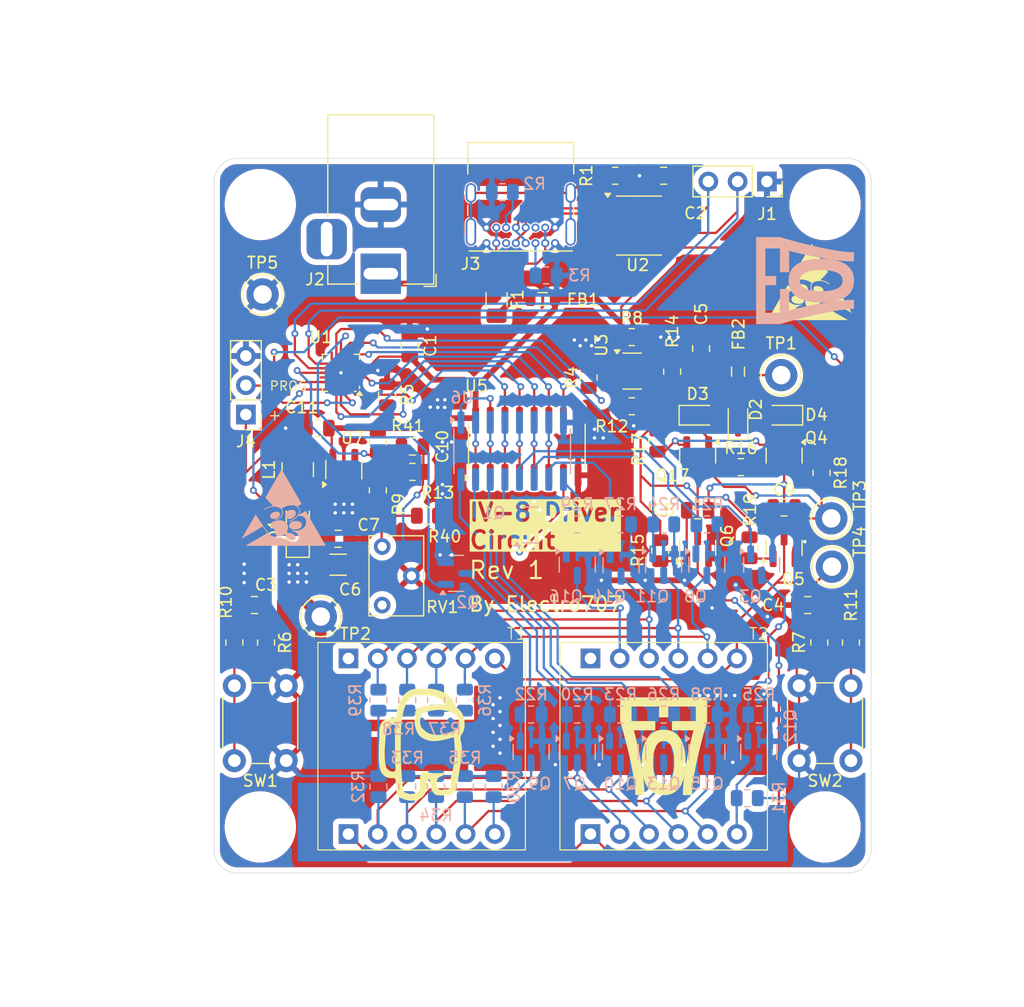
<source format=kicad_pcb>
(kicad_pcb (version 20240108) (generator "pcbnew") (generator_version "8.0")
  (layers (0 "F.Cu" signal) (31 "B.Cu" signal) (34 "B.Paste" user) (35 "F.Paste" user) (36 "B.SilkS" user "B.Silkscreen") (37 "F.SilkS" user "F.Silkscreen") (38 "B.Mask" user) (39 "F.Mask" user) (44 "Edge.Cuts" user))
  (net 0 "")
  (net 1 "/BT1")
  (net 2 "GND")
  (net 3 "/BT2")
  (net 4 "+5V")
  (net 5 "V_VFD")
  (net 6 "Net-(D1-A)")
  (net 7 "Net-(D3-K)")
  (net 8 "Net-(D4-K)")
  (net 9 "/FIL_A")
  (net 10 "/FIL_B")
  (net 11 "/VFD and Xsistors/VFH_A_{C}")
  (net 12 "/VFD and Xsistors/VFH_A")
  (net 13 "/VFD and Xsistors/VFH_E_{C}")
  (net 14 "/VFD and Xsistors/VFH_E")
  (net 15 "/VFD and Xsistors/VFH_1")
  (net 16 "/VFD and Xsistors/VFH_B_{C}")
  (net 17 "/VFD and Xsistors/VFH_B")
  (net 18 "/VFD and Xsistors/VFH_F_{C}")
  (net 19 "/VFD and Xsistors/VFH_F")
  (net 20 "/VFD and Xsistors/VFH_2")
  (net 21 "/VFD and Xsistors/VFH_C")
  (net 22 "/VFD and Xsistors/VFH_C_{C}")
  (net 23 "/VFD and Xsistors/VFH_G_{C}")
  (net 24 "/VFD and Xsistors/VFH_G")
  (net 25 "/VFD and Xsistors/VFH_D_{C}")
  (net 26 "/VFD and Xsistors/VFH_D")
  (net 27 "/VFD and Xsistors/VFH_H")
  (net 28 "/VFD and Xsistors/VFH_H_{C}")
  (net 29 "/VFH_1_{EN}")
  (net 30 "/VFH_1_{C}")
  (net 31 "/VFH_2_{EN}")
  (net 32 "/VFH_2_{C}")
  (net 33 "Net-(U7-FB)")
  (net 34 "/~{OE}")
  (net 35 "/FIL_EN")
  (net 36 "V_FIL")
  (net 37 "Net-(F1-Pad1)")
  (net 38 "/UART_{TX}")
  (net 39 "/D-")
  (net 40 "/D+")
  (net 41 "/UART_{RX}")
  (net 42 "/~{RST}")
  (net 43 "/LDR")
  (net 44 "/DAT")
  (net 45 "/PROG_{UDPI}")
  (net 46 "/CLK")
  (net 47 "Net-(R40-Pad1)")
  (net 48 "Net-(U2-V3)")
  (net 49 "Net-(D2-A)")
  (net 50 "Net-(D2-K)")
  (net 51 "Net-(J3-CC2)")
  (net 52 "Net-(J3-CC1)")
  (net 53 "Net-(J3-SHIELD)")
  (net 54 "Net-(Q1-G)")
  (net 55 "Net-(R10-Pad2)")
  (net 56 "Net-(R11-Pad2)")
  (net 61 "Net-(U3-FB)")
  (net 62 "Net-(F1-Pad2)")
  (net 64 "Net-(U5-QA)")
  (net 65 "Net-(U5-QB)")
  (net 66 "Net-(U5-QF)")
  (net 67 "Net-(U5-QD)")
  (net 68 "Net-(U5-QC)")
  (net 69 "Net-(U5-QG)")
  (net 71 "Net-(U5-QE)")
  (net 72 "Net-(Q17-E)")
  (net 73 "Net-(Q6-B)")
  (net 74 "Net-(Q5-B)")
  (net 76 "/HIV_EN")
  (footprint "Package_TO_SOT_SMD:SOT-23" (layer "F.Cu") (at 149.95 72.78125 -90)
    (property "Reference" "Q17")
    (property "Value" "MMBT3906")
  )
  (footprint "Resistor_SMD:R_0805_2012Metric" (layer "F.Cu") (at 146.45 71.53125 90)
    (property "Reference" "R17")
    (property "Value" "10")
  )
  (footprint "Resistor_SMD:R_0805_2012Metric" (layer "F.Cu") (at 123 67.5 90)
    (property "Reference" "R5")
    (property "Value" "10k")
  )
  (footprint "Capacitor_SMD:C_0805_2012Metric" (layer "F.Cu") (at 147 48.5)
    (property "Reference" "C2")
    (property "Value" "0.1uF")
  )
  (footprint "Package_TO_SOT_SMD:SOT-23" (layer "F.Cu") (at 157.45 72.78125 -90)
    (property "Reference" "Q4")
    (property "Value" "MMBT3906")
  )
  (footprint "Resistor_SMD:R_0805_2012Metric" (layer "F.Cu") (at 154.45 80.78125 -90)
    (property "Reference" "R19")
    (property "Value" "1k")
  )
  (footprint "Inductor_SMD:L_0805_2012Metric" (layer "F.Cu") (at 153.45 65.5 -90)
    (property "Reference" "FB2")
    (property "Value" "FerriteBead")
  )
  (footprint "Capacitor_SMD:C_1206_3216Metric" (layer "F.Cu") (at 118.75 82.25)
    (property "Reference" "C6")
    (property "Value" "4.7uF")
  )
  (footprint "Button_Switch_THT:SW_PUSH_6mm" (layer "F.Cu") (at 109.75 99.25 90)
    (property "Reference" "SW1")
    (property "Value" "SW_Push")
  )
  (footprint "Capacitor_SMD:C_0805_2012Metric" (layer "F.Cu") (at 159.5 85.75 180)
    (property "Reference" "C4")
    (property "Value" "10nF")
  )
  (footprint "TestPoint:TestPoint_Keystone_5005-5009_Compact" (layer "F.Cu") (at 161.6 82.423)
    (property "Reference" "TP4")
    (property "Value" "TestPoint")
  )
  (footprint "Capacitor_SMD:C_0805_2012Metric" (layer "F.Cu") (at 117 70.4 180)
    (property "Reference" "C11")
    (property "Value" "2.2uF")
  )
  (footprint "Resistor_SMD:R_0805_2012Metric" (layer "F.Cu") (at 122.2 71.6 90)
    (property "Reference" "R41")
    (property "Value" "10k")
  )
  (footprint "TestPoint:TestPoint_Keystone_5005-5009_Compact" (layer "F.Cu") (at 112.2 58.8)
    (property "Reference" "TP5")
    (property "Value" "TestPoint")
  )
  (footprint "LOGO" (layer "F.Cu") (at 126 98)
    (property "Reference" "G***" (hide yes))
    (property "Value" "LOGO" (hide yes))
  )
  (footprint "Package_DFN_QFN:VQFN-20-1EP_3x3mm_P0.4mm_EP1.7x1.7mm" (layer "F.Cu") (at 119 65.6 180)
    (property "Reference" "U1")
    (property "Value" "ATtiny406-M")
  )
  (footprint "Package_SO:SOIC-16_3.9x9.9mm_P1.27mm" (layer "F.Cu") (at 135.128 72.009 90)
    (property "Reference" "U5")
    (property "Value" "74HC595")
  )
  (footprint "Resistor_SMD:R_0805_2012Metric" (layer "F.Cu") (at 147.7375 65.5 90)
    (property "Reference" "R14")
    (property "Value" "5.36k")
  )
  (footprint "Capacitor_SMD:C_0805_2012Metric" (layer "F.Cu") (at 157.45 77.28125 180)
    (property "Reference" "C9")
    (property "Value" "0.1uF")
  )
  (footprint "Resistor_SMD:R_0805_2012Metric" (layer "F.Cu") (at 144.2375 68.5)
    (property "Reference" "R12")
    (property "Value" "10k")
  )
  (footprint "Resistor_SMD:R_0805_2012Metric" (layer "F.Cu") (at 160.7 74.28125 -90)
    (property "Reference" "R18")
    (property "Value" "1k")
  )
  (footprint "Capacitor_SMD:C_0805_2012Metric" (layer "F.Cu") (at 118.75 80)
    (property "Reference" "C7")
    (property "Value" "470nF")
  )
  (footprint "Resistor_SMD:R_0805_2012Metric" (layer "F.Cu") (at 160.5 89 -90)
    (property "Reference" "R7")
    (property "Value" "1k")
  )
  (footprint "Resistor_SMD:R_0805_2012Metric" (layer "F.Cu") (at 126.5 78)
    (property "Reference" "R40")
    (property "Value" "0")
  )
  (footprint "Capacitor_SMD:C_0805_2012Metric" (layer "F.Cu") (at 124.968 63.246 90)
    (property "Reference" "C1")
    (property "Value" "0.1uF")
  )
  (footprint "Inductor_SMD:L_1210_3225Metric" (layer "F.Cu") (at 115.25 74 -90)
    (property "Reference" "L1")
    (property "Value" "15uH")
  )
  (footprint "Inductor_SMD:L_0805_2012Metric" (layer "F.Cu") (at 136.5 59.2)
    (property "Reference" "FB1")
    (property "Value" "FerriteBead")
  )
  (footprint "Capacitor_SMD:C_0805_2012Metric" (layer "F.Cu") (at 149.95 77.53125 180)
    (property "Reference" "C8")
    (property "Value" "0.1uF")
  )
  (footprint "Connector_USB:USB_C_Receptacle_GCT_USB4085" (layer "F.Cu") (at 137.575 54.35 180)
    (property "Reference" "J3")
    (property "Value" "USB_C_Receptacle_USB2.0_14P")
  )
  (footprint "Connector_BarrelJack:BarrelJack_Horizontal" (layer "F.Cu") (at 122.4575 57 -90)
    (property "Reference" "J2")
    (property "Value" "Jack-DC")
  )
  (footprint "Button_Switch_THT:SW_PUSH_6mm" (layer "F.Cu") (at 163.25 92.75 -90)
    (property "Reference" "SW2")
    (property "Value" "SW_Push")
  )
  (footprint "MountingHole:MountingHole_3.2mm_M3_DIN965" (layer "F.Cu") (at 112 51)
    (property "Reference" "H3" (hide yes))
    (property "Value" "MountingHole")
  )
  (footprint "ProjectFoot:IV-8 Adapter" (layer "F.Cu") (at 126 98)
    (property "Reference" "T1")
    (property "Value" "~")
  )
  (footprint "Diode_SMD:D_SOD-323" (layer "F.Cu") (at 157.45 69.28125 180)
    (property "Reference" "D4")
    (property "Value" "1N4148WS")
  )
  (footprint "Package_TO_SOT_SMD:SOT-23" (layer "F.Cu") (at 149.95 80.78125 90)
    (property "Reference" "Q6")
    (property "Value" "MMBT3904")
  )
  (footprint "Resistor_SMD:R_0805_2012Metric" (layer "F.Cu") (at 140.4875 66 -90)
    (property "Reference" "R4")
    (property "Value" "10k")
  )
  (footprint "Resistor_SMD:R_0805_2012Metric" (layer "F.Cu") (at 163.25 89 -90)
    (property "Reference" "R11")
    (property "Value" "10k")
  )
  (footprint "Diode_SMD:D_SOD-123" (layer "F.Cu") (at 115.25 79.25 90)
    (property "Reference" "D1")
    (property "Value" "MBR0530")
  )
  (footprint "Package_SO:SOP-8_3.9x4.9mm_P1.27mm" (layer "F.Cu") (at 144.85 52.825)
    (property "Reference" "U2")
    (property "Value" "CH340N")
  )
  (footprint "Fuse:Fuse_1206_3216Metric" (layer "F.Cu") (at 132.5 59.25 -90)
    (property "Reference" "F1")
    (property "Value" "500mA")
  )
  (footprint "MountingHole:MountingHole_3.2mm_M3_DIN965" (layer "F.Cu") (at 161 105)
    (property "Reference" "H2" (hide yes))
    (property "Value" "MountingHole")
  )
  (footprint "Package_TO_SOT_SMD:SOT-23-5" (layer "F.Cu") (at 119.25 74 90)
    (property "Reference" "U7")
    (property "Value" "LM2733YMF")
  )
  (footprint "TestPoint:TestPoint_Keystone_5005-5009_Compact" (layer "F.Cu") (at 161.544 78.232)
    (property "Reference" "TP3")
    (property "Value" "TestPoint")
  )
  (footprint "Capacitor_SMD:C_0805_2012Metric" (layer "F.Cu") (at 125.2 72)
    (property "Reference" "C10")
    (property "Value" "82pF")
  )
  (footprint "Potentiometer_THT:Potentiometer_Bourns_3266W_Vertical" (layer "F.Cu") (at 122.575 80.675 90)
    (property "Reference" "RV1")
    (property "Value" "10k")
  )
  (footprint "Resistor_SMD:R_0805_2012Metric" (layer "F.Cu") (at 146.7 81.03125 -90)
    (property "Reference" "R15")
    (property "Value" "1k")
  )
  (footprint "Package_TO_SOT_SMD:SOT-23" (layer "F.Cu") (at 157.45 80.78125 90)
    (property "Reference" "Q5")
    (property "Value" "MMBT3904")
  )
  (footprint "TestPoint:TestPoint_Keystone_5005-5009_Compact" (layer "F.Cu") (at 157.2 65.8)
    (property "Reference" "TP1")
    (property "Value" "TestPoint")
  )
  (footprint "Resistor_SMD:R_0805_2012Metric" (layer "F.Cu") (at 144.2375 62.5)
    (property "Reference" "R8")
    (property "Value" "0")
  )
  (footprint "Capacitor_SMD:C_0805_2012Metric" (layer "F.Cu") (at 150.25 63.5 90)
    (property "Reference" "C5")
    (property "Value" "0.1uF")
  )
  (footprint "Package_TO_SOT_SMD:SOT-23-5" (layer "F.Cu") (at 144.2625 65.45)
    (property "Reference" "U3")
    (property "Value" "TLV75801PDBV")
  )
  (footprint "Diode_SMD:D_SOD-323" (layer "F.Cu") (at 149.95 69.28125)
    (property "Reference" "D3")
    (property "Value" "1N4148WS")
  )
  (footprint "Resistor_SMD:R_0805_2012Metric" (layer "F.Cu") (at 142.8 48.5)
    (property "Reference" "R1")
    (property "Value" "0")
  )
  (footprint "Resistor_SMD:R_0805_2012Metric" (layer "F.Cu") (at 122.2 75.8 90)
    (property "Reference" "R9")
    (property "Value" "10k")
  )
  (footprint "MountingHole:MountingHole_3.2mm_M3_DIN965" (layer "F.Cu") (at 161 51)
    (property "Reference" "H4" (hide yes))
    (property "Value" "MountingHole")
  )
  (footprint "Resistor_SMD:R_0805_2012Metric" (layer "F.Cu") (at 153.7 73.78125)
    (property "Reference" "R16")
    (property "Value" "1k")
  )
  (footprint "Capacitor_SMD:C_0805_2012Metric" (layer "F.Cu") (at 111.5 85.75 180)
    (property "Reference" "C3")
    (property "Value" "10nF")
  )
  (footprint "Connector_PinHeader_2.54mm:PinHeader_1x03_P2.54mm_Vertical" (layer "F.Cu") (at 110.75 69.22 180)
    (property "Reference" "J4")
    (property "Value" "Conn_01x03")
  )
  (footprint "ProjectFoot:IV-8 Adapter" (layer "F.Cu") (at 147 98)
    (property "Reference" "T2")
    (property "Value" "~")
  )
  (footprint "Resistor_SMD:R_0805_2012Metric" (layer "F.Cu") (at 112.5 89 -90)
    (property "Reference" "R6")
    (property "Value" "1k")
  )
  (footprint "Resistor_SMD:R_0805_2012Metric" (layer "F.Cu") (at 125.2 74.2)
    (property "Reference" "R13")
    (property "Value" "270k")
  )
  (footprint "Resistor_SMD:R_0805_2012Metric" (layer "F.Cu") (at 109.75 89 -90)
    (property "Reference" "R10")
    (property "Value" "10k")
  )
  (footprint "MountingHole:MountingHole_3.2mm_M3_DIN965" (layer "F.Cu") (at 112 105)
    (property "Reference" "H1" (hide yes))
    (property "Value" "MountingHole")
  )
  (footprint "TestPoint:TestPoint_Keystone_5005-5009_Compact" (layer "F.Cu") (at 117.25 86.75)
    (property "Reference" "TP2")
    (property "Value" "TestPoint")
  )
  (footprint "Diode_SMD:D_SOD-323F" (layer "F.Cu") (at 153.45 69.78125 90)
    (property "Reference" "D2")
    (property "Value" "BAT54J")
  )
  (footprint "Connector_PinSocket_2.54mm:PinSocket_1x03_P2.54mm_Vertical" (layer "F.Cu") (at 155.956 49 -90)
    (property "Reference" "J1")
    (property "Value" "Conn_01x03")
  )
  (footprint "Resistor_SMD:R_0805_2012Metric" (layer "B.Cu") (at 143.25 95.25)
    (property "Reference" "R23")
    (property "Value" "20k")
  )
  (footprint "Resistor_SMD:R_0805_2012Metric" (layer "B.Cu") (at 155.25 95.25)
    (property "Reference" "R25")
    (property "Value" "20k")
  )
  (footprint "Resistor_SMD:R_0805_2012Metric" (layer "B.Cu") (at 127.25 101.5 -90)
    (property "Reference" "R34")
    (property "Value" "20k")
  )
  (footprint "Resistor_SMD:R_0805_2012Metric" (layer "B.Cu") (at 127.25 94 90)
    (property "Reference" "R37")
    (property "Value" "20k")
  )
  (footprint "Package_SO:SOIC-16_3.9x9.9mm_P1.27mm" (layer "B.Cu") (at 133.858 72.39 -90)
    (property "Reference" "U6")
    (property "Value" "ULN2003")
  )
  (footprint "Resistor_SMD:R_0805_2012Metric" (layer "B.Cu") (at 139.5 78.75)
    (property "Reference" "R29")
    (property "Value" "20k")
  )
  (footprint "Resistor_SMD:R_0805_2012Metric" (layer "B.Cu") (at 132.25 101.5 -90)
    (property "Reference" "R30")
    (property "Value" "20k")
  )
  (footprint "Resistor_SMD:R_0805_2012Metric" (layer "B.Cu") (at 124.75 101.5 -90)
    (property "Reference" "R33")
    (property "Value" "20k")
  )
  (footprint "Package_TO_SOT_SMD:SOT-23" (layer "B.Cu") (at 139.5 82.25 -90)
    (property "Reference" "Q16")
    (property "Value" "BSS84")
  )
  (footprint "Package_TO_SOT_SMD:SOT-23" (layer "B.Cu") (at 139.5 98.5 -90)
    (property "Reference" "Q7")
    (property "Value" "BSS84")
  )
  (footprint "Resistor_SMD:R_0805_2012Metric" (layer "B.Cu") (at 124.75 94 90)
    (property "Reference" "R38")
    (property "Value" "20k")
  )
  (footprint "Resistor_SMD:R_0805_2012Metric" (layer "B.Cu") (at 135.5 95.25)
    (property "Reference" "R22")
    (property "Value" "20k")
  )
  (footprint "Package_TO_SOT_SMD:SOT-23" (layer "B.Cu") (at 135.5 98.5 -90)
    (property "Reference" "Q9")
    (property "Value" "BSS84")
  )
  (footprint "Package_TO_SOT_SMD:SOT-23" (layer "B.Cu") (at 147 82.25 -90)
    (property "Reference" "Q11")
    (property "Value" "BSS84")
  )
  (footprint "Resistor_SMD:R_0805_2012Metric" (layer "B.Cu") (at 147 95.25)
    (property "Reference" "R26")
    (property "Value" "20k")
  )
  (footprint "Package_TO_SOT_SMD:SOT-23" (layer "B.Cu") (at 155.5 82.25 -90)
    (property "Reference" "Q3")
    (property "Value" "MMBF170")
  )
  (footprint "Resistor_SMD:R_0805_2012Metric" (layer "B.Cu") (at 133 49.925 180)
    (property "Reference" "R2")
    (property "Value" "5.1k")
  )
  (footprint "Resistor_SMD:R_0805_2012Metric" (layer "B.Cu") (at 150.75 95.25)
    (property "Reference" "R28")
    (property "Value" "20k")
  )
  (footprint "Package_TO_SOT_SMD:SOT-23" (layer "B.Cu") (at 147 98.5 -90)
    (property "Reference" "Q13")
    (property "Value" "BSS84")
  )
  (footprint "Resistor_SMD:R_0805_2012Metric" (layer "B.Cu") (at 122.25 94 90)
    (property "Reference" "R39")
    (property "Value" "20k")
  )
  (footprint "Resistor_SMD:R_0805_2012Metric" (layer "B.Cu") (at 150.75 78.75)
    (property "Reference" "R21")
    (property "Value" "20k")
  )
  (footprint "Resistor_SMD:R_0805_2012Metric" (layer "B.Cu") (at 129.75 101.5 -90)
    (property "Reference" "R35")
    (property "Value" "20k")
  )
  (footprint "Resistor_SMD:R_0805_2012Metric" (layer "B.Cu") (at 147 78.75)
    (property "Reference" "R24")
    (property "Value" "20k")
  )
  (footprint "Resistor_SMD:R_0805_2012Metric" (layer "B.Cu") (at 129.75 94 90)
    (property "Reference" "R36")
    (property "Value" "20k")
  )
  (footprint "Package_TO_SOT_SMD:SOT-23" (layer "B.Cu") (at 143.25 98.5 -90)
    (property "Reference" "Q10")
    (property "Value" "BSS84")
  )
  (footprint "Resistor_SMD:R_0805_2012Metric" (layer "B.Cu") (at 136.8 57.15)
    (property "Reference" "R3")
    (property "Value" "5.1k")
  )
  (footprint "Package_TO_SOT_SMD:SOT-23" (layer "B.Cu") (at 150.75 82.25 -90)
    (property "Reference" "Q8")
    (property "Value" "BSS84")
  )
  (footprint "Resistor_SMD:R_0805_2012Metric" (layer "B.Cu") (at 139.5 95.25)
    (property "Reference" "R20")
    (property "Value" "20k")
  )
  (footprint "Package_TO_SOT_SMD:SOT-23" (layer "B.Cu") (at 143.3 82.3125 -90)
    (property "Reference" "Q14")
    (property "Value" "BSS84")
  )
  (footprint "Package_TO_SOT_SMD:SOT-23" (layer "B.Cu") (at 129 83)
    (property "Reference" "Q2")
    (property "Value" "MMBF170")
  )
  (footprint "Resistor_SMD:R_0805_2012Metric" (layer "B.Cu") (at 143.25 78.75)
    (property "Reference" "R27")
    (property "Value" "20k")
  )
  (footprint "Resistor_SMD:R_0805_2012Metric" (layer "B.Cu") (at 122.25 101.5 -90)
    (property "Reference" "R32")
    (property "Value" "20k")
  )
  (footprint "Package_TO_SOT_SMD:SOT-23" (layer "B.Cu") (at 155.25 98.5 -90)
    (property "Reference" "Q12")
    (property "Value" "BSS84")
  )
  (footprint "Resistor_SMD:R_0805_2012Metric" (layer "B.Cu") (at 154.25 102.5 180)
    (property "Reference" "R31")
    (property "Value" "20k")
  )
  (footprint "Package_TO_SOT_SMD:SOT-23" (layer "B.Cu") (at 150.75 98.5 -90)
    (property "Reference" "Q15")
    (property "Value" "BSS84")
  )
  (footprint "Package_TO_SOT_SMD:SOT-23" (layer "B.Cu") (at 135.4375 78.8)
    (property "Reference" "Q1")
    (property "Value" "MMBF170")
  )
  (gr_poly (pts (xy 113.847565 73.992545) (xy 113.824312 74.031492) (xy 113.74049 74.174536) (xy 113.617524 74.386242) (xy 113.468149 74.644763) (xy 112.778136 75.841147) (xy 112.454869 76.402737) (xy 112.437777 76.433749) (xy 112.459407 76.456862) (xy 112.508724 76.509874) (xy 112.555662 76.560986) (xy 112.601028 76.611081) (xy 112.645628 76.661045) (xy 112.679068 76.698084) (xy 112.720687 76.743161) (xy 112.765181 76.79058) (xy 112.807248 76.834645) (xy 112.858365 76.888178) (xy 112.909027 76.942284) (xy 112.957191 76.994672) (xy 113.000811 77.043049) (xy 113.037844 77.08512) (xy 113.066243 77.118593) (xy 113.083965 77.141176) (xy 113.088183 77.147667) (xy 113.088965 77.150575) (xy 113.088691 77.150813) (xy 113.088348 77.151047) (xy 113.087463 77.151507) (xy 113.086329 77.15195) (xy 113.08496 77.152376) (xy 113.083375 77.152781) (xy 113.081589 77.153163) (xy 113.07962 77.153521) (xy 113.077484 77.153851) (xy 113.075198 77.154151) (xy 113.072779 77.154418) (xy 113.070242 77.154651) (xy 113.067606 77.154847) (xy 113.064886 77.155004) (xy 113.0621 77.155118) (xy 113.059264 77.155189) (xy 113.056394 77.155213) (xy 113.041615 77.155773) (xy 113.023758 77.157398) (xy 112.980277 77.163511) (xy 112.928888 77.172888) (xy 112.872526 77.184869) (xy 112.81413 77.198788) (xy 112.756634 77.213985) (xy 112.702976 77.229796) (xy 112.656092 77.245559) (xy 112.636549 77.252992) (xy 112.617046 77.261004) (xy 112.597619 77.269574) (xy 112.578304 77.278679) (xy 112.559136 77.288299) (xy 112.540152 77.298411) (xy 112.521386 77.308994) (xy 112.502874 77.320024) (xy 112.484653 77.331482) (xy 112.466757 77.343345) (xy 112.449223 77.35559) (xy 112.432086 77.368197) (xy 112.415382 77.381143) (xy 112.399146 77.394407) (xy 112.383414 77.407966) (xy 112.368223 77.421799) (xy 112.361148 77.428682) (xy 112.354834 77.435364) (xy 112.349282 77.441836) (xy 112.344495 77.448088) (xy 112.340475 77.454109) (xy 112.338754 77.45703) (xy 112.337225 77.459891) (xy 112.33589 77.462688) (xy 112.334748 77.465422) (xy 112.3338 77.468091) (xy 112.333046 77.470694) (xy 112.332487 77.47323) (xy 112.332122 77.475697) (xy 112.331952 77.478094) (xy 112.331977 77.480421) (xy 112.332198 77.482674) (xy 112.332615 77.484855) (xy 112.333228 77.486961) (xy 112.334038 77.48899) (xy 112.335045 77.490943) (xy 112.336249 77.492817) (xy 112.33765 77.494611) (xy 112.339249 77.496325) (xy 112.341047 77.497956) (xy 112.343043 77.499504) (xy 112.345237 77.500968) (xy 112.347631 77.502345) (xy 112.35083 77.504012) (xy 112.352323 77.504734) (xy 112.353764 77.505371) (xy 112.355166 77.505918) (xy 112.356542 77.506366) (xy 112.357906 77.506709) (xy 112.359271 77.50694) (xy 112.36065 77.507051) (xy 112.362058 77.507035) (xy 112.363508 77.506886) (xy 112.365013 77.506596) (xy 112.366586 77.506158) (xy 112.368242 77.505566) (xy 112.369993 77.504811) (xy 112.371853 77.503887) (xy 112.373835 77.502787) (xy 112.375954 77.501503) (xy 112.378222 77.500029) (xy 112.380652 77.498358) (xy 112.383259 77.496482) (xy 112.386056 77.494394) (xy 112.389056 77.492087) (xy 112.392273 77.489555) (xy 112.399411 77.483783) (xy 112.407577 77.477023) (xy 112.41688 77.469218) (xy 112.427427 77.46031) (xy 112.452236 77.439838) (xy 112.476653 77.420782) (xy 112.500887 77.403045) (xy 112.525152 77.386533) (xy 112.549657 77.371151) (xy 112.574615 77.356803) (xy 112.600236 77.343393) (xy 112.626732 77.330828) (xy 112.654315 77.31901) (xy 112.683196 77.307846) (xy 112.713585 77.297239) (xy 112.745695 77.287095) (xy 112.779736 77.277318) (xy 112.815921 77.267813) (xy 112.85446 77.258485) (xy 112.895565 77.249237) (xy 112.931223 77.241964) (xy 112.966839 77.23567) (xy 113.00242 77.230356) (xy 113.03797 77.226021) (xy 113.073495 77.222666) (xy 113.108999 77.220291) (xy 113.144488 77.218896) (xy 113.179968 77.21848) (xy 113.215442 77.219045) (xy 113.250918 77.220589) (xy 113.286398 77.223113) (xy 113.32189 77.226616) (xy 113.357398 77.2311) (xy 113.392927 77.236563) (xy 113.428482 77.243006) (xy 113.464069 77.250429) (xy 113.4996 77.258814) (xy 113.532931 77.267721) (xy 113.564185 77.277232) (xy 113.593488 77.287425) (xy 113.620962 77.298381) (xy 113.646732 77.310181) (xy 113.670921 77.322903) (xy 113.693654 77.33663) (xy 113.715055 77.35144) (xy 113.735247 77.367414) (xy 113.754354 77.384631) (xy 113.772501 77.403173) (xy 113.78981 77.423119) (xy 113.806408 77.44455) (xy 113.822416 77.467545) (xy 113.837959 77.492184) (xy 113.851088 77.515591) (xy 113.862527 77.539425) (xy 113.872276 77.563705) (xy 113.880335 77.588452) (xy 113.886705 77.613687) (xy 113.891386 77.639431) (xy 113.894378 77.665703) (xy 113.895682 77.692525) (xy 113.895298 77.719917) (xy 113.893226 77.747899) (xy 113.889467 77.776492) (xy 113.884022 77.805717) (xy 113.876889 77.835594) (xy 113.868071 77.866143) (xy 113.857567 77.897385) (xy 113.845377 77.929341) (xy 113.834841 77.954317) (xy 113.8239 77.97792) (xy 113.812476 78.000234) (xy 113.800493 78.021342) (xy 113.787874 78.041327) (xy 113.774541 78.060272) (xy 113.760417 78.078261) (xy 113.745427 78.095377) (xy 113.729491 78.111704) (xy 113.712534 78.127324) (xy 113.694479 78.142322) (xy 113.675247 78.156779) (xy 113.654764 78.170781) (xy 113.63295 78.184409) (xy 113.609729 78.197747) (xy 113.585025 78.210879) (xy 113.554735 78.225806) (xy 113.524484 78.239465) (xy 113.493818 78.252013) (xy 113.462284 78.263609) (xy 113.429427 78.27441) (xy 113.394795 78.284573) (xy 113.357933 78.294258) (xy 113.318389 78.303621) (xy 113.297373 78.308502) (xy 113.280314 78.312829) (xy 113.273126 78.314844) (xy 113.266756 78.316791) (xy 113.261148 78.318693) (xy 113.256246 78.320573) (xy 113.251991 78.322454) (xy 113.248327 78.324361) (xy 113.245199 78.326317) (xy 113.242548 78.328344) (xy 113.240317 78.330466) (xy 113.238451 78.332707) (xy 113.236893 78.335089) (xy 113.235584 78.337637) (xy 113.23454 78.340152) (xy 113.233707 78.342639) (xy 113.23308 78.345093) (xy 113.232655 78.347509) (xy 113.232427 78.349883) (xy 113.232391 78.35221) (xy 113.232542 78.354485) (xy 113.232876 78.356705) (xy 113.233386 78.358864) (xy 113.234069 78.360958) (xy 113.234919 78.362983) (xy 113.235931 78.364933) (xy 113.237101 78.366805) (xy 113.238424 78.368594) (xy 113.239895 78.370295) (xy 113.241509 78.371903) (xy 113.24326 78.373415) (xy 113.245145 78.374826) (xy 113.247158 78.37613) (xy 113.249294 78.377324) (xy 113.251549 78.378403) (xy 113.253917 78.379363) (xy 113.256394 78.380198) (xy 113.258974 78.380905) (xy 113.261654 78.381479) (xy 113.264427 78.381915) (xy 113.267289 78.382208) (xy 113.270235 78.382355) (xy 113.273261 78.38235) (xy 113.27636 78.38219) (xy 113.279529 78.381869) (xy 113.282763 78.381383) (xy 113.305319 78.377148) (xy 113.328516 78.372225) (xy 113.376267 78.360509) (xy 113.424887 78.346622) (xy 113.473245 78.330953) (xy 113.520214 78.313888) (xy 113.564664 78.295816) (xy 113.605467 78.277124) (xy 113.624148 78.267667) (xy 113.641493 78.2582) (xy 113.669458 78.241718) (xy 113.6956 78.225058) (xy 113.720021 78.208094) (xy 113.742823 78.1907) (xy 113.764108 78.172748) (xy 113.783979 78.154111) (xy 113.802536 78.134662) (xy 113.819882 78.114274) (xy 113.836119 78.09282) (xy 113.851349 78.070173) (xy 113.865673 78.046206) (xy 113.879195 78.020792) (xy 113.892015 77.993804) (xy 113.904236 77.965114) (xy 113.915959 77.934596) (xy 113.927287 77.902123) (xy 113.938409 77.866383) (xy 113.947599 77.831633) (xy 113.954849 77.797809) (xy 113.960152 77.764848) (xy 113.9635 77.732688) (xy 113.964886 77.701263) (xy 113.964301 77.670511) (xy 113.96174 77.640368) (xy 113.957193 77.610771) (xy 113.950653 77.581656) (xy 113.942113 77.55296) (xy 113.931566 77.524619) (xy 113.919003 77.496569) (xy 113.904417 77.468748) (xy 113.887801 77.441091) (xy 113.869147 77.413535) (xy 113.861774 77.403126) (xy 113.858838 77.398836) (xy 113.856389 77.395078) (xy 113.854413 77.391794) (xy 113.8529 77.388923) (xy 113.852314 77.387624) (xy 113.851839 77.386407) (xy 113.851473 77.385264) (xy 113.851217 77.384187) (xy 113.851068 77.38317) (xy 113.851024 77.382205) (xy 113.851084 77.381285) (xy 113.851248 77.380401) (xy 113.851512 77.379548) (xy 113.851877 77.378717) (xy 113.85234 77.377901) (xy 113.852901 77.377093) (xy 113.853557 77.376286) (xy 113.854307 77.375471) (xy 113.856085 77.373792) (xy 113.858223 77.371997) (xy 113.860709 77.370027) (xy 113.874251 77.360079) (xy 113.890535 77.349208) (xy 113.909264 77.337559) (xy 113.930142 77.325281) (xy 113.977161 77.299419) (xy 114.029222 77.272795) (xy 114.083956 77.246582) (xy 114.138991 77.221951) (xy 114.191959 77.200076) (xy 114.216927 77.190538) (xy 114.240489 77.182129) (xy 114.311365 77.159232) (xy 114.345805 77.149185) (xy 114.379696 77.140053) (xy 114.413125 77.131822) (xy 114.44618 77.124479) (xy 114.478948 77.11801) (xy 114.511516 77.112401) (xy 114.543972 77.107637) (xy 114.576402 77.103705) (xy 114.608894 77.100591) (xy 114.641536 77.098281) (xy 114.674415 77.096761) (xy 114.707618 77.096017) (xy 114.741232 77.096036) (xy 114.775345 77.096802) (xy 114.809234 77.098079) (xy 114.837922 77.099566) (xy 114.862468 77.101397) (xy 114.883931 77.10371) (xy 114.903369 77.10664) (xy 114.921842 77.110322) (xy 114.940409 77.114893) (xy 114.960128 77.120488) (xy 114.980934 77.126998) (xy 115.001343 77.134017) (xy 115.021372 77.141552) (xy 115.041037 77.149614) (xy 115.060351 77.15821) (xy 115.079331 77.16735) (xy 115.097992 77.177043) (xy 115.11635 77.187296) (xy 115.134418 77.19812) (xy 115.152213 77.209523) (xy 115.169751 77.221514) (xy 115.187046 77.234102) (xy 115.204113 77.247295) (xy 115.220968 77.261103) (xy 115.237627 77.275534) (xy 115.254104 77.290597) (xy 115.270324 77.306461) (xy 115.285318 77.322485) (xy 115.299111 77.338728) (xy 115.311728 77.355252) (xy 115.323193 77.372117) (xy 115.333532 77.389381) (xy 115.342768 77.407106) (xy 115.350927 77.425351) (xy 115.358033 77.444177) (xy 115.364112 77.463644) (xy 115.369188 77.483811) (xy 115.373285 77.504739) (xy 115.376429 77.526488) (xy 115.378643 77.549118) (xy 115.379954 77.57269) (xy 115.380386 77.597262) (xy 115.379889 77.629414) (xy 115.37833 77.659692) (xy 115.375602 77.688322) (xy 115.371598 77.715531) (xy 115.366214 77.741546) (xy 115.359342 77.766594) (xy 115.350877 77.7909) (xy 115.340713 77.814691) (xy 115.328743 77.838195) (xy 115.314863 77.861637) (xy 115.298964 77.885244) (xy 115.280943 77.909243) (xy 115.260692 77.933861) (xy 115.238105 77.959323) (xy 115.213077 77.985857) (xy 115.185502 78.013688) (xy 115.144941 78.053075) (xy 115.104947 78.090467) (xy 115.065481 78.125889) (xy 115.026507 78.159368) (xy 114.987985 78.190929) (xy 114.949877 78.220598) (xy 114.912146 78.248401) (xy 114.874753 78.274362) (xy 114.83766 78.298507) (xy 114.800829 78.320863) (xy 114.764223 78.341455) (xy 114.727802 78.360308) (xy 114.691529 78.377449) (xy 114.655366 78.392902) (xy 114.619275 78.406693) (xy 114.583217 78.418848) (xy 114.569629 78.423215) (xy 114.556581 78.427583) (xy 114.544385 78.431836) (xy 114.533352 78.435855) (xy 114.523795 78.439526) (xy 114.516027 78.442731) (xy 114.510359 78.445354) (xy 114.50841 78.44641) (xy 114.507104 78.447278) (xy 114.505645 78.448527) (xy 114.50431 78.449871) (xy 114.503098 78.451302) (xy 114.502006 78.452812) (xy 114.501034 78.454396) (xy 114.50018 78.456045) (xy 114.499444 78.457754) (xy 114.498825 78.459514) (xy 114.49832 78.46132) (xy 114.497929 78.463164) (xy 114.497651 78.465038) (xy 114.497485 78.466937) (xy 114.497429 78.468853) (xy 114.497483 78.470779) (xy 114.497644 78.472707) (xy 114.497912 78.474632) (xy 114.498286 78.476546) (xy 114.498765 78.478442) (xy 114.499347 78.480312) (xy 114.500031 78.482151) (xy 114.500816 78.483951) (xy 114.501701 78.485705) (xy 114.502685 78.487406) (xy 114.503766 78.489047) (xy 114.504944 78.490621) (xy 114.506217 78.492121) (xy 114.507584 78.49354) (xy 114.509044 78.494871) (xy 114.510595 78.496107) (xy 114.512237 78.497241) (xy 114.513968 78.498266) (xy 114.515788 78.499175) (xy 114.52037 78.500605) (xy 114.526131 78.501293) (xy 114.533011 78.501265) (xy 114.54095 78.500548) (xy 114.559757 78.497154) (xy 114.58207 78.491326) (xy 114.607401 78.483277) (xy 114.635267 78.473221) (xy 114.665182 78.461371) (xy 114.696661 78.447942) (xy 114.729218 78.433148) (xy 114.762369 78.417202) (xy 114.795629 78.400318) (xy 114.828512 78.38271) (xy 114.860533 78.364591) (xy 114.891207 78.346176) (xy 114.920049 78.327678) (xy 114.946574 78.309312) (xy 114.979645 78.284758) (xy 115.013972 78.258047) (xy 115.04932 78.229379) (xy 115.085459 78.198952) (xy 115.122156 78.166967) (xy 115.159177 78.133621) (xy 115.196292 78.099115) (xy 115.233267 78.063647) (xy 115.301168 77.997489) (xy 115.350208 77.99914) (xy 115.370282 78.000147) (xy 115.391401 78.00183) (xy 115.436084 78.007074) (xy 115.482885 78.014573) (xy 115.530427 78.024027) (xy 115.577336 78.035137) (xy 115.622239 78.047604) (xy 115.643508 78.054253) (xy 115.663761 78.061128) (xy 115.682824 78.068194) (xy 115.700526 78.075412) (xy 115.71741 78.083195) (xy 115.734286 78.09202) (xy 115.751073 78.101812) (xy 115.767687 78.112491) (xy 115.784045 78.123982) (xy 115.800063 78.136208) (xy 115.815659 78.14909) (xy 115.830749 78.162553) (xy 115.84525 78.176518) (xy 115.859078 78.190909) (xy 115.872151 78.205649) (xy 115.884386 78.22066) (xy 115.895698 78.235866) (xy 115.906006 78.251189) (xy 115.915225 78.266552) (xy 115.923273 78.281878) (xy 115.937048 78.313462) (xy 115.948698 78.347035) (xy 115.958236 78.382346) (xy 115.965673 78.419144) (xy 115.97102 78.457176) (xy 115.97429 78.496192) (xy 115.975494 78.535941) (xy 115.974643 78.576172) (xy 115.97175 78.616633) (xy 115.966826 78.657072) (xy 115.959882 78.697239) (xy 115.950931 78.736883) (xy 115.939983 78.775752) (xy 115.927051 78.813594) (xy 115.912146 78.85016) (xy 115.895281 78.885197) (xy 115.889136 78.896351) (xy 115.882269 78.907669) (xy 115.866469 78.930718) (xy 115.848086 78.95418) (xy 115.827328 78.977893) (xy 115.804399 79.001695) (xy 115.779505 79.025422) (xy 115.752853 79.048913) (xy 115.724647 79.072004) (xy 115.695094 79.094534) (xy 115.6644 79.116339) (xy 115.63277 79.137257) (xy 115.60041 79.157125) (xy 115.567527 79.175782) (xy 115.534325 79.193063) (xy 115.501011 79.208807) (xy 115.46779 79.222852) (xy 115.454319 79.228012) (xy 115.438898 79.233598) (xy 115.422069 79.239431) (xy 115.404374 79.245336) (xy 115.386354 79.251133) (xy 115.368551 79.256646) (xy 115.351506 79.261697) (xy 115.33576 79.266109) (xy 115.312214 79.272268) (xy 115.301558 79.274795) (xy 115.291218 79.276987) (xy 115.280872 79.278868) (xy 115.2702 79.280463) (xy 115.258881 79.281797) (xy 115.246592 79.282895) (xy 115.233012 79.28378) (xy 115.217821 79.284478) (xy 115.200697 79.285013) (xy 115.181318 79.285409) (xy 115.134511 79.285887) (xy 115.074831 79.286106) (xy 114.969665 79.285895) (xy 114.933353 79.285158) (xy 114.904743 79.283784) (xy 114.881475 79.281614) (xy 114.861191 79.278485) (xy 114.84153 79.274236) (xy 114.820133 79.268706) (xy 114.807282 79.265333) (xy 114.79567 79.262505) (xy 114.785241 79.260233) (xy 114.775939 79.258529) (xy 114.767707 79.257405) (xy 114.760488 79.256872) (xy 114.754225 79.256941) (xy 114.751435 79.257205) (xy 114.748863 79.257624) (xy 114.746501 79.258199) (xy 114.744343 79.258931) (xy 114.742382 79.259823) (xy 114.74061 79.260876) (xy 114.739021 79.26209) (xy 114.737607 79.263468) (xy 114.736361 79.265011) (xy 114.735277 79.26672) (xy 114.734346 79.268597) (xy 114.733563 79.270642) (xy 114.732409 79.275247) (xy 114.731758 79.280545) (xy 114.731554 79.286549) (xy 114.731595 79.28884) (xy 114.731724 79.291034) (xy 114.73195 79.293138) (xy 114.732283 79.295156) (xy 114.732733 79.297094) (xy 114.733308 79.298956) (xy 114.734018 79.300749) (xy 114.734873 79.302478) (xy 114.735882 79.304148) (xy 114.737054 79.305764) (xy 114.738398 79.307332) (xy 114.739925 79.308857) (xy 114.741643 79.310345) (xy 114.743562 79.3118) (xy 114.745691 79.313228) (xy 114.74804 79.314635) (xy 114.750619 79.316025) (xy 114.753436 79.317405) (xy 114.7565 79.318779) (xy 114.759822 79.320152) (xy 114.763411 79.321531) (xy 114.767276 79.32292) (xy 114.771427 79.324326) (xy 114.775872 79.325752) (xy 114.785685 79.328689) (xy 114.796792 79.331775) (xy 114.809266 79.335052) (xy 114.823183 79.338563) (xy 114.85582 79.347302) (xy 114.887913 79.357171) (xy 114.919473 79.368176) (xy 114.950513 79.38032) (xy 114.981045 79.39361) (xy 115.011079 79.408049) (xy 115.040628 79.423644) (xy 115.069704 79.440397) (xy 115.098768 79.458342) (xy 115.111769 79.466783) (xy 115.123852 79.474961) (xy 115.135095 79.482946) (xy 115.145578 79.490805) (xy 115.155376 79.498607) (xy 115.164569 79.50642) (xy 115.173235 79.514314) (xy 115.181451 79.522356) (xy 115.189295 79.530616) (xy 115.196845 79.539161) (xy 115.20418 79.548061) (xy 115.211376 79.557384) (xy 115.218513 79.567198) (xy 115.225668 79.577572) (xy 115.24847 79.614352) (xy 115.268018 79.651976) (xy 115.284322 79.690215) (xy 115.29739 79.728841) (xy 115.30723 79.767623) (xy 115.313852 79.806334) (xy 115.317262 79.844743) (xy 115.317471 79.882623) (xy 115.314486 79.919743) (xy 115.308315 79.955874) (xy 115.298968 79.990789) (xy 115.293106 80.007718) (xy 115.286453 80.024256) (xy 115.27901 80.040376) (xy 115.270778 80.056049) (xy 115.261758 80.071245) (xy 115.251951 80.085936) (xy 115.241359 80.100094) (xy 115.229982 80.11369) (xy 115.217822 80.126695) (xy 115.204879 80.13908) (xy 115.187303 80.154332) (xy 115.169504 80.168466) (xy 115.151457 80.181492) (xy 115.133137 80.193419) (xy 115.114516 80.204257) (xy 115.095569 80.214015) (xy 115.07627 80.222702) (xy 115.056593 80.230328) (xy 115.036512 80.236901) (xy 115.016 80.242432) (xy 114.995033 80.246928) (xy 114.973583 80.2504) (xy 114.951626 80.252857) (xy 114.929134 80.254308) (xy 114.906083 80.254763) (xy 114.882445 80.25423) (xy 114.865626 80.253266) (xy 114.848879 80.251794) (xy 114.832081 80.249778) (xy 114.815108 80.24718) (xy 114.797836 80.243966) (xy 114.78014 80.240098) (xy 114.761897 80.235539) (xy 114.742982 80.230254) (xy 114.723272 80.224207) (xy 114.702642 80.21736) (xy 114.680969 80.209678) (xy 114.658128 80.201123) (xy 114.633996 80.191661) (xy 114.608448 80.181253) (xy 114.552608 80.157458) (xy 114.502989 80.136122) (xy 114.455042 80.116198) (xy 114.407561 80.097234) (xy 114.359342 80.078778) (xy 114.309178 80.060379) (xy 114.255863 80.041586) (xy 114.198193 80.021945) (xy 114.13496 80.001007) (xy 114.069695 79.980094) (xy 114.010364 79.962119) (xy 113.955318 79.946688) (xy 113.902908 79.933407) (xy 113.851483 79.921881) (xy 113.799396 79.911717) (xy 113.744996 79.902521) (xy 113.686634 79.893898) (xy 113.432464 79.85699) (xy 113.338235 79.841571) (xy 113.260774 79.827137) (xy 113.196229 79.812912) (xy 113.140749 79.798118) (xy 113.090481 79.781979) (xy 113.041574 79.763716) (xy 113.018627 79.754175) (xy 112.996438 79.743974) (xy 112.974904 79.733027) (xy 112.95392 79.721246) (xy 112.933383 79.708545) (xy 112.91319 79.694836) (xy 112.893236 79.680032) (xy 112.873419 79.664047) (xy 112.853635 79.646794) (xy 112.83378 79.628185) (xy 112.81375 79.608134) (xy 112.793442 79.586554) (xy 112.772752 79.563357) (xy 112.751577 79.538457) (xy 112.729812 79.511767) (xy 112.707355 79.4832) (xy 112.673811 79.440163) (xy 112.638821 79.395853) (xy 112.60653 79.355484) (xy 112.58108 79.324271) (xy 112.533225 79.265003) (xy 112.481558 79.19816) (xy 112.427262 79.125405) (xy 112.371523 79.048396) (xy 112.315525 78.968794) (xy 112.260452 78.888259) (xy 112.20749 78.808453) (xy 112.157822 78.731034) (xy 112.086367 78.619341) (xy 112.012116 78.506307) (xy 111.945097 78.407009) (xy 111.917435 78.367222) (xy 111.895343 78.336523) (xy 111.883143 78.319788) (xy 111.86969 78.300894) (xy 111.840791 78.259222) (xy 111.812188 78.216691) (xy 111.799103 78.196725) (xy 111.787421 78.178488) (xy 111.764052 78.142435) (xy 111.735155 78.099266) (xy 111.670804 78.005894) (xy 111.614426 77.926991) (xy 111.595495 77.901909) (xy 111.58944 77.894526) (xy 111.586078 77.891178) (xy 111.585781 77.891054) (xy 111.585454 77.891028) (xy 111.585097 77.891098) (xy 111.584711 77.891261) (xy 111.584298 77.891515) (xy 111.583859 77.891859) (xy 111.583396 77.89229) (xy 111.582908 77.892805) (xy 111.582398 77.893403) (xy 111.581868 77.894082) (xy 111.580747 77.895672) (xy 111.579556 77.897558) (xy 111.578304 77.899722) (xy 111.577001 77.902148) (xy 111.575657 77.904818) (xy 111.574281 77.907715) (xy 111.572883 77.910821) (xy 111.571472 77.914118) (xy 111.570059 77.917591) (xy 111.568652 77.921221) (xy 111.567262 77.924991) (xy 111.552652 77.953117) (xy 111.515972 78.019292) (xy 111.386204 78.248569) (xy 111.197566 78.578391) (xy 110.969667 78.974327) (xy 110.557844 79.68995) (xy 110.388121 79.989164) (xy 111.289221 79.472208) (xy 112.200781 78.942919) (xy 112.201372 78.942501) (xy 112.202004 78.942193) (xy 112.202679 78.941996) (xy 112.203397 78.941911) (xy 112.20416 78.941938) (xy 112.204968 78.942079) (xy 112.205822 78.942335) (xy 112.206722 78.942706) (xy 112.20767 78.943193) (xy 112.208667 78.943797) (xy 112.209713 78.944519) (xy 112.210808 78.945359) (xy 112.211955 78.946319) (xy 112.213153 78.947399) (xy 112.214404 78.948601) (xy 112.215708 78.949925) (xy 112.217066 78.951371) (xy 112.218479 78.952942) (xy 112.221473 78.956457) (xy 112.224696 78.960478) (xy 112.228156 78.965011) (xy 112.231858 78.970063) (xy 112.235809 78.975641) (xy 112.240016 78.981751) (xy 112.244486 78.988401) (xy 112.267762 79.021667) (xy 112.30402 79.071441) (xy 112.4 79.2) (xy 112.50146 79.33305) (xy 112.544569 79.388436) (xy 112.577436 79.42956) (xy 112.596506 79.453189) (xy 112.604826 79.463762) (xy 112.612069 79.473157) (xy 112.618034 79.48111) (xy 112.622522 79.487358) (xy 112.625331 79.491639) (xy 112.626045 79.492959) (xy 112.626263 79.493689) (xy 112.624594 79.495044) (xy 112.619769 79.4982) (xy 112.601297 79.509533) (xy 112.533587 79.549638) (xy 112.433469 79.607943) (xy 112.311278 79.678387) (xy 110.721624 80.59605) (xy 110.719879 80.597329) (xy 110.719375 80.597939) (xy 110.719217 80.598529) (xy 110.719481 80.599101) (xy 110.720241 80.599654) (xy 110.721573 80.600188) (xy 110.723552 80.600704) (xy 110.726254 80.601203) (xy 110.729753 80.601684) (xy 110.739448 80.602596) (xy 110.753237 80.603441) (xy 110.771724 80.604224) (xy 110.79551 80.604945) (xy 110.8252 80.605608) (xy 110.861394 80.606215) (xy 110.904695 80.606768) (xy 110.955707 80.607271) (xy 111.01503 80.607725) (xy 111.161024 80.608499) (xy 111.347496 80.609109) (xy 111.579266 80.609576) (xy 111.861154 80.60992) (xy 112.197978 80.61016) (xy 113.055717 80.610411) (xy 114.19104 80.610491) (xy 117.091528 80.608706) (xy 117.568631 80.605346) (xy 117.678803 80.599448) (xy 117.678804 80.59945) (xy 117.454757 80.208667) (xy 116.922109 79.284811) (xy 116.056766 77.785184) (xy 115.976183 77.645655) (xy 115.941026 77.585649) (xy 115.940851 77.585495) (xy 115.940614 77.585381) (xy 115.940319 77.585304) (xy 115.939967 77.585266) (xy 115.939559 77.585265) (xy 115.939098 77.585301) (xy 115.93802 77.585479) (xy 115.936749 77.585795) (xy 115.935297 77.586242) (xy 115.93368 77.586816) (xy 115.93191 77.58751) (xy 115.930001 77.588319) (xy 115.927968 77.589238) (xy 115.925825 77.59026) (xy 115.923584 77.591379) (xy 115.921261 77.592591) (xy 115.918868 77.59389) (xy 115.916421 77.595269) (xy 115.913932 77.596723) (xy 115.603157 77.776783) (xy 115.443886 77.867713) (xy 115.374568 77.906151) (xy 115.374494 77.905996) (xy 115.37448 77.905722) (xy 115.374631 77.904828) (xy 115.375009 77.903496) (xy 115.375605 77.901749) (xy 115.376407 77.899613) (xy 115.377404 77.897112) (xy 115.37994 77.891117) (xy 115.383128 77.883963) (xy 115.38688 77.87585) (xy 115.391109 77.866977) (xy 115.39573 77.857543) (xy 115.402472 77.843453) (xy 115.408706 77.829364) (xy 115.414443 77.815229) (xy 115.419691 77.801) (xy 115.424462 77.786628) (xy 115.428765 77.772065) (xy 115.43261 77.757262) (xy 115.436008 77.742171) (xy 115.438968 77.726744) (xy 115.441501 77.710932) (xy 115.443617 77.694687) (xy 115.445325 77.677961) (xy 115.446637 77.660705) (xy 115.447561 77.642871) (xy 115.448108 77.62441) (xy 115.448288 77.605275) (xy 115.44786 77.575831) (xy 115.446545 77.547919) (xy 115.444291 77.521415) (xy 115.44105 77.496192) (xy 115.436771 77.472125) (xy 115.431406 77.449088) (xy 115.424905 77.426956) (xy 115.417218 77.405604) (xy 115.408295 77.384904) (xy 115.398087 77.364732) (xy 115.386544 77.344962) (xy 115.373616 77.325469) (xy 115.359254 77.306127) (xy 115.343409 77.28681) (xy 115.326031 77.267393) (xy 115.307069 77.247749) (xy 115.245031 77.185622) (xy 115.314596 77.144943) (xy 115.391428 77.100239) (xy 115.478466 77.049882) (xy 115.515806 77.028073) (xy 115.547758 77.008892) (xy 115.570929 76.994413) (xy 115.57816 76.989584) (xy 115.581923 76.986708) (xy 115.582179 76.985399) (xy 115.581592 76.982707) (xy 115.577752 76.972932) (xy 115.570122 76.956886) (xy 115.558424 76.934072) (xy 115.521703 76.866159) (xy 115.465352 76.765224) (xy 115.387135 76.627295) (xy 115.284815 76.448404) (xy 114.998922 75.951857) (xy 114.133648 74.452376) (xy 113.939501 74.118023) (xy 113.879465 74.016312) (xy 113.856256 73.978956)) (stroke (width -0.000001)) (fill solid) (layer "B.SilkS"))
  (gr_poly (pts (xy 113.39853 77.649716) (xy 113.364482 77.652015) (xy 113.328054 77.655955) (xy 113.289114 77.661528) (xy 113.247526 77.668724) (xy 113.203156 77.677536) (xy 113.155869 77.687954) (xy 113.145307 77.690641) (xy 113.133641 77.694062) (xy 113.121255 77.698078) (xy 113.108536 77.702547) (xy 113.095867 77.707331) (xy 113.083635 77.712288) (xy 113.072223 77.717278) (xy 113.062017 77.722161) (xy 113.04597 77.730946) (xy 113.029819 77.741107) (xy 113.013668 77.752527) (xy 112.997623 77.765086) (xy 112.981788 77.778665) (xy 112.966266 77.793147) (xy 112.951163 77.808412) (xy 112.936583 77.824342) (xy 112.92263 77.840818) (xy 112.909409 77.857722) (xy 112.897025 77.874935) (xy 112.885581 77.892338) (xy 112.875183 77.909812) (xy 112.865934 77.92724) (xy 112.85794 77.944501) (xy 112.851304 77.961479) (xy 112.848103 77.971441) (xy 112.845475 77.98151) (xy 112.843414 77.991669) (xy 112.841909 78.001899) (xy 112.840952 78.012184) (xy 112.840535 78.022505) (xy 112.840648 78.032844) (xy 112.841285 78.043185) (xy 112.842434 78.05351) (xy 112.844089 78.0638) (xy 112.84624 78.074039) (xy 112.848879 78.084208) (xy 112.851996 78.094291) (xy 112.855585 78.104269) (xy 112.859635 78.114125) (xy 112.864138 78.123841) (xy 112.869086 78.1334) (xy 112.874469 78.142784) (xy 112.88028 78.151975) (xy 112.88651 78.160956) (xy 112.893149 78.169709) (xy 112.90019 78.178216) (xy 112.907623 78.18646) (xy 112.915441 78.194424) (xy 112.923633 78.202089) (xy 112.932193 78.209438) (xy 112.941111 78.216454) (xy 112.950378 78.223118) (xy 112.959986 78.229413) (xy 112.969926 78.235322) (xy 112.980189 78.240827) (xy 112.990768 78.24591) (xy 112.998376 78.249303) (xy 113.00548 78.25233) (xy 113.012225 78.255014) (xy 113.018753 78.257379) (xy 113.025206 78.259449) (xy 113.031727 78.261248) (xy 113.03846 78.262799) (xy 113.045546 78.264128) (xy 113.053129 78.265257) (xy 113.061352 78.266211) (xy 113.070356 78.267014) (xy 113.080286 78.267689) (xy 113.091284 78.26826) (xy 113.103492 78.268752) (xy 113.13211 78.269592) (xy 113.160022 78.270136) (xy 113.183523 78.27017) (xy 113.203728 78.269584) (xy 113.212943 78.269023) (xy 113.221751 78.268266) (xy 113.230293 78.267298) (xy 113.238707 78.266105) (xy 113.247133 78.264675) (xy 113.255711 78.262992) (xy 113.273876 78.258814) (xy 113.294318 78.253461) (xy 113.342622 78.239325) (xy 113.387905 78.224042) (xy 113.430165 78.207615) (xy 113.469404 78.190043) (xy 113.505619 78.171328) (xy 113.53881 78.151468) (xy 113.568976 78.130466) (xy 113.596117 78.108322) (xy 113.620233 78.085037) (xy 113.641321 78.06061) (xy 113.659383 78.035042) (xy 113.674417 78.008335) (xy 113.680798 77.994554) (xy 113.686422 77.980489) (xy 113.691289 77.966138) (xy 113.695398 77.951503) (xy 113.701344 77.92138) (xy 113.70426 77.890119) (xy 113.704644 77.875895) (xy 113.704503 77.862347) (xy 113.703818 77.849428) (xy 113.702574 77.837095) (xy 113.700753 77.825306) (xy 113.698338 77.814015) (xy 113.695313 77.803178) (xy 113.691659 77.792753) (xy 113.68736 77.782695) (xy 113.6824 77.77296) (xy 113.67676 77.763504) (xy 113.670425 77.754284) (xy 113.663376 77.745256) (xy 113.655598 77.736376) (xy 113.647072 77.727599) (xy 113.637782 77.718883) (xy 113.629074 77.711373) (xy 113.620123 77.704297) (xy 113.610914 77.697652) (xy 113.60143 77.691438) (xy 113.591653 77.685653) (xy 113.581568 77.680297) (xy 113.571157 77.675369) (xy 113.560404 77.670867) (xy 113.549291 77.666791) (xy 113.537803 77.663139) (xy 113.525921 77.65991) (xy 113.513629 77.657103) (xy 113.500911 77.654717) (xy 113.48775 77.652751) (xy 113.474129 77.651205) (xy 113.46003 77.650075) (xy 113.430335 77.649067)) (stroke (width -0.000001)) (fill solid) (layer "B.SilkS"))
  (gr_poly (pts (xy 115.049227 78.461687) (xy 115.010962 78.463351) (xy 114.973635 78.466159) (xy 114.937576 78.470112) (xy 114.903117 78.475211) (xy 114.870586 78.481456) (xy 114.840314 78.488848) (xy 114.812632 78.497386) (xy 114.789572 78.505903) (xy 114.767019 78.515267) (xy 114.745041 78.525423) (xy 114.723708 78.53632) (xy 114.703089 78.547903) (xy 114.683251 78.560121) (xy 114.664263 78.57292) (xy 114.646196 78.586246) (xy 114.629116 78.600048) (xy 114.613093 78.614271) (xy 114.598196 78.628863) (xy 114.584493 78.64377) (xy 114.572053 78.658941) (xy 114.560945 78.67432) (xy 114.551238 78.689857) (xy 114.543 78.705496) (xy 114.535374 78.722777) (xy 114.528695 78.740624) (xy 114.522965 78.758954) (xy 114.518186 78.77768) (xy 114.514359 78.796718) (xy 114.511488 78.815983) (xy 114.509573 78.835389) (xy 114.508618 78.85485) (xy 114.508624 78.874283) (xy 114.509594 78.893602) (xy 114.511528 78.91272) (xy 114.514431 78.931555) (xy 114.518302 78.950019) (xy 114.523146 78.968029) (xy 114.528963 78.985498) (xy 114.535756 79.002342) (xy 114.542144 79.015802) (xy 114.549228 79.028817) (xy 114.557001 79.041382) (xy 114.565458 79.053496) (xy 114.574591 79.065155) (xy 114.584393 79.076359) (xy 114.594858 79.087103) (xy 114.605979 79.097385) (xy 114.617749 79.107203) (xy 114.630162 79.116555) (xy 114.643211 79.125437) (xy 114.656889 79.133847) (xy 114.671189 79.141782) (xy 114.686104 79.149241) (xy 114.701629 79.156219) (xy 114.717756 79.162716) (xy 114.734479 79.168728) (xy 114.75179 79.174253) (xy 114.769683 79.179287) (xy 114.788152 79.18383) (xy 114.807189 79.187877) (xy 114.826788 79.191427) (xy 114.846942 79.194476) (xy 114.867644 79.197023) (xy 114.888888 79.199065) (xy 114.910667 79.200599) (xy 114.932974 79.201623) (xy 114.955803 79.202133) (xy 114.979147 79.202129) (xy 115.002998 79.201606) (xy 115.052199 79.198996) (xy 115.088476 79.195632) (xy 115.124599 79.190872) (xy 115.160408 79.184781) (xy 115.195739 79.177423) (xy 115.23043 79.168861) (xy 115.264319 79.15916) (xy 115.297244 79.148383) (xy 115.329043 79.136594) (xy 115.359553 79.123857) (xy 115.388612 79.110236) (xy 115.416058 79.095795) (xy 115.441729 79.080597) (xy 115.465462 79.064707) (xy 115.487095 79.048188) (xy 115.506466 79.031104) (xy 115.523413 79.013519) (xy 115.532618 79.002579) (xy 115.54127 78.991317) (xy 115.549368 78.979752) (xy 115.556911 78.967905) (xy 115.563899 78.955796) (xy 115.570331 78.943446) (xy 115.576205 78.930874) (xy 115.581521 78.918102) (xy 115.586279 78.90515) (xy 115.590476 78.892038) (xy 115.59719 78.865415) (xy 115.601656 78.838397) (xy 115.603867 78.811145) (xy 115.603817 78.783823) (xy 115.6015 78.756595) (xy 115.596909 78.729621) (xy 115.593759 78.716282) (xy 115.590038 78.703067) (xy 115.585745 78.689997) (xy 115.580879 78.677093) (xy 115.575441 78.664375) (xy 115.569428 78.651863) (xy 115.56284 78.639578) (xy 115.555677 78.62754) (xy 115.547937 78.61577) (xy 115.53962 78.604287) (xy 115.533227 78.596401) (xy 115.525983 78.588425) (xy 115.517971 78.580413) (xy 115.509274 78.572421) (xy 115.499972 78.564504) (xy 115.49015 78.556717) (xy 115.479889 78.549116) (xy 115.469271 78.541756) (xy 115.458378 78.534691) (xy 115.447294 78.527977) (xy 115.4361 78.52167) (xy 115.424878 78.515823) (xy 115.413711 78.510494) (xy 115.402682 78.505736) (xy 115.391871 78.501605) (xy 115.381362 78.498156) (xy 115.349509 78.489537) (xy 115.315623 78.482058) (xy 115.280034 78.475721) (xy 115.243072 78.470526) (xy 115.205068 78.466472) (xy 115.166351 78.463561) (xy 115.127252 78.461793) (xy 115.0881 78.461168)) (stroke (width -0.000001)) (fill solid) (layer "B.SilkS"))
  (gr_poly (pts (xy 113.618565 78.39626) (xy 113.566171 78.40036) (xy 113.512694 78.406539) (xy 113.458296 78.414795) (xy 113.403141 78.425124) (xy 113.347391 78.437524) (xy 113.29121 78.451991) (xy 113.23476 78.468523) (xy 113.212943 78.475614) (xy 113.191377 78.48324) (xy 113.170145 78.491355) (xy 113.149329 78.499912) (xy 113.129012 78.508866) (xy 113.109277 78.51817) (xy 113.090208 78.527778) (xy 113.071886 78.537645) (xy 113.054394 78.547724) (xy 113.037816 78.557968) (xy 113.022234 78.568333) (xy 113.00773 78.57877) (xy 112.994389 78.589236) (xy 112.982292 78.599683) (xy 112.971523 78.610065) (xy 112.962164 78.620336) (xy 112.952294 78.632783) (xy 112.943249 78.645785) (xy 112.935039 78.659296) (xy 112.927674 78.67327) (xy 112.921164 78.68766) (xy 112.915519 78.702421) (xy 112.910751 78.717506) (xy 112.906868 78.732868) (xy 112.903882 78.748463) (xy 112.901802 78.764242) (xy 112.900639 78.78016) (xy 112.900403 78.796172) (xy 112.901105 78.812229) (xy 112.902754 78.828287) (xy 112.905361 78.844299) (xy 112.908936 78.860219) (xy 112.913691 78.877072) (xy 112.91921 78.893436) (xy 112.925525 78.909352) (xy 112.932669 78.924861) (xy 112.940675 78.940004) (xy 112.949574 78.954822) (xy 112.9594 78.969355) (xy 112.970185 78.983644) (xy 112.981961 78.997731) (xy 112.99476 79.011656) (xy 113.008616 79.025459) (xy 113.023561 79.039182) (xy 113.039627 79.052866) (xy 113.056847 79.066552) (xy 113.075253 79.080279) (xy 113.094878 79.09409) (xy 113.128195 79.117353) (xy 113.15813 79.139197) (xy 113.184761 79.159687) (xy 113.208167 79.178891) (xy 113.228425 79.196874) (xy 113.237398 79.20543) (xy 113.245613 79.213705) (xy 113.253081 79.221708) (xy 113.259811 79.229448) (xy 113.265813 79.236933) (xy 113.271096 79.244172) (xy 113.274813 79.249629) (xy 113.278112 79.254757) (xy 113.281033 79.259759) (xy 113.282364 79.262276) (xy 113.283616 79.264838) (xy 113.284794 79.26747) (xy 113.285902 79.270197) (xy 113.286945 79.273046) (xy 113.287929 79.27604) (xy 113.288858 79.279207) (xy 113.289738 79.28257) (xy 113.290572 79.286156) (xy 113.291367 79.289989) (xy 113.292128 79.294096) (xy 113.292859 79.298502) (xy 113.294251 79.308311) (xy 113.295583 79.31962) (xy 113.296897 79.332631) (xy 113.298231 79.347549) (xy 113.299625 79.364576) (xy 113.302752 79.40577) (xy 113.307526 79.462847) (xy 113.310112 79.487715) (xy 113.312903 79.510384) (xy 113.315951 79.531038) (xy 113.319312 79.549864) (xy 113.323039 79.567047) (xy 113.327185 79.582773) (xy 113.331806 79.597227) (xy 113.336955 79.610594) (xy 113.342685 79.623061) (xy 113.34905 79.634813) (xy 113.356106 79.646035) (xy 113.363904 79.656913) (xy 113.3725 79.667633) (xy 113.381948 79.67838) (xy 113.3979 79.694677) (xy 113.414734 79.709609) (xy 113.423489 79.716564) (xy 113.432475 79.723181) (xy 113.441694 79.729459) (xy 113.451151 79.735401) (xy 113.460849 79.741006) (xy 113.470791 79.746277) (xy 113.480981 79.751213) (xy 113.491421 79.755816) (xy 113.513071 79.764025) (xy 113.535766 79.770912) (xy 113.559535 79.776485) (xy 113.584405 79.78075) (xy 113.610405 79.783716) (xy 113.637561 79.785389) (xy 113.665902 79.785777) (xy 113.695455 79.784887) (xy 113.726248 79.782728) (xy 113.758308 79.779305) (xy 113.758308 79.779306) (xy 113.779844 79.776197) (xy 113.801437 79.772204) (xy 113.82306 79.767341) (xy 113.844685 79.76162) (xy 113.866282 79.755053) (xy 113.887825 79.747652) (xy 113.909285 79.73943) (xy 113.930634 79.7304) (xy 113.951843 79.720574) (xy 113.972885 79.709965) (xy 113.993731 79.698584) (xy 114.014354 79.686445) (xy 114.034725 79.673559) (xy 114.054816 79.65994) (xy 114.074599 79.645599) (xy 114.094047 79.63055) (xy 114.110607 79.61651) (xy 114.128021 79.600241) (xy 114.146112 79.581977) (xy 114.164704 79.561956) (xy 114.183623 79.540411) (xy 114.202691 79.517578) (xy 114.221734 79.493693) (xy 114.240576 79.468992) (xy 114.259041 79.443709) (xy 114.276953 79.41808) (xy 114.294136 79.392341) (xy 114.310415 79.366727) (xy 114.325615 79.341473) (xy 114.339559 79.316815) (xy 114.352071 79.292988) (xy 114.362977 79.270228) (xy 114.376329 79.238647) (xy 114.387818 79.206907) (xy 114.397447 79.175024) (xy 114.405214 79.143016) (xy 114.41112 79.110898) (xy 114.415165 79.078687) (xy 114.417351 79.0464) (xy 114.417676 79.014052) (xy 114.416142 78.98166) (xy 114.412748 78.949241) (xy 114.407495 78.916811) (xy 114.400383 78.884386) (xy 114.391413 78.851982) (xy 114.380585 78.819617) (xy 114.367899 78.787306) (xy 114.353356 78.755066) (xy 114.348642 78.745411) (xy 114.344066 78.736389) (xy 114.33956 78.72791) (xy 114.335056 78.719882) (xy 114.330487 78.712215) (xy 114.325783 78.704818) (xy 114.320876 78.697599) (xy 114.315699 78.690468) (xy 114.310183 78.683334) (xy 114.30426 78.676106) (xy 114.297863 78.668693) (xy 114.290921 78.661004) (xy 114.283369 78.652948) (xy 114.275137 78.644434) (xy 114.256362 78.62567) (xy 114.242809 78.61264) (xy 114.228798 78.599736) (xy 114.214382 78.586994) (xy 114.199614 78.574452) (xy 114.184548 78.56215) (xy 114.169237 78.550124) (xy 114.153736 78.538414) (xy 114.138097 78.527057) (xy 114.122373 78.516091) (xy 114.10662 78.505554) (xy 114.090889 78.495484) (xy 114.075235 78.48592) (xy 114.05971 78.4769) (xy 114.04437 78.468461) (xy 114.029266 78.460642) (xy 114.014452 78.45348) (xy 113.979146 78.438719) (xy 113.941289 78.426066) (xy 113.901044 78.415518) (xy 113.858575 78.407072) (xy 113.814044 78.400725) (xy 113.767615 78.396473) (xy 113.71945 78.394314) (xy 113.669712 78.394244)) (stroke (width -0.000001)) (fill solid) (layer "B.SilkS"))
  (gr_poly (pts (xy 157.862459 57.6) (xy 157.862459 57.599999) (xy 157.862459 57.6)) (stroke (width 0.049687)) (fill solid) (layer "B.SilkS"))
  (gr_poly (pts (xy 157.112459 61.349963) (xy 158.082186 61.065781) (xy 158.882356 60.852277) (xy 159.807771 60.623392) (xy 160.794709 60.403296) (xy 161.77945 60.21616) (xy 162.251084 60.142505) (xy 162.698274 60.086153) (xy 163.113054 60.050127) (xy 163.487459 60.037446) (xy 163.487459 59.287493) (xy 163.121478 59.295962) (xy 162.730503 59.320087) (xy 162.320304 59.357946) (xy 161.896647 59.407616) (xy 161.4653 59.467174) (xy 161.032031 59.534698) (xy 160.182797 59.68595) (xy 159.395087 59.845991) (xy 158.715042 59.99944) (xy 158.188803 60.130914) (xy 157.862511 60.225032) (xy 157.862511 58.349953) (xy 157.112459 58.349953) (xy 157.112459 60.412521) (xy 155.799994 60.412494) (xy 155.799994 57.974994) (xy 156.737494 57.974994) (xy 156.737494 57.224995) (xy 155.799994 57.224995) (xy 155.799994 54.787495) (xy 157.112459 54.787477) (xy 157.112459 56.849948) (xy 157.862511 56.849948) (xy 157.862511 54.974966) (xy 158.188803 55.069084) (xy 158.715042 55.200558) (xy 159.395087 55.354007) (xy 160.182797 55.514048) (xy 161.03203 55.6653) (xy 161.896646 55.792382) (xy 162.320303 55.842052) (xy 162.730503 55.879911) (xy 163.121477 55.904036) (xy 163.487459 55.912505) (xy 163.487459 55.162454) (xy 163.113054 55.149775) (xy 162.698274 55.113752) (xy 162.251084 55.057405) (xy 161.77945 54.983756) (xy 161.291337 54.895825) (xy 160.794709 54.796635) (xy 159.807771 54.576557) (xy 158.882356 54.34769) (xy 158.082186 54.134202) (xy 157.47098 53.960261) (xy 157.112459 53.850035) (xy 155.049994 53.849995) (xy 155.049994 61.349993)) (stroke (width 0.049687)) (fill solid) (layer "B.SilkS"))
  (gr_poly (pts (xy 114.437318 79.480862) (xy 114.422001 79.481819) (xy 114.407377 79.483098) (xy 114.393406 79.484713) (xy 114.380047 79.486678) (xy 114.36726 79.489005) (xy 114.355003 79.491709) (xy 114.343238 79.494803) (xy 114.331923 79.498301) (xy 114.321018 79.502215) (xy 114.310482 79.50656) (xy 114.300276 79.511349) (xy 114.290358 79.516595) (xy 114.280689 79.522312) (xy 114.271228 79.528513) (xy 114.261934 79.535212) (xy 114.252768 79.542422) (xy 114.243988 79.549947) (xy 114.235916 79.557568) (xy 114.228538 79.565317) (xy 114.22184 79.573228) (xy 114.215808 79.581333) (xy 114.213038 79.585469) (xy 114.210429 79.589665) (xy 114.207979 79.593926) (xy 114.205688 79.598256) (xy 114.203553 79.602659) (xy 114.201572 79.60714) (xy 114.199744 79.611701) (xy 114.198067 79.616348) (xy 114.19654 79.621084) (xy 114.19516 79.625914) (xy 114.192836 79.63587) (xy 114.191082 79.646249) (xy 114.189884 79.657083) (xy 114.189229 79.668406) (xy 114.189102 79.680249) (xy 114.189489 79.692646) (xy 114.19052 79.706304) (xy 114.192231 79.719806) (xy 114.194631 79.73317) (xy 114.197731 79.746416) (xy 114.201538 79.759563) (xy 114.206063 79.772631) (xy 114.211316 79.785638) (xy 114.217304 79.798604) (xy 114.224039 79.811547) (xy 114.231529 79.824488) (xy 114.239784 79.837444) (xy 114.248813 79.850436) (xy 114.258625 79.863482) (xy 114.269231 79.876603) (xy 114.280639 79.889815) (xy 114.292859 79.90314) (xy 114.31002 79.920902) (xy 114.327206 79.937819) (xy 114.344449 79.953913) (xy 114.361783 79.969206) (xy 114.379242 79.983722) (xy 114.39686 79.997481) (xy 114.414672 80.010507) (xy 114.432709 80.022822) (xy 114.451008 80.034447) (xy 114.4696 80.045406) (xy 114.488521 80.055721) (xy 114.507803 80.065413) (xy 114.527481 80.074505) (xy 114.547589 80.08302) (xy 114.56816 80.090979) (xy 114.589228 80.098406) (xy 114.610721 80.105414) (xy 114.620416 80.108363) (xy 114.629618 80.110974) (xy 114.638481 80.113271) (xy 114.64716 80.115279) (xy 114.655811 80.117021) (xy 114.664588 80.118522) (xy 114.673646 80.119807) (xy 114.683141 80.120898) (xy 114.693227 80.121821) (xy 114.704061 80.1226) (xy 114.728587 80.123821) (xy 114.757962 80.124756) (xy 114.781731 80.125198) (xy 114.804062 80.125223) (xy 114.824949 80.12483) (xy 114.844387 80.12402) (xy 114.862373 80.122793) (xy 114.878901 80.121149) (xy 114.893967 80.119089) (xy 114.907567 80.116613) (xy 114.926124 80.112293) (xy 114.943526 80.1073) (xy 114.959802 80.101609) (xy 114.974981 80.09519) (xy 114.989092 80.088018) (xy 115.002165 80.080063) (xy 115.00832 80.075785) (xy 115.014227 80.0713) (xy 115.019888 80.066607) (xy 115.025308 80.061701) (xy 115.03049 80.056579) (xy 115.035438 80.051237) (xy 115.040154 80.045673) (xy 115.044644 80.039883) (xy 115.04891 80.033862) (xy 115.052956 80.027609) (xy 115.060404 80.01439) (xy 115.067015 80.000197) (xy 115.072819 79.985004) (xy 115.077845 79.968782) (xy 115.082122 79.951504) (xy 115.083434 79.943913) (xy 115.084154 79.935857) (xy 115.084299 79.927367) (xy 115.083885 79.918477) (xy 115.081452 79.899622) (xy 115.076991 79.879545) (xy 115.070636 79.858502) (xy 115.062523 79.836748) (xy 115.052788 79.814539) (xy 115.041567 79.792129) (xy 115.028996 79.769774) (xy 115.015209 79.747729) (xy 115.000344 79.72625) (xy 114.984534 79.705591) (xy 114.967916 79.686007) (xy 114.950626 79.667755) (xy 114.9328 79.651089) (xy 114.914572 79.636264) (xy 114.888298 79.617428) (xy 114.861025 79.599638) (xy 114.832865 79.582929) (xy 114.803931 79.567339) (xy 114.774336 79.552905) (xy 114.744191 79.539662) (xy 114.71361 79.527648) (xy 114.682705 79.5169) (xy 114.651589 79.507453) (xy 114.620374 79.499345) (xy 114.589173 79.492613) (xy 114.558099 79.487292) (xy 114.527264 79.48342) (xy 114.49678 79.481033) (xy 114.46676 79.480169)) (stroke (width -0.000001)) (fill solid) (layer "B.SilkS"))
  (gr_poly (pts (xy 157.867954 57.788231) (xy 157.881001 57.912284) (xy 157.906408 58.051168) (xy 157.948295 58.201039) (xy 158.010782 58.35805) (xy 158.051037 58.438032) (xy 158.097987 58.518358) (xy 158.152147 58.598546) (xy 158.214032 58.678116) (xy 158.284157 58.756587) (xy 158.363036 58.833479) (xy 158.451185 58.908311) (xy 158.549119 58.980603) (xy 158.657353 59.049873) (xy 158.776401 59.115642) (xy 158.906778 59.177428) (xy 159.049 59.23475) (xy 159.203582 59.287129) (xy 159.371038 59.334084) (xy 159.551884 59.375133) (xy 159.746634 59.409797) (xy 159.955804 59.437594) (xy 160.179908 59.458045) (xy 160.419462 59.470667) (xy 160.67498 59.474982) (xy 160.930498 59.470667) (xy 161.170052 59.458045) (xy 161.394156 59.437594) (xy 161.603326 59.409797) (xy 161.798076 59.375133) (xy 161.978922 59.334084) (xy 162.146378 59.287129) (xy 162.30096 59.23475) (xy 162.443182 59.177427) (xy 162.57356 59.115641) (xy 162.692608 59.049873) (xy 162.800842 58.980603) (xy 162.898776 58.908311) (xy 162.986925 58.833479) (xy 163.065804 58.756587) (xy 163.135929 58.678116) (xy 163.197814 58.598546) (xy 163.251974 58.518358) (xy 163.298925 58.438033) (xy 163.33918 58.358051) (xy 163.373256 58.278893) (xy 163.401667 58.201039) (xy 163.424928 58.124971) (xy 163.443554 58.051169) (xy 163.468961 57.912284) (xy 163.482009 57.788231) (xy 163.487503 57.6) (xy 163.482009 57.411768) (xy 163.468961 57.287715) (xy 163.443554 57.14883) (xy 163.401667 56.99896) (xy 163.33918 56.841948) (xy 163.298925 56.761966) (xy 163.251974 56.681641) (xy 163.197814 56.601453) (xy 163.135929 56.521883) (xy 163.065804 56.443412) (xy 162.986925 56.36652) (xy 162.898776 56.291688) (xy 162.800842 56.219396) (xy 162.692608 56.150126) (xy 162.57356 56.084357) (xy 162.443182 56.022571) (xy 162.30096 55.965249) (xy 162.146378 55.91287) (xy 161.978922 55.865915) (xy 161.798076 55.824865) (xy 161.603326 55.790202) (xy 161.394156 55.762404) (xy 161.170052 55.741954) (xy 160.930498 55.729331) (xy 160.67498 55.725017) (xy 160.67498 56.66246) (xy 160.845325 56.664617) (xy 161.005027 56.670929) (xy 161.15443 56.681155) (xy 161.293876 56.695054) (xy 161.423709 56.712387) (xy 161.544272 56.732913) (xy 161.655908 56.756392) (xy 161.758962 56.782583) (xy 161.853775 56.811246) (xy 161.940693 56.842141) (xy 162.020057 56.875027) (xy 162.092211 56.909665) (xy 162.157499 56.945813) (xy 162.216263 56.983231) (xy 162.268848 57.021679) (xy 162.315596 57.060917) (xy 162.356852 57.100704) (xy 162.392957 57.140801) (xy 162.424256 57.180965) (xy 162.451091 57.220959) (xy 162.473807 57.26054) (xy 162.492746 57.299468) (xy 162.508252 57.337504) (xy 162.520669 57.374407) (xy 162.530338 57.409937) (xy 162.537605 57.443853) (xy 162.546301 57.505882) (xy 162.549505 57.558572) (xy 162.549963 57.6) (xy 162.546301 57.694118) (xy 162.537605 57.756147) (xy 162.520669 57.825592) (xy 162.492746 57.900531) (xy 162.451091 57.979041) (xy 162.392957 58.059199) (xy 162.356852 58.099295) (xy 162.315596 58.139082) (xy 162.268848 58.17832) (xy 162.216263 58.216768) (xy 162.157499 58.254187) (xy 162.092211 58.290334) (xy 162.020057 58.324972) (xy 161.940693 58.357858) (xy 161.853775 58.388753) (xy 161.758962 58.417416) (xy 161.655908 58.443607) (xy 161.544272 58.467086) (xy 161.423709 58.487612) (xy 161.293876 58.504945) (xy 161.15443 58.518844) (xy 161.005027 58.52907) (xy 160.845325 58.535382) (xy 160.67498 58.537539) (xy 160.504635 58.535382) (xy 160.344933 58.52907) (xy 160.19553 58.518844) (xy 160.056084 58.504945) (xy 159.926252 58.487612) (xy 159.805689 58.467086) (xy 159.694052 58.443607) (xy 159.590999 58.417416) (xy 159.496185 58.388753) (xy 159.409268 58.357858) (xy 159.329904 58.324972) (xy 159.25775 58.290335) (xy 159.192462 58.254187) (xy 159.133697 58.216768) (xy 159.081112 58.17832) (xy 159.034364 58.139082) (xy 158.993109 58.099295) (xy 158.957004 58.059199) (xy 158.925705 58.019034) (xy 158.89887 57.979041) (xy 158.876154 57.93946) (xy 158.857215 57.900531) (xy 158.841709 57.862495) (xy 158.829293 57.825592) (xy 158.819623 57.790063) (xy 158.812357 57.756147) (xy 158.80366 57.694118) (xy 158.800457 57.641428) (xy 158.8 57.6) (xy 158.803661 57.505882) (xy 158.812357 57.443853) (xy 158.829293 57.374407) (xy 158.857216 57.299468) (xy 158.89887 57.220959) (xy 158.957005 57.140801) (xy 158.99311 57.100704) (xy 159.034365 57.060917) (xy 159.081113 57.021679) (xy 159.133698 56.983231) (xy 159.192462 56.945813) (xy 159.25775 56.909665) (xy 159.329904 56.875027) (xy 159.409268 56.842141) (xy 159.496185 56.811246) (xy 159.590999 56.782583) (xy 159.694052 56.756392) (xy 159.805689 56.732913) (xy 159.926252 56.712387) (xy 160.056084 56.695054) (xy 160.19553 56.681155) (xy 160.344933 56.670929) (xy 160.504635 56.664617) (xy 160.67498 56.66246) (xy 160.67498 55.725017) (xy 160.419462 55.729331) (xy 160.179909 55.741954) (xy 159.955805 55.762404) (xy 159.746635 55.790202) (xy 159.551885 55.824866) (xy 159.371039 55.865915) (xy 159.203583 55.91287) (xy 159.049001 55.965249) (xy 158.906779 56.022571) (xy 158.776401 56.084357) (xy 158.657353 56.150126) (xy 158.54912 56.219396) (xy 158.451186 56.291688) (xy 158.363037 56.36652) (xy 158.284158 56.443412) (xy 158.214033 56.521883) (xy 158.152148 56.601453) (xy 158.097988 56.681641) (xy 158.051038 56.761967) (xy 158.010782 56.841949) (xy 157.976706 56.921107) (xy 157.948295 56.99896) (xy 157.925034 57.075028) (xy 157.906408 57.148831) (xy 157.881001 57.287715) (xy 157.867954 57.411768) (xy 157.862459 57.6)) (stroke (width 0.049687)) (fill solid) (layer "B.SilkS"))
  (gr_poly (pts (xy 114.735724 77.487331) (xy 114.713684 77.488115) (xy 114.691447 77.489455) (xy 114.669253 77.491338) (xy 114.647343 77.493754) (xy 114.625958 77.496689) (xy 114.605339 77.500134) (xy 114.585727 77.504076) (xy 114.567362 77.508504) (xy 114.550486 77.513407) (xy 114.517719 77.524653) (xy 114.486191 77.537015) (xy 114.45594 77.550461) (xy 114.427003 77.564961) (xy 114.399417 77.580484) (xy 114.373219 77.596998) (xy 114.348446 77.614472) (xy 114.325136 77.632875) (xy 114.303327 77.652176) (xy 114.283054 77.672344) (xy 114.264356 77.693347) (xy 114.24727 77.715156) (xy 114.231833 77.737737) (xy 114.218082 77.761061) (xy 114.206054 77.785097) (xy 114.195787 77.809812) (xy 114.191761 77.821522) (xy 114.188142 77.833997) (xy 114.184936 77.847129) (xy 114.182147 77.860811) (xy 114.179783 77.874935) (xy 114.177849 77.889393) (xy 114.176352 77.904078) (xy 114.175297 77.918883) (xy 114.174691 77.933699) (xy 114.174539 77.948418) (xy 114.174848 77.962935) (xy 114.175623 77.977139) (xy 114.176871 77.990925) (xy 114.178598 78.004185) (xy 114.180809 78.01681) (xy 114.183511 78.028693) (xy 114.188307 78.0452) (xy 114.194143 78.061491) (xy 114.20099 78.077534) (xy 114.208821 78.093296) (xy 114.217609 78.108744) (xy 114.227324 78.123846) (xy 114.237941 78.138568) (xy 114.24943 78.152878) (xy 114.261765 78.166743) (xy 114.274917 78.18013) (xy 114.288859 78.193006) (xy 114.303562 78.205339) (xy 114.319 78.217095) (xy 114.335145 78.228242) (xy 114.351968 78.238748) (xy 114.369442 78.248578) (xy 114.385528 78.256756) (xy 114.401579 78.264121) (xy 114.4176 78.270675) (xy 114.433598 78.276418) (xy 114.449579 78.28135) (xy 114.465549 78.285474) (xy 114.481513 78.288789) (xy 114.497478 78.291296) (xy 114.51345 78.292997) (xy 114.529434 78.293891) (xy 114.545436 78.29398) (xy 114.561462 78.293264) (xy 114.577519 78.291745) (xy 114.593612 78.289423) (xy 114.609747 78.286298) (xy 114.625931 78.282372) (xy 114.642559 78.277528) (xy 114.659502 78.271789) (xy 114.676749 78.265162) (xy 114.694293 78.257651) (xy 114.712123 78.249263) (xy 114.73023 78.240003) (xy 114.748605 78.229878) (xy 114.767238 78.218892) (xy 114.786121 78.207051) (xy 114.805244 78.194362) (xy 114.824597 78.180829) (xy 114.844171 78.166459) (xy 114.863957 78.151257) (xy 114.883945 78.135228) (xy 114.904127 78.11838) (xy 114.924492 78.100716) (xy 114.950897 78.075791) (xy 114.974984 78.049785) (xy 114.996715 78.022829) (xy 115.016056 77.995055) (xy 115.03297 77.966595) (xy 115.047421 77.937581) (xy 115.059373 77.908144) (xy 115.064401 77.893308) (xy 115.068791 77.878416) (xy 115.072538 77.863484) (xy 115.075638 77.848528) (xy 115.078087 77.833565) (xy 115.079879 77.818612) (xy 115.081011 77.803685) (xy 115.081478 77.788801) (xy 115.081275 77.773975) (xy 115.080398 77.759225) (xy 115.078842 77.744566) (xy 115.076604 77.730016) (xy 115.073678 77.71559) (xy 115.07006 77.701306) (xy 115.065745 77.687179) (xy 115.06073 77.673227) (xy 115.055009 77.659465) (xy 115.048578 77.64591) (xy 115.041031 77.631714) (xy 115.033107 77.618303) (xy 115.024772 77.605651) (xy 115.015995 77.593732) (xy 115.006741 77.582519) (xy 114.99698 77.571987) (xy 114.986677 77.56211) (xy 114.975801 77.55286) (xy 114.964319 77.544214) (xy 114.952199 77.536143) (xy 114.939407 77.528622) (xy 114.925911 77.521625) (xy 114.911678 77.515126) (xy 114.896677 77.509099) (xy 114.880873 77.503517) (xy 114.864236 77.498355) (xy 114.850324 77.49493) (xy 114.834528 77.49214) (xy 114.817089 77.489976) (xy 114.798249 77.488424) (xy 114.778247 77.487474) (xy 114.757325 77.487113)) (stroke (width -0.000001)) (fill solid) (layer "B.SilkS"))
  (gr_poly (pts (xy 158.961875 57.905698) (xy 158.983915 57.906482) (xy 159.006152 57.907822) (xy 159.028346 57.909705) (xy 159.050256 57.912121) (xy 159.071641 57.915056) (xy 159.09226 57.918501) (xy 159.111872 57.922443) (xy 159.130237 57.926871) (xy 159.147113 57.931774) (xy 159.17988 57.94302) (xy 159.211408 57.955382) (xy 159.241659 57.968828) (xy 159.270596 57.983328) (xy 159.298182 57.998851) (xy 159.32438 58.015365) (xy 159.349153 58.032839) (xy 159.372463 58.051242) (xy 159.394272 58.070543) (xy 159.414545 58.090711) (xy 159.433243 58.111714) (xy 159.450329 58.133523) (xy 159.465766 58.156104) (xy 159.479517 58.179428) (xy 159.491545 58.203464) (xy 159.501812 58.228179) (xy 159.505838 58.239889) (xy 159.509457 58.252364) (xy 159.512663 58.265496) (xy 159.515452 58.279178) (xy 159.517816 58.293302) (xy 159.51975 58.30776) (xy 159.521247 58.322445) (xy 159.522302 58.33725) (xy 159.522908 58.352066) (xy 159.52306 58.366785) (xy 159.522751 58.381302) (xy 159.521976 58.395506) (xy 159.520728 58.409292) (xy 159.519001 58.422552) (xy 159.51679 58.435177) (xy 159.514088 58.44706) (xy 159.509292 58.463567) (xy 159.503456 58.479858) (xy 159.496609 58.495901) (xy 159.488778 58.511663) (xy 159.47999 58.527111) (xy 159.470275 58.542213) (xy 159.459658 58.556935) (xy 159.448169 58.571245) (xy 159.435834 58.58511) (xy 159.422682 58.598497) (xy 159.40874 58.611373) (xy 159.394037 58.623706) (xy 159.378599 58.635462) (xy 159.362454 58.646609) (xy 159.345631 58.657115) (xy 159.328157 58.666945) (xy 159.312071 58.675123) (xy 159.29602 58.682488) (xy 159.279999 58.689042) (xy 159.264001 58.694785) (xy 159.24802 58.699717) (xy 159.23205 58.703841) (xy 159.216086 58.707156) (xy 159.200121 58.709663) (xy 159.184149 58.711364) (xy 159.168165 58.712258) (xy 159.152163 58.712347) (xy 159.136137 58.711631) (xy 159.12008 58.710112) (xy 159.103987 58.70779) (xy 159.087852 58.704665) (xy 159.071668 58.700739) (xy 159.05504 58.695895) (xy 159.038097 58.690156) (xy 159.02085 58.683529) (xy 159.003306 58.676018) (xy 158.985476 58.66763) (xy 158.967369 58.65837) (xy 158.948994 58.648245) (xy 158.930361 58.637259) (xy 158.911478 58.625418) (xy 158.892355 58.612729) (xy 158.873002 58.599196) (xy 158.853428 58.584826) (xy 158.833642 58.569624) (xy 158.813654 58.553595) (xy 158.793472 58.536747) (xy 158.773107 58.519083) (xy 158.746702 58.494158) (xy 158.722615 58.468152) (xy 158.700884 58.441196) (xy 158.681543 58.413422) (xy 158.664629 58.384962) (xy 158.650178 58.355948) (xy 158.638226 58.326511) (xy 158.633198 58.311675) (xy 158.628808 58.296783) (xy 158.625061 58.281851) (xy 158.621961 58.266895) (xy 158.619512 58.251932) (xy 158.61772 58.236979) (xy 158.616588 58.222052) (xy 158.616121 58.207168) (xy 158.616324 58.192342) (xy 158.617201 58.177592) (xy 158.618757 58.162933) (xy 158.620995 58.148383) (xy 158.623921 58.133957) (xy 158.627539 58.119673) (xy 158.631854 58.105546) (xy 158.636869 58.091594) (xy 158.64259 58.077832) (xy 158.649021 58.064277) (xy 158.656568 58.050081) (xy 158.664492 58.03667) (xy 158.672827 58.024018) (xy 158.681604 58.012099) (xy 158.690858 58.000886) (xy 158.700619 57.990354) (xy 158.710922 57.980477) (xy 158.721798 57.971227) (xy 158.73328 57.962581) (xy 158.7454 57.95451) (xy 158.758192 57.946989) (xy 158.771688 57.939992) (xy 158.785921 57.933493) (xy 158.800922 57.927466) (xy 158.816726 57.921884) (xy 158.833363 57.916722) (xy 158.847275 57.913297) (xy 158.863071 57.910507) (xy 158.88051 57.908343) (xy 158.89935 57.906791) (xy 158.919352 57.905841) (xy 158.940274 57.90548)) (stroke (width -0.000001)) (fill solid) (layer "F.SilkS"))
  (gr_poly (pts (xy 147.000006 96.593711) (xy 147.000005 96.593711) (xy 147.000006 96.593711)) (stroke (width 0.049687)) (fill solid) (layer "F.SilkS"))
  (gr_poly (pts (xy 150.749969 95.843711) (xy 150.465787 96.813438) (xy 150.252283 97.613608) (xy 150.023398 98.539023) (xy 149.803302 99.525961) (xy 149.616166 100.510702) (xy 149.542511 100.982336) (xy 149.486159 101.429526) (xy 149.450133 101.844306) (xy 149.437452 102.218711) (xy 148.687499 102.218711) (xy 148.695968 101.85273) (xy 148.720093 101.461755) (xy 148.757952 101.051556) (xy 148.807622 100.627899) (xy 148.86718 100.196552) (xy 148.934704 99.763283) (xy 149.085956 98.914049) (xy 149.245997 98.126339) (xy 149.399446 97.446294) (xy 149.53092 96.920055) (xy 149.625038 96.593763) (xy 147.749959 96.593763) (xy 147.749959 95.843711) (xy 149.812527 95.843711) (xy 149.8125 94.531246) (xy 147.375 94.531246) (xy 147.375 95.468746) (xy 146.625001 95.468746) (xy 146.625001 94.531246) (xy 144.187501 94.531246) (xy 144.187483 95.843711) (xy 146.249954 95.843711) (xy 146.249954 96.593763) (xy 144.374972 96.593763) (xy 144.46909 96.920055) (xy 144.600564 97.446294) (xy 144.754013 98.126339) (xy 144.914054 98.914049) (xy 145.065306 99.763282) (xy 145.192388 100.627898) (xy 145.242058 101.051555) (xy 145.279917 101.461755) (xy 145.304042 101.852729) (xy 145.312511 102.218711) (xy 144.56246 102.218711) (xy 144.549781 101.844306) (xy 144.513758 101.429526) (xy 144.457411 100.982336) (xy 144.383762 100.510702) (xy 144.295831 100.022589) (xy 144.196641 99.525961) (xy 143.976563 98.539023) (xy 143.747696 97.613608) (xy 143.534208 96.813438) (xy 143.360267 96.202232) (xy 143.250041 95.843711) (xy 143.250001 93.781246) (xy 150.749999 93.781246)) (stroke (width 0.049687)) (fill solid) (layer "F.SilkS"))
  (gr_poly (pts (xy 147.188237 96.599206) (xy 147.31229 96.612253) (xy 147.451174 96.63766) (xy 147.601045 96.679547) (xy 147.758056 96.742034) (xy 147.838038 96.782289) (xy 147.918364 96.829239) (xy 147.998552 96.883399) (xy 148.078122 96.945284) (xy 148.156593 97.015409) (xy 148.233485 97.094288) (xy 148.308317 97.182437) (xy 148.380609 97.280371) (xy 148.449879 97.388605) (xy 148.515648 97.507653) (xy 148.577434 97.63803) (xy 148.634756 97.780252) (xy 148.687135 97.934834) (xy 148.73409 98.10229) (xy 148.775139 98.283136) (xy 148.809803 98.477886) (xy 148.8376 98.687056) (xy 148.858051 98.91116) (xy 148.870673 99.150714) (xy 148.874988 99.406232) (xy 148.870673 99.66175) (xy 148.858051 99.901304) (xy 148.8376 100.125408) (xy 148.809803 100.334578) (xy 148.775139 100.529328) (xy 148.73409 100.710174) (xy 148.687135 100.87763) (xy 148.634756 101.032212) (xy 148.577433 101.174434) (xy 148.515647 101.304812) (xy 148.449879 101.42386) (xy 148.380609 101.532094) (xy 148.308317 101.630028) (xy 148.233485 101.718177) (xy 148.156593 101.797056) (xy 148.078122 101.867181) (xy 147.998552 101.929066) (xy 147.918364 101.983226) (xy 147.838039 102.030177) (xy 147.758057 102.070432) (xy 147.678899 102.104508) (xy 147.601045 102.132919) (xy 147.524977 102.15618) (xy 147.451175 102.174806) (xy 147.31229 102.200213) (xy 147.188237 102.213261) (xy 147.000006 102.218755) (xy 146.811774 102.213261) (xy 146.687721 102.200213) (xy 146.548836 102.174806) (xy 146.398966 102.132919) (xy 146.241954 102.070432) (xy 146.161972 102.030177) (xy 146.081647 101.983226) (xy 146.001459 101.929066) (xy 145.921889 101.867181) (xy 145.843418 101.797056) (xy 145.766526 101.718177) (xy 145.691694 101.630028) (xy 145.619402 101.532094) (xy 145.550132 101.42386) (xy 145.484363 101.304812) (xy 145.422577 101.174434) (xy 145.365255 101.032212) (xy 145.312876 100.87763) (xy 145.265921 100.710174) (xy 145.224871 100.529328) (xy 145.190208 100.334578) (xy 145.16241 100.125408) (xy 145.14196 99.901304) (xy 145.129337 99.66175) (xy 145.125023 99.406232) (xy 146.062466 99.406232) (xy 146.064623 99.576577) (xy 146.070935 99.736279) (xy 146.081161 99.885682) (xy 146.09506 100.025128) (xy 146.112393 100.154961) (xy 146.132919 100.275524) (xy 146.156398 100.38716) (xy 146.182589 100.490214) (xy 146.211252 100.585027) (xy 146.242147 100.671945) (xy 146.275033 100.751309) (xy 146.309671 100.823463) (xy 146.345819 100.888751) (xy 146.383237 100.947515) (xy 146.421685 101.0001) (xy 146.460923 101.046848) (xy 146.50071 101.088104) (xy 146.540807 101.124209) (xy 146.580971 101.155508) (xy 146.620965 101.182343) (xy 146.660546 101.205059) (xy 146.699474 101.223998) (xy 146.73751 101.239504) (xy 146.774413 101.251921) (xy 146.809943 101.26159) (xy 146.843859 101.268857) (xy 146.905888 101.277553) (xy 146.958578 101.280757) (xy 147.000006 101.281215) (xy 147.094124 101.277553) (xy 147.156153 101.268857) (xy 147.225598 101.251921) (xy 147.300537 101.223998) (xy 147.379047 101.182343) (xy 147.459205 101.124209) (xy 147.499301 101.088104) (xy 147.539088 101.046848) (xy 147.578326 101.0001) (xy 147.616774 100.947515) (xy 147.654193 100.888751) (xy 147.69034 100.823463) (xy 147.724978 100.751309) (xy 147.757864 100.671945) (xy 147.788759 100.585027) (xy 147.817422 100.490214) (xy 147.843613 100.38716) (xy 147.867092 100.275524) (xy 147.887618 100.154961) (xy 147.904951 100.025128) (xy 147.91885 99.885682) (xy 147.929076 99.736279) (xy 147.935388 99.576577) (xy 147.937545 99.406232) (xy 147.935388 99.235887) (xy 147.929076 99.076185) (xy 147.91885 98.926782) (xy 147.904951 98.787336) (xy 147.887618 98.657504) (xy 147.867092 98.536941) (xy 147.843613 98.425304) (xy 147.817422 98.322251) (xy 147.788759 98.227437) (xy 147.757864 98.14052) (xy 147.724978 98.061156) (xy 147.690341 97.989002) (xy 147.654193 97.923714) (xy 147.616774 97.864949) (xy 147.578326 97.812364) (xy 147.539088 97.765616) (xy 147.499301 97.724361) (xy 147.459205 97.688256) (xy 147.41904 97.656957) (xy 147.379047 97.630122) (xy 147.339466 97.607406) (xy 147.300537 97.588467) (xy 147.262501 97.572961) (xy 147.225598 97.560545) (xy 147.190069 97.550875) (xy 147.156153 97.543609) (xy 147.094124 97.534912) (xy 147.041434 97.531709) (xy 147.000006 97.531252) (xy 146.905888 97.534913) (xy 146.843859 97.543609) (xy 146.774413 97.560545) (xy 146.699474 97.588468) (xy 146.620965 97.630122) (xy 146.540807 97.688257) (xy 146.50071 97.724362) (xy 146.460923 97.765617) (xy 146.421685 97.812365) (xy 146.383237 97.86495) (xy 146.345819 97.923714) (xy 146.309671 97.989002) (xy 146.275033 98.061156) (xy 146.242147 98.14052) (xy 146.211252 98.227437) (xy 146.182589 98.322251) (xy 146.156398 98.425304) (xy 146.132919 98.536941) (xy 146.112393 98.657504) (xy 146.09506 98.787336) (xy 146.081161 98.926782) (xy 146.070935 99.076185) (xy 146.064623 99.235887) (xy 146.062466 99.406232) (xy 145.125023 99.406232) (xy 145.129337 99.150714) (xy 145.14196 98.911161) (xy 145.16241 98.687057) (xy 145.190208 98.477887) (xy 145.224872 98.283137) (xy 145.265921 98.102291) (xy 145.312876 97.934835) (xy 145.365255 97.780253) (xy 145.422577 97.638031) (xy 145.484363 97.507653) (xy 145.550132 97.388605) (xy 145.619402 97.280372) (xy 145.691694 97.182438) (xy 145.766526 97.094289) (xy 145.843418 97.01541) (xy 145.921889 96.945285) (xy 146.001459 96.8834) (xy 146.081647 96.82924) (xy 146.161973 96.78229) (xy 146.241955 96.742034) (xy 146.321113 96.707958) (xy 146.398966 96.679547) (xy 146.475034 96.656286) (xy 146.548837 96.63766) (xy 146.687721 96.612253) (xy 146.811774 96.599206) (xy 147.000006 96.593711)) (stroke (width 0.049687)) (fill solid) (layer "F.SilkS"))
  (gr_poly (pts (xy 158.648372 58.880054) (xy 158.686637 58.881718) (xy 158.723964 58.884526) (xy 158.760023 58.888479) (xy 158.794482 58.893578) (xy 158.827013 58.899823) (xy 158.857285 58.907215) (xy 158.884967 58.915753) (xy 158.908027 58.92427) (xy 158.93058 58.933634) (xy 158.952558 58.94379) (xy 158.973891 58.954687) (xy 158.99451 58.96627) (xy 159.014348 58.978488) (xy 159.033336 58.991287) (xy 159.051403 59.004613) (xy 159.068483 59.018415) (xy 159.084506 59.032638) (xy 159.099403 59.04723) (xy 159.113106 59.062137) (xy 159.125546 59.077308) (xy 159.136654 59.092687) (xy 159.146361 59.108224) (xy 159.154599 59.123863) (xy 159.162225 59.141144) (xy 159.168904 59.158991) (xy 159.174634 59.177321) (xy 159.179413 59.196047) (xy 159.18324 59.215085) (xy 159.186111 59.23435) (xy 159.188026 59.253756) (xy 159.188981 59.273217) (xy 159.188975 59.29265) (xy 159.188005 59.311969) (xy 159.186071 59.331087) (xy 159.183168 59.349922) (xy 159.179297 59.368386) (xy 159.174453 59.386396) (xy 159.168636 59.403865) (xy 159.161843 59.420709) (xy 159.155455 59.434169) (xy 159.148371 59.447184) (xy 159.140598 59.459749) (xy 159.132141 59.471863) (xy 159.123008 59.483522) (xy 159.113206 59.494726) (xy 159.102741 59.50547) (xy 159.09162 59.515752) (xy 159.07985 59.52557) (xy 159.067437 59.534922) (xy 159.054388 59.543804) (xy 159.04071 59.552214) (xy 159.02641 59.560149) (xy 159.011495 59.567608) (xy 158.99597 59.574586) (xy 158.979843 59.581083) (xy 158.96312 59.587095) (xy 158.945809 59.59262) (xy 158.927916 59.597654) (xy 158.909447 59.602197) (xy 158.89041 59.606244) (xy 158.870811 59.609794) (xy 158.850657 59.612843) (xy 158.829955 59.61539) (xy 158.808711 59.617432) (xy 158.786932 59.618966) (xy 158.764625 59.61999) (xy 158.741796 59.6205) (xy 158.718452 59.620496) (xy 158.694601 59.619973) (xy 158.6454 59.617363) (xy 158.609123 59.613999) (xy 158.573 59.609239) (xy 158.537191 59.603148) (xy 158.50186 59.59579) (xy 158.467169 59.587228) (xy 158.43328 59.577527) (xy 158.400355 59.56675) (xy 158.368556 59.554961) (xy 158.338046 59.542224) (xy 158.308987 59.528603) (xy 158.281541 59.514162) (xy 158.25587 59.498964) (xy 158.232137 59.483074) (xy 158.210504 59.466555) (xy 158.191133 59.449471) (xy 158.174186 59.431886) (xy 158.164981 59.420946) (xy 158.156329 59.409684) (xy 158.148231 59.398119) (xy 158.140688 59.386272) (xy 158.1337 59.374163) (xy 158.127268 59.361813) (xy 158.121394 59.349241) (xy 158.116078 59.336469) (xy 158.11132 59.323517) (xy 158.107123 59.310405) (xy 158.100409 59.283782) (xy 158.095943 59.256764) (xy 158.093732 59.229512) (xy 158.093782 59.20219) (xy 158.096099 59.174962) (xy 158.10069 59.147988) (xy 158.10384 59.134649) (xy 158.107561 59.121434) (xy 158.111854 59.108364) (xy 158.11672 59.09546) (xy 158.122158 59.082742) (xy 158.128171 59.07023) (xy 158.134759 59.057945) (xy 158.141922 59.045907) (xy 158.149662 59.034137) (xy 158.157979 59.022654) (xy 158.164372 59.014768) (xy 158.171616 59.006792) (xy 158.179628 58.99878) (xy 158.188325 58.990788) (xy 158.197627 58.982871) (xy 158.207449 58.975084) (xy 158.21771 58.967483) (xy 158.228328 58.960123) (xy 158.239221 58.953058) (xy 158.250305 58.946344) (xy 158.261499 58.940037) (xy 158.272721 58.93419) (xy 158.283888 58.928861) (xy 158.294917 58.924103) (xy 158.305728 58.919972) (xy 158.316237 58.916523) (xy 158.34809 58.907904) (xy 158.381976 58.900425) (xy 158.417565 58.894088) (xy 158.454527 58.888893) (xy 158.492531 58.884839) (xy 158.531248 58.881928) (xy 158.570347 58.88016) (xy 158.609499 58.879535)) (stroke (width -0.000001)) (fill solid) (layer "F.SilkS"))
  (gr_poly (pts (xy 159.850034 54.410912) (xy 159.873287 54.449859) (xy 159.957109 54.592903) (xy 160.080075 54.804609) (xy 160.22945 55.06313) (xy 160.919463 56.259514) (xy 161.24273 56.821104) (xy 161.259822 56.852116) (xy 161.238192 56.875229) (xy 161.188875 56.928241) (xy 161.141937 56.979353) (xy 161.096571 57.029448) (xy 161.051971 57.079412) (xy 161.018531 57.116451) (xy 160.976912 57.161528) (xy 160.932418 57.208947) (xy 160.890351 57.253012) (xy 160.839234 57.306545) (xy 160.788572 57.360651) (xy 160.740408 57.413039) (xy 160.696788 57.461416) (xy 160.659755 57.503487) (xy 160.631356 57.53696) (xy 160.613634 57.559543) (xy 160.609416 57.566034) (xy 160.608634 57.568942) (xy 160.608908 57.56918) (xy 160.609251 57.569414) (xy 160.610136 57.569874) (xy 160.61127 57.570317) (xy 160.612639 57.570743) (xy 160.614224 57.571148) (xy 160.61601 57.57153) (xy 160.617979 57.571888) (xy 160.620115 57.572218) (xy 160.622401 57.572518) (xy 160.62482 57.572785) (xy 160.627357 57.573018) (xy 160.629993 57.573214) (xy 160.632713 57.573371) (xy 160.635499 57.573485) (xy 160.638335 57.573556) (xy 160.641205 57.57358) (xy 160.655984 57.57414) (xy 160.673841 57.575765) (xy 160.717322 57.581878) (xy 160.768711 57.591255) (xy 160.825073 57.603236) (xy 160.883469 57.617155) (xy 160.940965 57.632352) (xy 160.994623 57.648163) (xy 161.041507 57.663926) (xy 161.06105 57.671359) (xy 161.080553 57.679371) (xy 161.09998 57.687941) (xy 161.119295 57.697046) (xy 161.138463 57.706666) (xy 161.157447 57.716778) (xy 161.176213 57.727361) (xy 161.194725 57.738391) (xy 161.212946 57.749849) (xy 161.230842 57.761712) (xy 161.248376 57.773957) (xy 161.265513 57.786564) (xy 161.282217 57.79951) (xy 161.298453 57.812774) (xy 161.314185 57.826333) (xy 161.329376 57.840166) (xy 161.336451 57.847049) (xy 161.342765 57.853731) (xy 161.348317 57.860203) (xy 161.353104 57.866455) (xy 161.357124 57.872476) (xy 161.358845 57.875397) (xy 161.360374 57.878258) (xy 161.361709 57.881055) (xy 161.362851 57.883789) (xy 161.363799 57.886458) (xy 161.364553 57.889061) (xy 161.365112 57.891597) (xy 161.365477 57.894064) (xy 161.365647 57.896461) (xy 161.365622 57.898788) (xy 161.365401 57.901041) (xy 161.364984 57.903222) (xy 161.364371 57.905328) (xy 161.363561 57.907357) (xy 161.362554 57.90931) (xy 161.36135 57.911184) (xy 161.359949 57.912978) (xy 161.35835 57.914692) (xy 161.356552 57.916323) (xy 161.354556 57.917871) (xy 161.352362 57.919335) (xy 161.349968 57.920712) (xy 161.346769 57.922379) (xy 161.345276 57.923101) (xy 161.343835 57.923738) (xy 161.342433 57.924285) (xy 161.341057 57.924733) (xy 161.339693 57.925076) (xy 161.338328 57.925307) (xy 161.336949 57.925418) (xy 161.335541 57.925402) (xy 161.334091 57.925253) (xy 161.332586 57.924963) (xy 161.331013 57.924525) (xy 161.329357 57.923933) (xy 161.327606 57.923178) (xy 161.325746 57.922254) (xy 161.323764 57.921154) (xy 161.321645 57.91987) (xy 161.319377 57.918396) (xy 161.316947 57.916725) (xy 161.31434 57.914849) (xy 161.311543 57.912761) (xy 161.308543 57.910454) (xy 161.305326 57.907922) (xy 161.298188 57.90215) (xy 161.290022 57.89539) (xy 161.280719 57.887585) (xy 161.270172 57.878677) (xy 161.245363 57.858205) (xy 161.220946 57.839149) (xy 161.196712 57.821412) (xy 161.172447 57.8049) (xy 161.147942 57.789518) (xy 161.122984 57.77517) (xy 161.097363 57.76176) (xy 161.070867 57.749195) (xy 161.043284 57.737377) (xy 161.014403 57.726213) (xy 160.984014 57.715606) (xy 160.951904 57.705462) (xy 160.917863 57.695685) (xy 160.881678 57.68618) (xy 160.843139 57.676852) (xy 160.802034 57.667604) (xy 160.766376 57.660331) (xy 160.73076 57.654037) (xy 160.695179 57.648723) (xy 160.659629 57.644388) (xy 160.624104 57.641033) (xy 160.5886 57.638658) (xy 160.553111 57.637263) (xy 160.517631 57.636847) (xy 160.482157 57.637412) (xy 160.446681 57.638956) (xy 160.411201 57.64148) (xy 160.375709 57.644983) (xy 160.340201 57.649467) (xy 160.304672 57.65493) (xy 160.269117 57.661373) (xy 160.23353 57.668796) (xy 160.197999 57.677181) (xy 160.164668 57.686088) (xy 160.133414 57.695599) (xy 160.104111 57.705792) (xy 160.076637 57.716748) (xy 160.050867 57.728548) (xy 160.026678 57.74127) (xy 160.003945 57.754997) (xy 159.982544 57.769807) (xy 159.962352 57.785781) (xy 159.943245 57.802998) (xy 159.925098 57.82154) (xy 159.907789 57.841486) (xy 159.891191 57.862917) (xy 159.875183 57.885912) (xy 159.85964 57.910551) (xy 159.846511 57.933958) (xy 159.835072 57.957792) (xy 159.825323 57.982072) (xy 159.817264 58.006819) (xy 159.810894 58.032054) (xy 159.806213 58.057798) (xy 159.803221 58.08407) (xy 159.801917 58.110892) (xy 159.802301 58.138284) (xy 159.804373 58.166266) (xy 159.808132 58.194859) (xy 159.813577 58.224084) (xy 159.82071 58.253961) (xy 159.829528 58.28451) (xy 159.840032 58.315752) (xy 159.852222 58.347708) (xy 159.862758 58.372684) (xy 159.873699 58.396287) (xy 159.885123 58.418601) (xy 159.897106 58.439709) (xy 159.909725 58.459694) (xy 159.923058 58.478639) (xy 159.937182 58.496628) (xy 159.952172 58.513744) (xy 159.968108 58.530071) (xy 159.985065 58.545691) (xy 160.00312 58.560689) (xy 160.022352 58.575146) (xy 160.042835 58.589148) (xy 160.064649 58.602776) (xy 160.08787 58.616114) (xy 160.112574 58.629246) (xy 160.142864 58.644173) (xy 160.173115 58.657832) (xy 160.203781 58.67038) (xy 160.235315 58.681976) (xy 160.268172 58.692777) (xy 160.302804 58.70294) (xy 160.339666 58.712625) (xy 160.37921 58.721988) (xy 160.400226 58.726869) (xy 160.417285 58.731196) (xy 160.424473 58.733211) (xy 160.430843 58.735158) (xy 160.436451 58.73706) (xy 160.441353 58.73894) (xy 160.445608 58.740821) (xy 160.449272 58.742728) (xy 160.4524 58.744684) (xy 160.455051 58.746711) (xy 160.457282 58.748833) (xy 160.459148 58.751074) (xy 160.460706 58.753456) (xy 160.462015 58.756004) (xy 160.463059 58.758519) (xy 160.463892 58.761006) (xy 160.464519 58.76346) (xy 160.464944 58.765876) (xy 160.465172 58.76825) (xy 160.465208 58.770577) (xy 160.465057 58.772852) (xy 160.464723 58.775072) (xy 160.464213 58.777231) (xy 160.46353 58.779325) (xy 160.46268 58.78135) (xy 160.461668 58.7833) (xy 160.460498 58.785172) (xy 160.459175 58.786961) (xy 160.457704 58.788662) (xy 160.45609 58.79027) (xy 160.454339 58.791782) (xy 160.452454 58.793193) (xy 160.450441 58.794497) (xy 160.448305 58.795691) (xy 160.44605 58.79677) (xy 160.443682 58.79773) (xy 160.441205 58.798565) (xy 160.438625 58.799272) (xy 160.435945 58.799846) (xy 160.433172 58.800282) (xy 160.43031 58.800575) (xy 160.427364 58.800722) (xy 160.424338 58.800717) (xy 160.421239 58.800557) (xy 160.41807 58.800236) (xy 160.414836 58.79975) (xy 160.39228 58.795515) (xy 160.369083 58.790592) (xy 160.321332 58.778876) (xy 160.272712 58.764989) (xy 160.224354 58.74932) (xy 160.177385 58.732255) (xy 160.132935 58.714183) (xy 160.092132 58.695491) (xy 160.073451 58.686034) (xy 160.056106 58.676567) (xy 160.028141 58.660085) (xy 160.001999 58.643425) (xy 159.977578 58.626461) (xy 159.954776 58.609067) (xy 159.933491 58.591115) (xy 159.91362 58.572478) (xy 159.895063 58.553029) (xy 159.877717 58.532641) (xy 159.86148 58.511187) (xy 159.84625 58.48854) (xy 159.831926 58.464573) (xy 159.818404 58.439159) (xy 159.805584 58.412171) (xy 159.793363 58.383481) (xy 159.78164 58.352963) (xy 159.770312 58.32049) (xy 159.75919 58.28475) (xy 159.75 58.25) (xy 159.74275 58.216176) (xy 159.737447 58.183215) (xy 159.734099 58.151055) (xy 159.732713 58.11963) (xy 159.733298 58.088878) (xy 159.735859 58.058735) (xy 159.740406 58.029138) (xy 159.746946 58.000023) (xy 159.755486 57.971327) (xy 159.766033 57.942986) (xy 159.778596 57.914936) (xy 159.793182 57.887115) (xy 159.809798 57.859458) (xy 159.828452 57.831902) (xy 159.835825 57.821493) (xy 159.838761 57.817203) (xy 159.84121 57.813445) (xy 159.843186 57.810161) (xy 159.844699 57.80729) (xy 159.845285 57.805991) (xy 159.84576 57.804774) (xy 159.846126 57.803631) (xy 159.846382 57.802554) (xy 159.846531 57.801537) (xy 159.846575 57.800572) (xy 159.846515 57.799652) (xy 159.846351 57.798768) (xy 159.846087 57.797915) (xy 159.845722 57.797084) (xy 159.845259 57.796268) (xy 159.844698 57.79546) (xy 159.844042 57.794653) (xy 159.843292 57.793838) (xy 159.841514 57.792159) (xy 159.839376 57.790364) (xy 159.83689 57.788394) (xy 159.823348 57.778446) (xy 159.807064 57.767575) (xy 159.788335 57.755926) (xy 159.767457 57.743648) (xy 159.720438 57.717786) (xy 159.668377 57.691162) (xy 159.613643 57.664949) (xy 159.558608 57.640318) (xy 159.50564 57.618443) (xy 159.480672 57.608905) (xy 159.45711 57.600496) (xy 159.386234 57.577599) (xy 159.351794 57.567552) (xy 159.317903 57.55842) (xy 159.284474 57.550189) (xy 159.251419 57.542846) (xy 159.218651 57.536377) (xy 159.186083 57.530768) (xy 159.153627 57.526004) (xy 159.121197 57.522072) (xy 159.088705 57.518958) (xy 159.056063 57.516648) (xy 159.023184 57.515128) (xy 158.989981 57.514384) (xy 158.956367 57.514403) (xy 158.922254 57.515169) (xy 158.888365 57.516446) (xy 158.859677 57.517933) (xy 158.835131 57.519764) (xy 158.813668 57.522077) (xy 158.79423 57.525007) (xy 158.775757 57.528689) (xy 158.75719 57.53326) (xy 158.737471 57.538855) (xy 158.716665 57.545365) (xy 158.696256 57.552384) (xy 158.676227 57.559919) (xy 158.656562 57.567981) (xy 158.637248 57.576577) (xy 158.618268 57.585717) (xy 158.599607 57.59541) (xy 158.581249 57.605663) (xy 158.563181 57.616487) (xy 158.545386 57.62789) (xy 158.527848 57.639881) (xy 158.510553 57.652469) (xy 158.493486 57.665662) (xy 158.476631 57.67947) (xy 158.459972 57.693901) (xy 158.443495 57.708964) (xy 158.427275 57.724828) (xy 158.412281 57.740852) (xy 158.398488 57.757095) (xy 158.385871 57.773619) (xy 158.374406 57.790484) (xy 158.364067 57.807748) (xy 158.354831 57.825473) (xy 158.346672 57.843718) (xy 158.339566 57.862544) (xy 158.333487 57.882011) (xy 158.328411 57.902178) (xy 158.324314 57.923106) (xy 158.32117 57.944855) (xy 158.318956 57.967485) (xy 158.317645 57.991057) (xy 158.317213 58.015629) (xy 158.31771 58.047781) (xy 158.319269 58.078059) (xy 158.321997 58.106689) (xy 158.326001 58.133898) (xy 158.331385 58.159913) (xy 158.338257 58.184961) (xy 158.346722 58.209267) (xy 158.356886 58.233058) (xy 158.368856 58.256562) (xy 158.382736 58.280004) (xy 158.398635 58.303611) (xy 158.416656 58.32761) (xy 158.436907 58.352228) (xy 158.459494 58.37769) (xy 158.484522 58.404224) (xy 158.512097 58.432055) (xy 158.552658 58.471442) (xy 158.592652 58.508834) (xy 158.632118 58.544256) (xy 158.671092 58.577735) (xy 158.709614 58.609296) (xy 158.747722 58.638965) (xy 158.785453 58.666768) (xy 158.822846 58.692729) (xy 158.859939 58.716874) (xy 158.89677 58.73923) (xy 158.933376 58.759822) (xy 158.969797 58.778675) (xy 159.00607 58.795816) (xy 159.042233 58.811269) (xy 159.078324 58.82506) (xy 159.114382 58.837215) (xy 159.12797 58.841582) (xy 159.141018 58.84595) (xy 159.153214 58.850203) (xy 159.164247 58.854222) (xy 159.173804 58.857893) (xy 159.181572 58.861098) (xy 159.18724 58.863721) (xy 159.189189 58.864777) (xy 159.190495 58.865645) (xy 159.191954 58.866894) (xy 159.193289 58.868238) (xy 159.194501 58.869669) (xy 159.195593 58.871179) (xy 159.196565 58.872763) (xy 159.197419 58.874412) (xy 159.198155 58.876121) (xy 159.198774 58.877881) (xy 159.199279 58.879687) (xy 159.19967 58.881531) (xy 159.199948 58.883405) (xy 159.200114 58.885304) (xy 159.20017 58.88722) (xy 159.200116 58.889146) (xy 159.199955 58.891074) (xy 159.199687 58.892999) (xy 159.199313 58.894913) (xy 159.198834 58.896809) (xy 159.198252 58.898679) (xy 159.197568 58.900518) (xy 159.196783 58.902318) (xy 159.195898 58.904072) (xy 159.194914 58.905773) (xy 159.193833 58.907414) (xy 159.192655 58.908988) (xy 159.191382 58.910488) (xy 159.190015 58.911907) (xy 159.188555 58.913238) (xy 159.187004 58.914474) (xy 159.185362 58.915608) (xy 159.183631 58.916633) (xy 159.181811 58.917542) (xy 159.177229 58.918972) (xy 159.171468 58.91966) (xy 159.164588 58.919632) (xy 159.156649 58.918915) (xy 159.137842 58.915521) (xy 159.115529 58.909693) (xy 159.090198 58.901644) (xy 159.062332 58.891588) (xy 159.032417 58.879738) (xy 159.000938 58.866309) (xy 158.968381 58.851515) (xy 158.93523 58.835569) (xy 158.90197 58.818685) (xy 158.869087 58.801077) (xy 158.837066 58.782958) (xy 158.806392 58.764543) (xy 158.77755 58.746045) (xy 158.751025 58.727679) (xy 158.717954 58.703125) (xy 158.683627 58.676414) (xy 158.648279 58.647746) (xy 158.61214 58.617319) (xy 158.575443 58.585334) (xy 158.538422 58.551988) (xy 158.501307 58.517482) (xy 158.464332 58.482014) (xy 158.396431 58.415856) (xy 158.347391 58.417507) (xy 158.327317 58.418514) (xy 158.306198 58.420197) (xy 158.261515 58.425441) (xy 158.214714 58.43294) (xy 158.167172 58.442394) (xy 158.120263 58.453504) (xy 158.07536 58.465971) (xy 158.054091 58.47262) (xy 158.033838 58.479495) (xy 158.014775 58.486561) (xy 157.997073 58.493779) (xy 157.980189 58.501562) (xy 157.963313 58.510387) (xy 157.946526 58.520179) (xy 157.929912 58.530858) (xy 157.913554 58.542349) (xy 157.897536 58.554575) (xy 157.88194 58.567457) (xy 157.86685 58.58092) (xy 157.852349 58.594885) (xy 157.838521 58.609276) (xy 157.825448 58.624016) (xy 157.813213 58.639027) (xy 157.801901 58.654233) (xy 157.791593 58.669556) (xy 157.782374 58.684919) (xy 157.774326 58.700245) (xy 157.760551 58.731829) (xy 157.748901 58.765402) (xy 157.739363 58.800713) (xy 157.731926 58.837511) (xy 157.726579 58.875543) (xy 157.723309 58.914559) (xy 157.722105 58.954308) (xy 157.722956 58.994539) (xy 157.725849 59.035) (xy 157.730773 59.075439) (xy 157.737717 59.115606) (xy 157.746668 59.15525) (xy 157.757616 59.194119) (xy 157.770548 59.231961) (xy 157.785453 59.268527) (xy 157.802318 59.303564) (xy 157.808463 59.314718) (xy 157.81533 59.326036) (xy 157.83113 59.349085) (xy 157.849513 59.372547) (xy 157.870271 59.39626) (xy 157.8932 59.420062) (xy 157.918094 59.443789) (xy 157.944746 59.46728) (xy 157.972952 59.490371) (xy 158.002505 59.512901) (xy 158.033199 59.534706) (xy 158.064829 59.555624) (xy 158.097189 59.575492) (xy 158.130072 59.594149) (xy 158.163274 59.61143) (xy 158.196588 59.627174) (xy 158.229809 59.641219) (xy 158.24328 59.646379) (xy 158.258701 59.651965) (xy 158.27553 59.657798) (xy 158.293225 59.663703) (xy 158.311245 59.6695) (xy 158.329048 59.675013) (xy 158.346093 59.680064) (xy 158.361839 59.684476) (xy 158.385385 59.690635) (xy 158.396041 59.693162) (xy 158.406381 59.695354) (xy 158.416727 59.697235) (xy 158.427399 59.69883) (xy 158.438718 59.700164) (xy 158.451007 59.701262) (xy 158.464587 59.702147) (xy 158.479778 59.702845) (xy 158.496902 59.70338) (xy 158.516281 59.703776) (xy 158.563088 59.704254) (xy 158.622768 59.704473) (xy 158.727934 59.704262) (xy 158.764246 59.703525) (xy 158.792856 59.702151) (xy 158.816124 59.699981) (xy 158.836408 59.696852) (xy 158.856069 59.692603) (xy 158.877466 59.687073) (xy 158.890317 59.6837) (xy 158.901929 59.680872) (xy 158.912358 59.6786) (xy 158.92166 59.676896) (xy 158.929892 59.675772) (xy 158.937111 59.675239) (xy 158.943374 59.675308) (xy 158.946164 59.675572) (xy 158.948736 59.675991) (xy 158.951098 59.676566) (xy 158.953256 59.677298) (xy 158.955217 59.67819) (xy 158.956989 59.679243) (xy 158.958578 59.680457) (xy 158.959992 59.681835) (xy 158.961238 59.683378) (xy 158.962322 59.685087) (xy 158.963253 59.686964) (xy 158.964036 59.689009) (xy 158.96519 59.693614) (xy 158.965841 59.698912) (xy 158.966045 59.704916) (xy 158.966004 59.707207) (xy 158.965875 59.709401) (xy 158.965649 59.711505) (xy 158.965316 59.713523) (xy 158.964866 59.715461) (xy 158.964291 59.717323) (xy 158.963581 59.719116) (xy 158.962726 59.720845) (xy 158.961717 59.722515) (xy 158.960545 59.724131) (xy 158.959201 59.725699) (xy 158.957674 59.727224) (xy 158.955956 59.728712) (xy 158.954037 59.730167) (xy 158.951908 59.731595) (xy 158.949559 59.733002) (xy 158.94698 59.734392) (xy 158.944163 59.735772) (xy 158.941099 59.737146) (xy 158.937777 59.738519) (xy 158.934188 59.739898) (xy 158.930323 59.741287) (xy 158.926172 59.742693) (xy 158.921727 59.744119) (xy 158.911914 59.747056) (xy 158.900807 59.750142) (xy 158.888333 59.753419) (xy 158.874416 59.75693) (xy 158.841779 59.765669) (xy 158.809686 59.775538) (xy 158.778126 59.786543) (xy 158.747086 59.798687) (xy 158.716554 59.811977) (xy 158.68652 59.826416) (xy 158.656971 59.842011) (xy 158.627895 59.858764) (xy 158.598831 59.876709) (xy 158.58583 59.88515) (xy 158.573747 59.893328) (xy 158.562504 59.901313) (xy 158.552021 59.909172) (xy 158.542223 59.916974) (xy 158.53303 59.924787) (xy 158.524364 59.932681) (xy 158.516148 59.940723) (xy 158.508304 59.948983) (xy 158.500754 59.957528) (xy 158.493419 59.966428) (xy 158.486223 59.975751) (xy 158.479086 59.985565) (xy 158.471931 59.995939) (xy 158.449129 60.032719) (xy 158.429581 60.070343) (xy 158.413277 60.108582) (xy 158.400209 60.147208) (xy 158.390369 60.18599) (xy 158.383747 60.224701) (xy 158.380337 60.26311) (xy 158.380128 60.30099) (xy 158.383113 60.33811) (xy 158.389284 60.374241) (xy 158.398631 60.409156) (xy 158.404493 60.426085) (xy 158.411146 60.442623) (xy 158.418589 60.458743) (xy 158.426821 60.474416) (xy 158.435841 60.489612) (xy 158.445648 60.504303) (xy 158.45624 60.518461) (xy 158.467617 60.532057) (xy 158.479777 60.545062) (xy 158.49272 60.557447) (xy 158.510296 60.572699) (xy 158.528095 60.586833) (xy 158.546142 60.599859) (xy 158.564462 60.611786) (xy 158.583083 60.622624) (xy 158.60203 60.632382) (xy 158.621329 60.641069) (xy 158.641006 60.648695) (xy 158.661087 60.655268) (xy 158.681599 60.660799) (xy 158.702566 60.665295) (xy 158.724016 60.668767) (xy 158.745973 60.671224) (xy 158.768465 60.672675) (xy 158.791516 60.67313) (xy 158.815154 60.672597) (xy 158.831973 60.671633) (xy 158.84872 60.670161) (xy 158.865518 60.668145) (xy 158.882491 60.665547) (xy 158.899763 60.662333) (xy 158.917459 60.658465) (xy 158.935702 60.653906) (xy 158.954617 60.648621) (xy 158.974327 60.642574) (xy 158.994957 60.635727) (xy 159.01663 60.628045) (xy 159.039471 60.61949) (xy 159.063603 60.610028) (xy 159.089151 60.59962) (xy 159.144991 60.575825) (xy 159.19461 60.554489) (xy 159.242557 60.534565) (xy 159.290038 60.515601) (xy 159.338257 60.497145) (xy 159.388421 60.478746) (xy 159.441736 60.459953) (xy 159.499406 60.440312) (xy 159.562639 60.419374) (xy 159.627904 60.398461) (xy 159.687235 60.380486) (xy 159.742281 60.365055) (xy 159.794691 60.351774) (xy 159.846116 60.340248) (xy 159.898203 60.330084) (xy 159.952603 60.320888) (xy 160.010965 60.312265) (xy 160.265135 60.275357) (xy 160.359364 60.259938) (xy 160.436825 60.245504) (xy 160.50137 60.231279) (xy 160.55685 60.216485) (xy 160.607118 60.200346) (xy 160.656025 60.182083) (xy 160.678972 60.172542) (xy 160.701161 60.162341) (xy 160.722695 60.151394) (xy 160.743679 60.139613) (xy 160.764216 60.126912) (xy 160.784409 60.113203) (xy 160.804363 60.098399) (xy 160.82418 60.082414) (xy 160.843964 60.065161) (xy 160.863819 60.046552) (xy 160.883849 60.026501) (xy 160.904157 60.004921) (xy 160.924847 59.981724) (xy 160.946022 59.956824) (xy 160.967787 59.930134) (xy 160.990244 59.901567) (xy 161.023788 59.85853) (xy 161.058778 59.81422) (xy 161.091069 59.773851) (xy 161.116519 59.742638) (xy 161.164374 59.68337) (xy 161.216041 59.616527) (xy 161.270337 59.543772) (xy 161.326076 59.466763) (xy 161.382074 59.387161) (xy 161.437147 59.306626) (xy 161.490109 59.22682) (xy 161.539777 59.149401) (xy 161.611232 59.037708) (xy 161.685483 58.924674) (xy 161.752502 58.825376) (xy 161.780164 58.785589) (xy 161.802256 58.75489) (xy 161.814456 58.738155) (xy 161.827909 58.719261) (xy 161.856808 58.677589) (xy 161.885411 58.635058) (xy 161.898496 58.615092) (xy 161.910178 58.596855) (xy 161.933547 58.560802) (xy 161.962444 58.517633) (xy 162.026795 58.424261) (xy 162.083173 58.345358) (xy 162.102104 58.320276) (xy 162.108159 58.312893) (xy 162.111521 58.309545) (xy 162.111818 58.309421) (xy 162.112145 58.309395) (xy 162.112502 58.309465) (xy 162.112888 58.309628) (xy 162.113301 58.309882) (xy 162.11374 58.310226) (xy 162.114203 58.310657) (xy 162.114691 58.311172) (xy 162.115201 58.31177) (xy 162.115731 58.312449) (xy 162.116852 58.314039) (xy 162.118043 58.315925) (xy 162.119295 58.318089) (xy 162.120598 58.320515) (xy 162.121942 58.323185) (xy 162.123318 58.326082) (xy 162.124716 58.329188) (xy 162.126127 58.332485) (xy 162.12754 58.335958) (xy 162.128947 58.339588) (xy 162.130337 58.343358) (xy 162.144947 58.371484) (xy 162.181627 58.437659) (xy 162.311395 58.666936) (xy 162.500033 58.996758) (xy 162.727932 59.392694) (xy 163.139755 60.108317) (xy 163.309478 60.407531) (xy 162.408378 59.890575) (xy 161.496818 59.361286) (xy 161.496227 59.360868) (xy 161.495595 59.36056) (xy 161.49492 59.360363) (xy 161.494202 59.360278) (xy 161.493439 59.360305) (xy 161.492631 59.360446) (xy 161.491777 59.360702) (xy 161.490877 59.361073) (xy 161.489929 59.36156) (xy 161.488932 59.362164) (xy 161.487886 59.362886) (xy 161.486791 59.363726) (xy 161.485644 59.364686) (xy 161.484446 59.365766) (xy 161.483195 59.366968) (xy 161.481891 59.368292) (xy 161.480533 59.369738) (xy 161.47912 59.371309) (xy 161.476126 59.374824) (xy 161.472903 59.378845) (xy 161.469443 59.383378) (xy 161.465741 59.38843) (xy 161.46179 59.394008) (xy 161.457583 59.400118) (xy 161.453113 59.406768) (xy 161.429837 59.440034) (xy 161.393579 59.489808) (xy 161.297599 59.618367) (xy 161.196139 59.751417) (xy 161.15303 59.806803) (xy 161.120163 59.847927) (xy 161.101093 59.871556) (xy 161.092773 59.882129) (xy 161.08553 59.891524) (xy 161.079565 59.899477) (xy 161.075077 59.905725) (xy 161.072268 59.910006) (xy 161.071554 59.911326) (xy 161.071336 59.912056) (xy 161.073005 59.913411) (xy 161.07783 59.916567) (xy 161.096302 59.9279) (xy 161.164012 59.968005) (xy 161.26413 60.02631) (xy 161.386321 60.096754) (xy 162.975975 61.014417) (xy 162.97772 61.015696) (xy 162.978224 61.016306) (xy 162.978382 61.016896) (xy 162.978118 61.017468) (xy 162.977358 61.018021) (xy 162.976026 61.018555) (xy 162.974047 61.019071) (xy 162.971345 61.01957) (xy 162.967846 61.020051) (xy 162.958151 61.020963) (xy 162.944362 61.021808) (xy 162.925875 61.022591) (xy 162.902089 61.023312) (xy 162.872399 61.023975) (xy 162.836205 61.024582) (xy 162.792904 61.025135) (xy 162.741892 61.025638) (xy 162.682569 61.026092) (xy 162.536575 61.026866) (xy 162.350103 61.027476) (xy 162.118333 61.027943) (xy 161.836445 61.028287) (xy 161.499621 61.028527) (xy 160.641882 61.028778) (xy 159.506559 61.028858) (xy 156.606071 61.027073) (xy 156.128968 61.023713) (xy 156.018796 61.017815) (xy 156.018795 61.017817) (xy 156.242842 60.627034) (xy 156.77549 59.703178) (xy 157.640833 58.203551) (xy 157.721416 58.064022) (xy 157.756573 58.004016) (xy 157.756748 58.003862) (xy 157.756985 58.003748) (xy 157.75728 58.003671) (xy 157.757632 58.003633) (xy 157.75804 58.003632) (xy 157.758501 58.003668) (xy 157.759579 58.003846) (xy 157.76085 58.004162) (xy 157.762302 58.004609) (xy 157.763919 58.005183) (xy 157.765689 58.005877) (xy 157.767598 58.006686) (xy 157.769631 58.007605) (xy 157.771774 58.008627) (xy 157.774015 58.009746) (xy 157.776338 58.010958) (xy 157.778731 58.012257) (xy 157.781178 58.013636) (xy 157.783667 58.01509) (xy 158.094442 58.19515) (xy 158.253713 58.28608) (xy 158.323031 58.324518) (xy 158.323105 58.324363) (xy 158.323119 58.324089) (xy 158.322968 58.323195) (xy 158.32259 58.321863) (xy 158.321994 58.320116) (xy 158.321192 58.31798) (xy 158.320195 58.315479) (xy 158.317659 58.309484) (xy 158.314471 58.30233) (xy 158.310719 58.294217) (xy 158.30649 58.285344) (xy 158.301869 58.27591) (xy 158.295127 58.26182) (xy 158.288893 58.247731) (xy 158.283156 58.233596) (xy 158.277908 58.219367) (xy 158.273137 58.204995) (xy 158.268834 58.190432) (xy 158.264989 58.175629) (xy 158.261591 58.160538) (xy 158.258631 58.145111) (xy 158.256098 58.129299) (xy 158.253982 58.113054) (xy 158.252274 58.096328) (xy 158.250962 58.079072) (xy 158.250038 58.061238) (xy 158.249491 58.042777) (xy 158.249311 58.023642) (xy 158.249739 57.994198) (xy 158.251054 57.966286) (xy 158.253308 57.939782) (xy 158.256549 57.914559) (xy 158.260828 57.890492) (xy 158.266193 57.867455) (xy 158.272694 57.845323) (xy 158.280381 57.823971) (xy 158.289304 57.803271) (xy 158.299512 57.783099) (xy 158.311055 57.763329) (xy 158.323983 57.743836) (xy 158.338345 57.724494) (xy 158.35419 57.705177) (xy 158.371568 57.68576) (xy 158.39053 57.666116) (xy 158.452568 57.603989) (xy 158.383003 57.56331) (xy 158.306171 57.518606) (xy 158.219133 57.468249) (xy 158.181793 57.44644) (xy 158.149841 57.427259) (xy 158.12667 57.41278) (xy 158.119439 57.407951) (xy 158.115676 57.405075) (xy 158.11542 57.403766) (xy 158.116007 57.401074) (xy 158.119847 57.391299) (xy 158.127477 57.375253) (xy 158.139175 57.352439) (xy 158.175896 57.284526) (xy 158.232247 57.183591) (xy 158.310464 57.045662) (xy 158.412784 56.866771) (xy 158.698677 56.370224) (xy 159.563951 54.870743) (xy 159.758098 54.53639) (xy 159.818134 54.434679) (xy 159.841343 54.397323)) (stroke (width -0.000001)) (fill solid) (layer "F.SilkS"))
  (gr_poly (pts (xy 159.260281 59.899229) (xy 159.275598 59.900186) (xy 159.290222 59.901465) (xy 159.304193 59.90308) (xy 159.317552 59.905045) (xy 159.330339 59.907372) (xy 159.342596 59.910076) (xy 159.354361 59.91317) (xy 159.365676 59.916668) (xy 159.376581 59.920582) (xy 159.387117 59.924927) (xy 159.397323 59.929716) (xy 159.407241 59.934962) (xy 159.41691 59.940679) (xy 159.426371 59.94688) (xy 159.435665 59.953579) (xy 159.444831 59.960789) (xy 159.453611 59.968314) (xy 159.461683 59.975935) (xy 159.469061 59.983684) (xy 159.475759 59.991595) (xy 159.481791 59.9997) (xy 159.484561 60.003836) (xy 159.48717 60.008032) (xy 159.48962 60.012293) (xy 159.491911 60.016623) (xy 159.494046 60.021026) (xy 159.496027 60.025507) (xy 159.497855 60.030068) (xy 159.499532 60.034715) (xy 159.501059 60.039451) (xy 159.502439 60.044281) (xy 159.504763 60.054237) (xy 159.506517 60.064616) (xy 159.507715 60.07545) (xy 159.50837 60.086773) (xy 159.508497 60.098616) (xy 159.50811 60.111013) (xy 159.507079 60.124671) (xy 159.505368 60.138173) (xy 159.502968 60.151537) (xy 159.499868 60.164783) (xy 159.496061 60.17793) (xy 159.491536 60.190998) (xy 159.486283 60.204005) (xy 159.480295 60.216971) (xy 159.47356 60.229914) (xy 159.46607 60.242855) (xy 159.457815 60.255811) (xy 159.448786 60.268803) (xy 159.438974 60.281849) (xy 159.428368 60.29497) (xy 159.41696 60.308182) (xy 159.40474 60.321507) (xy 159.387579 60.339269) (xy 159.370393 60.356186) (xy 159.35315 60.37228) (xy 159.335816 60.387573) (xy 159.318357 60.402089) (xy 159.300739 60.415848) (xy 159.282927 60.428874) (xy 159.26489 60.441189) (xy 159.246591 60.452814) (xy 159.227999 60.463773) (xy 159.209078 60.474088) (xy 159.189796 60.48378) (xy 159.170118 60.492872) (xy 159.15001 60.501387) (xy 159.129439 60.509346) (xy 159.108371 60.516773) (xy 159.086878 60.523781) (xy 159.077183 60.52673) (xy 159.067981 60.529341) (xy 159.059118 60.531638) (xy 159.050439 60.533646) (xy 159.041788 60.535388) (xy 159.033011 60.536889) (xy 159.023953 60.538174) (xy 159.014458 60.539265) (xy 159.004372 60.540188) (xy 158.993538 60.540967) (xy 158.969012 60.542188) (xy 158.939637 60.543123) (xy 158.915868 60.543565) (xy 158.893537 60.54359) (xy 158.87265 60.543197) (xy 158.853212 60.542387) (xy 158.835226 60.54116) (xy 158.818698 60.539516) (xy 158.803632 60.537456) (xy 158.790032 60.53498) (xy 158.771475 60.53066) (xy 158.754073 60.525667) (xy 158.737797 60.519976) (xy 158.722618 60.513557) (xy 158.708507 60.506385) (xy 158.695434 60.49843) (xy 158.689279 60.494152) (xy 158.683372 60.489667) (xy 158.677711 60.484974) (xy 158.672291 60.480068) (xy 158.667109 60.474946) (xy 158.662161 60.469604) (xy 158.657445 60.46404) (xy 158.652955 60.45825) (xy 158.648689 60.452229) (xy 158.644643 60.445976) (xy 158.637195 60.432757) (xy 158.630584 60.418564) (xy 158.62478 60.403371) (xy 158.619754 60.387149) (xy 158.615477 60.369871) (xy 158.614165 60.36228) (xy 158.613445 60.354224) (xy 158.6133 60.345734) (xy 158.613714 60.336844) (xy 158.616147 60.317989) (xy 158.620608 60.297912) (xy 158.626963 60.276869) (xy 158.635076 60.255115) (xy 158.644811 60.232906) (xy 158.656032 60.210496) (xy 158.668603 60.188141) (xy 158.68239 60.166096) (xy 158.697255 60.144617) (xy 158.713065 60.123958) (xy 158.729683 60.104374) (xy 158.746973 60.086122) (xy 158.764799 60.069456) (xy 158.783027 60.054631) (xy 158.809301 60.035795) (xy 158.836574 60.018005) (xy 158.864734 60.001296) (xy 158.893668 59.985706) (xy 158.923263 59.971272) (xy 158.953408 59.958029) (xy 158.983989 59.946015) (xy 159.014894 59.935267) (xy 159.04601 59.92582) (xy 159.077225 59.917712) (xy 159.108426 59.91098) (xy 159.1395 59.905659) (xy 159.170335 59.901787) (xy 159.200819 59.8994) (xy 159.230839 59.898536)) (stroke (width -0.000001)) (fill solid) (layer "F.SilkS"))
  (gr_poly (pts (xy 160.299069 58.068083) (xy 160.333117 58.070382) (xy 160.369545 58.074322) (xy 160.408485 58.079895) (xy 160.450073 58.087091) (xy 160.494443 58.095903) (xy 160.54173 58.106321) (xy 160.552292 58.109008) (xy 160.563958 58.112429) (xy 160.576344 58.116445) (xy 160.589063 58.120914) (xy 160.601732 58.125698) (xy 160.613964 58.130655) (xy 160.625376 58.135645) (xy 160.635582 58.140528) (xy 160.651629 58.149313) (xy 160.66778 58.159474) (xy 160.683931 58.170894) (xy 160.699976 58.183453) (xy 160.715811 58.197032) (xy 160.731333 58.211514) (xy 160.746436 58.226779) (xy 160.761016 58.242709) (xy 160.774969 58.259185) (xy 160.78819 58.276089) (xy 160.800574 58.293302) (xy 160.812018 58.310705) (xy 160.822416 58.328179) (xy 160.831665 58.345607) (xy 160.839659 58.362868) (xy 160.846295 58.379846) (xy 160.849496 58.389808) (xy 160.852124 58.399877) (xy 160.854185 58.410036) (xy 160.85569 58.420266) (xy 160.856647 58.430551) (xy 160.857064 58.440872) (xy 160.856951 58.451211) (xy 160.856314 58.461552) (xy 160.855165 58.471877) (xy 160.85351 58.482167) (xy 160.851359 58.492406) (xy 160.84872 58.502575) (xy 160.845603 58.512658) (xy 160.842014 58.522636) (xy 160.837964 58.532492) (xy 160.833461 58.542208) (xy 160.828513 58.551767) (xy 160.82313 58.561151) (xy 160.817319 58.570342) (xy 160.811089 58.579323) (xy 160.80445 58.588076) (xy 160.797409 58.596583) (xy 160.789976 58.604827) (xy 160.782158 58.612791) (xy 160.773966 58.620456) (xy 160.765406 58.627805) (xy 160.756488 58.634821) (xy 160.747221 58.641485) (xy 160.737613 58.64778) (xy 160.727673 58.653689) (xy 160.71741 58.659194) (xy 160.706831 58.664277) (xy 160.699223 58.66767) (xy 160.692119 58.670697) (xy 160.685374 58.673381) (xy 160.678846 58.675746) (xy 160.672393 58.677816) (xy 160.665872 58.679615) (xy 160.659139 58.681166) (xy 160.652053 58.682495) (xy 160.64447 58.683624) (xy 160.636247 58.684578) (xy 160.627243 58.685381) (xy 160.617313 58.686056) (xy 160.606315 58.686627) (xy 160.594107 58.687119) (xy 160.565489 58.687959) (xy 160.537577 58.688503) (xy 160.514076 58.688537) (xy 160.493871 58.687951) (xy 160.484656 58.68739) (xy 160.475848 58.686633) (xy 160.467306 58.685665) (xy 160.458892 58.684472) (xy 160.450466 58.683042) (xy 160.441888 58.681359) (xy 160.423723 58.677181) (xy 160.403281 58.671828) (xy 160.354977 58.657692) (xy 160.309694 58.642409) (xy 160.267434 58.625982) (xy 160.228195 58.60841) (xy 160.19198 58.589695) (xy 160.158789 58.569835) (xy 160.128623 58.548833) (xy 160.101482 58.526689) (xy 160.077366 58.503404) (xy 160.056278 58.478977) (xy 160.038216 58.453409) (xy 160.023182 58.426702) (xy 160.016801 58.412921) (xy 160.011177 58.398856) (xy 160.00631 58.384505) (xy 160.002201 58.36987) (xy 159.996255 58.339747) (xy 159.993339 58.308486) (xy 159.992955 58.294262) (xy 159.993096 58.280714) (xy 159.993781 58.267795) (xy 159.995025 58.255462) (xy 159.996846 58.243673) (xy 159.999261 58.232382) (xy 160.002286 58.221545) (xy 160.00594 58.21112) (xy 160.010239 58.201062) (xy 160.015199 58.191327) (xy 160.020839 58.181871) (xy 160.027174 58.172651) (xy 160.034223 58.163623) (xy 160.042001 58.154743) (xy 160.050527 58.145966) (xy 160.059817 58.13725) (xy 160.068525 58.12974) (xy 160.077476 58.122664) (xy 160.086685 58.116019) (xy 160.096169 58.109805) (xy 160.105946 58.10402) (xy 160.116031 58.098664) (xy 160.126442 58.093736) (xy 160.137195 58.089234) (xy 160.148308 58.085158) (xy 160.159796 58.081506) (xy 160.171678 58.078277) (xy 160.18397 58.07547) (xy 160.196688 58.073084) (xy 160.209849 58.071118) (xy 160.22347 58.069572) (xy 160.237569 58.068442) (xy 160.267264 58.067434)) (stroke (width -0.000001)) (fill solid) (layer "F.SilkS"))
  (gr_poly (pts (xy 160.079034 58.814627) (xy 160.131428 58.818727) (xy 160.184905 58.824906) (xy 160.239303 58.833162) (xy 160.294458 58.843491) (xy 160.350208 58.855891) (xy 160.406389 58.870358) (xy 160.462839 58.88689) (xy 160.484656 58.893981) (xy 160.506222 58.901607) (xy 160.527454 58.909722) (xy 160.54827 58.918279) (xy 160.568587 58.927233) (xy 160.588322 58.936537) (xy 160.607391 58.946145) (xy 160.625713 58.956012) (xy 160.643205 58.966091) (xy 160.659783 58.976335) (xy 160.675365 58.9867) (xy 160.689869 58.997137) (xy 160.70321 59.007603) (xy 160.715307 59.01805) (xy 160.726076 59.028432) (xy 160.735435 59.038703) (xy 160.745305 59.05115) (xy 160.75435 59.064152) (xy 160.76256 59.077663) (xy 160.769925 59.091637) (xy 160.776435 59.106027) (xy 160.78208 59.120788) (xy 160.786848 59.135873) (xy 160.790731 59.151235) (xy 160.793717 59.16683) (xy 160.795797 59.182609) (xy 160.79696 59.198527) (xy 160.797196 59.214539) (xy 160.796494 59.230596) (xy 160.794845 59.246654) (xy 160.792238 59.262666) (xy 160.788663 59.278586) (xy 160.783908 59.295439) (xy 160.778389 59.311803) (xy 160.772074 59.327719) (xy 160.76493 59.343228) (xy 160.756924 59.358371) (xy 160.748025 59.373189) (xy 160.738199 59.387722) (xy 160.727414 59.402011) (xy 160.715638 59.416098) (xy 160.702839 59.430023) (xy 160.688983 59.443826) (xy 160.674038 59.457549) (xy 160.657972 59.471233) (xy 160.640752 59.484919) (xy 160.622346 59.498646) (xy 160.602721 59.512457) (xy 160.569404 59.53572) (xy 160.539469 59.557564) (xy 160.512838 59.578054) (xy 160.489432 59.597258) (xy 160.469174 59.615241) (xy 160.460201 59.623797) (xy 160.451986 59.632072) (xy 160.444518 59.640075) (xy 160.437788 59.647815) (xy 160.431786 59.6553) (xy 160.426503 59.662539) (xy 160.422786 59.667996) (xy 160.419487 59.673124) (xy 160.416566 59.678126) (xy 160.415235 59.680643) (xy 160.413983 59.683205) (xy 160.412805 59.685837) (xy 160.411697 59.688564) (xy 160.410654 59.691413) (xy 160.40967 59.694407) (xy 160.408741 59.697574) (xy 160.407861 59.700937) (xy 160.407027 59.704523) (xy 160.406232 59.708356) (xy 160.405471 59.712463) (xy 160.40474 59.716869) (xy 160.403348 59.726678) (xy 160.402016 59.737987) (xy 160.400702 59.750998) (xy 160.399368 59.765916) (xy 160.397974 59.782943) (xy 160.394847 59.824137) (xy 160.390073 59.881214) (xy 160.387487 59.906082) (xy 160.384696 59.928751) (xy 160.381648 59.949405) (xy 160.378287 59.968231) (xy 160.37456 59.985414) (xy 160.370414 60.00114) (xy 160.365793 60.015594) (xy 160.360644 60.028961) (xy 160.354914 60.041428) (xy 160.348549 60.05318) (xy 160.341493 60.064402) (xy 160.333695 60.07528) (xy 160.325099 60.086) (xy 160.315651 60.096747) (xy 160.299699 60.113044) (xy 160.282865 60.127976) (xy 160.27411 60.134931) (xy 160.265124 60.141548) (xy 160.255905 60.147826) (xy 160.246448 60.153768) (xy 160.23675 60.159373) (xy 160.226808 60.164644) (xy 160.216618 60.16958) (xy 160.206178 60.174183) (xy 160.184528 60.182392) (xy 160.161833 60.189279) (xy 160.138064 60.194852) (xy 160.113194 60.199117) (xy 160.087194 60.202083) (xy 160.060038 60.203756) (xy 160.031697 60.204144) (xy 160.002144 60.203254) (xy 159.971351 60.201095) (xy 159.939291 60.197672) (xy 159.939291 60.197673) (xy 159.917755 60.194564) (xy 159.896162 60.190571) (xy 159.874539 60.185708) (xy 159.852914 60.179987) (xy 159.831317 60.17342) (xy 159.809774 60.166019) (xy 159.788314 60.157797) (xy 159.766965 60.148767) (xy 159.745756 60.138941) (xy 159.724714 60.128332) (xy 159.703868 60.116951) (xy 159.683245 60.104812) (xy 159.662874 60.091926) (xy 159.642783 60.078307) (xy 159.623 60.063966) (xy 159.603552 60.048917) (xy 159.586992 60.034877) (xy 159.569578 60.018608) (xy 159.551487 60.000344) (xy 159.532895 59.980323) (xy 159.513976 59.958778) (xy 159.494908 59.935945) (xy 159.475865 59.91206) (xy 159.457023 59.887359) (xy 159.438558 59.862076) (xy 159.420646 59.836447) (xy 159.403463 59.810708) (xy 159.387184 59.785094) (xy 159.371984 59.75984) (xy 159.35804 59.735182) (xy 159.345528 59.711355) (xy 159.334622 59.688595) (xy 159.32127 59.657014) (xy 159.309781 59.625274) (xy 159.300152 59.593391) (xy 159.292385 59.561383) (xy 159.286479 59.529265) (xy 159.282434 59.497054) (xy 159.280248 59.464767) (xy 159.279923 59.432419) (xy 159.281457 59.400027) (xy 159.284851 59.367608) (xy 159.290104 59.335178) (xy 159.297216 59.302753) (xy 159.306186 59.270349) (xy 159.317014 59.237984) (xy 159.3297 59.205673) (xy 159.344243 59.173433) (xy 159.348957 59.163778) (xy 159.353533 59.154756) (xy 159.358039 59.146277) (xy 159.362543 59.138249) (xy 159.367112 59.130582) (xy 159.371816 59.123185) (xy 159.376723 59.115966) (xy 159.3819 59.108835) (xy 159.387416 59.101701) (xy 159.393339 59.094473) (xy 159.399736 59.08706) (xy 159.406678 59.079371) (xy 159.41423 59.071315) (xy 159.422462 59.062801) (xy 159.441237 59.044037) (xy 159.45479 59.031007) (xy 159.468801 59.018103) (xy 159.483217 59.005361) (xy 159.497985 58.992819) (xy 159.513051 58.980517) (xy 159.528362 58.968491) (xy 159.543863 58.956781) (xy 159.559502 58.945424) (xy 159.575226 58.934458) (xy 159.590979 58.923921) (xy 159.60671 58.913851) (xy 159.622364 58.904287) (xy 159.637889 58.895267) (xy 159.653229 58.886828) (xy 159.668333 58.879009) (xy 159.683147 58.871847) (xy 159.718453 58.857086) (xy 159.75631 58.844433) (xy 159.796555 58.833885) (xy 159.839024 58.825439) (xy 159.883555 58.819092) (xy 159.929984 58.81484) (xy 159.978149 58.812681) (xy 160.027887 58.812611)) (stroke (width -0.000001)) (fill solid) (layer "F.SilkS"))
  (gr_line (start 165 106.999999) (end 165 49) (stroke (width 0.05)) (layer "Edge.Cuts"))
  (gr_line (start 110 109) (end 163 108.999999) (stroke (width 0.05)) (layer "Edge.Cuts"))
  (gr_arc (start 163 47) (mid 164.414214 47.585786) (end 165 49) (stroke (width 0.05)) (layer "Edge.Cuts"))
  (gr_arc (start 110 109) (mid 108.585786 108.414214) (end 108 107) (stroke (width 0.05)) (layer "Edge.Cuts"))
  (gr_arc (start 165 106.999999) (mid 164.414214 108.414213) (end 163 108.999999) (stroke (width 0.05)) (layer "Edge.Cuts"))
  (gr_line (start 163 47) (end 110 47.000001) (stroke (width 0.05)) (layer "Edge.Cuts"))
  (gr_arc (start 108 49.000001) (mid 108.585786 47.585787) (end 110 47.000001) (stroke (width 0.05)) (layer "Edge.Cuts"))
  (gr_line (start 108 49.000001) (end 108 107) (stroke (width 0.05)) (layer "Edge.Cuts"))
  (gr_text "PROG" (at 112.75 66.75 0) (layer "F.SilkS") (effects (font (size 0.8 0.8) (thickness 0.1)) (justify left)))
  (gr_text "IV-8 Driver\nCircuit" (at 130 81 0) (layer "F.SilkS" knockout) (effects (font (size 1.5 1.5) (thickness 0.3) (bold yes)) (justify left bottom)))
  (gr_text "+" (at 113.25 69.25 0) (layer "F.SilkS") (effects (font (size 1 1) (thickness 0.1))))
  (gr_text "By Electro707" (at 130 86.4 0) (layer "F.SilkS") (effects (font (size 1.25 1.25) (thickness 0.1875)) (justify left bottom)))
  (gr_text "-\n" (at 113.25 64 0) (layer "F.SilkS") (effects (font (size 1 1) (thickness 0.1))))
  (gr_text "Rev 1" (at 130 83.6 0) (layer "F.SilkS") (effects (font (size 1.5 1.5) (thickness 0.1875)) (justify left bottom)))
  (segment (start 115.75 67.05) (end 115.4 67.4) (width 0.2) (layer "F.Cu") (net 1))
  (segment (start 112.45 85.75) (end 112.45 76.85) (width 0.2) (layer "F.Cu") (net 1))
  (segment (start 118.2 67.05) (end 115.75 67.05) (width 0.2) (layer "F.Cu") (net 1))
  (segment (start 112.45 76.85) (end 111.4 75.8) (width 0.2) (layer "F.Cu") (net 1))
  (segment (start 112.45 85.75) (end 112.45 88.0375) (width 0.2) (layer "F.Cu") (net 1))
  (segment (start 112.45 88.0375) (end 112.5 88.0875) (width 0.2) (layer "F.Cu") (net 1))
  (via (at 115.4 67.4) (size 0.6) (drill 0.3) (layers "F.Cu" "B.Cu") (net 1))
  (via (at 111.4 75.8) (size 0.6) (drill 0.3) (layers "F.Cu" "B.Cu") (net 1))
  (segment (start 111.4 71.4) (end 115.4 67.4) (width 0.2) (layer "B.Cu") (net 1))
  (segment (start 111.4 71.4) (end 111.4 75.8) (width 0.2) (layer "B.Cu") (net 1))
  (segment (start 152.31875 81.71875) (end 152.6 82) (width 0.2) (layer "F.Cu") (net 2))
  (segment (start 123 66) (end 123 66.5875) (width 0.2) (layer "F.Cu") (net 2))
  (segment (start 120.45 65.6) (end 119 65.6) (width 0.2) (layer "F.Cu") (net 2))
  (segment (start 122.8 66.3875) (end 123 66.5875) (width 0.2) (layer "F.Cu") (net 2))
  (segment (start 119.25 75.1375) (end 119.25 77) (width 0.2) (layer "F.Cu") (net 2))
  (segment (start 122.2 65.4) (end 122.4 65.4) (width 0.2) (layer "F.Cu") (net 2))
  (segment (start 120.45 65.6) (end 122 65.6) (width 0.2) (layer "F.Cu") (net 2))
  (segment (start 144.2375 67.5875) (end 143.325 68.5) (width 0.2) (layer "F.Cu") (net 2))
  (segment (start 143.8 65.5) (end 144.2375 65.9375) (width 0.2) (layer "F.Cu") (net 2))
  (segment (start 150.9 81.71875) (end 152.31875 81.71875) (width 0.2) (layer "F.Cu") (net 2))
  (segment (start 122 65.6) (end 122.2 65.4) (width 0.2) (layer "F.Cu") (net 2))
  (segment (start 152.6 82) (end 152.6 83.35) (width 0.2) (layer "F.Cu") (net 2))
  (segment (start 143.1 65.5) (end 143.8 65.5) (width 0.2) (layer "F.Cu") (net 2))
  (segment (start 122.4 65.4) (end 123 66) (width 0.2) (layer "F.Cu") (net 2))
  (segment (start 158.55 92.55) (end 158.75 92.75) (width 0.2) (layer "F.Cu") (net 2))
  (segment (start 158.55 85.75) (end 158.55 92.55) (width 0.2) (layer "F.Cu") (net 2))
  (segment (start 144.2375 65.9375) (end 144.2375 67.5875) (width 0.2) (layer "F.Cu") (net 2))
  (segment (start 143.1 65.5) (end 140.9 65.5) (width 0.2) (layer "F.Cu") (net 2))
  (segment (start 152.6 83.35) (end 153.25 84) (width 0.2) (layer "F.Cu") (net 2))
  (segment (start 158.75 92.75) (end 158.75 99.25) (width 0.2) (layer "F.Cu") (net 2))
  (via (at 119.25 77) (size 0.6) (drill 0.3) (layers "F.Cu" "B.Cu") (net 2))
  (via (at 141 71.25) (size 0.6) (drill 0.3) (layers "F.Cu" "B.Cu") (net 2))
  (via (at 119 65.6) (size 0.6) (drill 0.3) (layers "F.Cu" "B.Cu") (net 2))
  (via (at 128 68.6) (size 0.6) (drill 0.3) (layers "F.Cu" "B.Cu") (net 2))
  (via (at 128.016 67.945) (size 0.6) (drill 0.3) (layers "F.Cu" "B.Cu") (net 2))
  (via (at 135.75 76.75) (size 0.6) (drill 0.3) (layers "F.Cu" "B.Cu") (net 2))
  (via (at 128.6 81.4) (size 0.6) (drill 0.3) (layers "F.Cu" "B.Cu") (net 2))
  (via (at 153.25 84) (size 0.6) (drill 0.3) (layers "F.Cu" "B.Cu") (net 2))
  (via (at 126.492 61.8) (size 0.6) (drill 0.3) (layers "F.Cu" "B.Cu") (net 2))
  (via (at 127.8 75.3) (size 0.6) (drill 0.3) (layers "F.Cu" "B.Cu") (net 2))
  (via (at 118.5 77) (size 0.6) (drill 0.3) (layers "F.Cu" "B.Cu") (net 2))
  (via (at 122.2 65.4) (size 0.6) (drill 0.3) (layers "F.Cu" "B.Cu") (net 2))
  (via (at 110.6 83) (size 0.6) (drill 0.3) (layers "F.Cu" "B.Cu") (net 2))
  (via (at 110.6 83.8) (size 0.6) (drill 0.3) (layers "F.Cu" "B.Cu") (net 2))
  (via (at 156 86.75) (size 0.6) (drill 0.3) (layers "F.Cu" "B.Cu") (net 2))
  (via (at 127.381 67.945) (size 0.6) (drill 0.3) (layers "F.Cu" "B.Cu") (net 2))
  (via (at 144.4 70.2) (size 0.6) (drill 0.3) (layers "F.Cu" "B.Cu") (net 2))
  (via (at 141 70.5) (size 0.6) (drill 0.3) (layers "F.Cu" "B.Cu") (net 2))
  (via (at 127.6 81.4) (size 0.6) (drill 0.3) (layers "F.Cu" "B.Cu") (net 2))
  (via (at 141.25 62.75) (size 0.6) (drill 0.3) (layers "F.Cu" "B.Cu") (net 2))
  (via (at 127.8 76.1) (size 0.6) (drill 0.3) (layers "F.Cu" "B.Cu") (net 2))
  (via (at 141.75 71.25) (size 0.6) (drill 0.3) (layers "F.Cu" "B.Cu") (net 2))
  (via (at 110.6 82.2) (size 0.6) (drill 0.3) (layers "F.Cu" "B.Cu") (net 2))
  (via (at 140.25 62.75) (size 0.6) (drill 0.3) (layers "F.Cu" "B.Cu") (net 2))
  (via (at 148.25 62.5) (size 0.6) (drill 0.3) (layers "F.Cu" "B.Cu") (net 2))
  (via (at 128.6 71.6) (size 0.6) (drill 0.3) (layers "F.Cu" "B.Cu") (net 2))
  (via (at 127.8 71.6) (size 0.6) (drill 0.3) (layers "F.Cu" "B.Cu") (net 2))
  (via (at 139.25 62.75) (size 0.6) (drill 0.3) (layers "F.Cu" "B.Cu") (net 2))
  (via (at 120 77) (size 0.6) (drill 0.3) (layers "F.Cu" "B.Cu") (net 2))
  (via (at 140.75 63.25) (size 0.6) (drill 0.3) (layers "F.Cu" "B.Cu") (net 2))
  (via (at 136.25 77.5) (size 0.6) (drill 0.3) (layers "F.Cu" "B.Cu") (net 2))
  (via (at 127.4 68.6) (size 0.6) (drill 0.3) (layers "F.Cu" "B.Cu") (net 2))
  (via (at 120 77.75) (size 0.6) (drill 0.3) (layers "F.Cu" "B.Cu") (net 2))
  (via (at 114.2 70.4) (size 0.6) (drill 0.3) (layers "F.Cu" "B.Cu") (net 2))
  (via (at 146.75 62.5) (size 0.6) (drill 0.3) (layers "F.Cu" "B.Cu") (net 2))
  (via (at 127.8 72.4) (size 0.6) (drill 0.3) (layers "F.Cu" "B.Cu") (net 2))
  (via (at 139.75 63.25) (size 0.6) (drill 0.3) (layers "F.Cu" "B.Cu") (net 2))
  (via (at 144.9 48.5) (size 0.6) (drill 0.3) (layers "F.Cu" "B.Cu") (net 2))
  (via (at 126.746 68.58) (size 0.6) (drill 0.3) (layers "F.Cu" "B.Cu") (net 2))
  (via (at 119.25 77.75) (size 0.6) (drill 0.3) (layers "F.Cu" "B.Cu") (net 2))
  (via (at 159.25 80.25) (size 0.6) (drill 0.3) (layers "F.Cu" "B.Cu") (net 2))
  (via (at 147.5 62.5) (size 0.6) (drill 0.3) (layers "F.Cu" "B.Cu") (net 2))
  (via (at 118.5 77.75) (size 0.6) (drill 0.3) (layers "F.Cu" "B.Cu") (net 2))
  (segment (start 122.25 94.9125) (end 122.25 100.5875) (width 0.2) (layer "B.Cu") (net 2))
  (segment (start 128.0625 81.8625) (end 127.6 81.4) (width 1) (layer "B.Cu") (net 2))
  (segment (start 115.5875 100.5875) (end 114.25 99.25) (width 0.2) (layer "B.Cu") (net 2))
  (segment (start 158.75 101.25) (end 158.75 99.25) (width 0.2) (layer "B.Cu") (net 2))
  (segment (start 157.5 102.5) (end 158.75 101.25) (width 0.2) (layer "B.Cu") (net 2))
  (segment (start 128.0625 81.8625) (end 128 81.8) (width 1) (layer "B.Cu") (net 2))
  (segment (start 132.25 100.5875) (end 122.25 100.5875) (width 0.2) (layer "B.Cu") (net 2))
  (segment (start 155.1625 102.5) (end 157.5 102.5) (width 0.2) (layer "B.Cu") (net 2))
  (segment (start 128 76.3) (end 127.8 76.1) (width 1) (layer "B.Cu") (net 2))
  (segment (start 122.25 100.5875) (end 115.5875 100.5875) (width 0.2) (layer "B.Cu") (net 2))
  (segment (start 128 81.8) (end 128 76.3) (width 1) (layer "B.Cu") (net 2))
  (segment (start 153.25 84) (end 156 86.75) (width 0.2) (layer "B.Cu") (net 2))
  (segment (start 129.75 94.9125) (end 122.25 94.9125) (width 0.2) (layer "B.Cu") (net 2))
  (segment (start 113.2 63.8) (end 113.2 65) (width 0.2) (layer "F.Cu") (net 3))
  (segment (start 160.45 85.75) (end 160.45 88.0375) (width 0.2) (layer "F.Cu") (net 3))
  (segment (start 163.8 66.2) (end 163.8 84.6) (width 0.2) (layer "F.Cu") (net 3))
  (segment (start 163.8 84.6) (end 162.65 85.75) (width 0.2) (layer "F.Cu") (net 3))
  (segment (start 162.65 85.75) (end 160.45 85.75) (width 0.2) (layer "F.Cu") (net 3))
  (segment (start 161.8 64.2) (end 163.8 66.2) (width 0.2) (layer "F.Cu") (net 3))
  (segment (start 160.45 88.0375) (end 160.5 88.0875) (width 0.2) (layer "F.Cu") (net 3))
  (segment (start 113.2 65) (end 114.6 66.4) (width 0.2) (layer "F.Cu") (net 3))
  (segment (start 114.6 66.4) (end 117.55 66.4) (width 0.2) (layer "F.Cu") (net 3))
  (via (at 113.2 63.8) (size 0.6) (drill 0.3) (layers "F.Cu" "B.Cu") (net 3))
  (via (at 161.8 64.2) (size 0.6) (drill 0.3) (layers "F.Cu" "B.Cu") (net 3))
  (segment (start 158.4 60.8) (end 119.2 60.8) (width 0.2) (layer "B.Cu") (net 3))
  (segment (start 161.8 64.2) (end 158.4 60.8) (width 0.2) (layer "B.Cu") (net 3))
  (segment (start 119.2 60.8) (end 118.8 60.8) (width 0.2) (layer "B.Cu") (net 3))
  (segment (start 118.8 60.8) (end 117.6 62) (width 0.2) (layer "B.Cu") (net 3))
  (segment (start 115.8 63.8) (end 113.2 63.8) (width 0.2) (layer "B.Cu") (net 3))
  (segment (start 117.6 62) (end 115.8 63.8) (width 0.2) (layer "B.Cu") (net 3))
  (segment (start 121.3 65.2) (end 122.304 64.196) (width 0.2) (layer "F.Cu") (net 4))
  (segment (start 147.475 55.725) (end 143.325 59.875) (width 0.2) (layer "F.Cu") (net 4))
  (segment (start 143.325 61.325) (end 143.325 62.5) (width 0.5) (layer "F.Cu") (net 4))
  (segment (start 110.75 74.25) (end 110.25 74.75) (width 0.2) (layer "F.Cu") (net 4))
  (segment (start 118.2 72.7625) (end 118.3 72.8625) (width 0.2) (layer "F.Cu") (net 4))
  (segment (start 130.683 69.534) (end 126.466 69.534) (width 0.5) (layer "F.Cu") (net 4))
  (segment (start 118.15 72.7125) (end 115.3 72.7125) (width 0.2) (layer "F.Cu") (net 4))
  (segment (start 137.5625 60.0375) (end 130.683 66.917) (width 0.5) (layer "F.Cu") (net 4))
  (segment (start 130.683 67.2) (end 130.683 69.534) (width 0.5) (layer "F.Cu") (net 4))
  (segment (start 122.304 64.196) (end 124.968 64.196) (width 0.2) (layer "F.Cu") (net 4))
  (segment (start 110.75 69.22) (end 110.75 74.25) (width 0.2) (layer "F.Cu") (net 4))
  (segment (start 147.475 54.73) (end 147.475 55.725) (width 0.2) (layer "F.Cu") (net 4))
  (segment (start 141.2 59.2) (end 143.325 61.325) (width 0.5) (layer "F.Cu") (net 4))
  (segment (start 110.25 74.75) (end 112.4 72.6) (width 0.2) (layer "F.Cu") (net 4))
  (segment (start 109 76) (end 110.25 74.75) (width 0.2) (layer "F.Cu") (net 4))
  (segment (start 147.475 54.73) (end 155.93 54.73) (width 0.2) (layer "F.Cu") (net 4))
  (segment (start 137.5625 59.2) (end 137.5625 60.0375) (width 0.5) (layer "F.Cu") (net 4))
  (segment (start 126.972 66.2) (end 129.683 66.2) (width 0.5) (layer "F.Cu") (net 4))
  (segment (start 117.95 70.4) (end 118.2 70.65) (width 0.2) (layer "F.Cu") (net 4))
  (segment (start 164.2 86.2) (end 163.25 87.15) (width 0.2) (layer "F.Cu") (net 4))
  (segment (start 120.45 65.2) (end 121.3 65.2) (width 0.2) (layer "F.Cu") (net 4))
  (segment (start 109 87.3375) (end 109 76) (width 0.2) (layer "F.Cu") (net 4))
  (segment (start 155.93 54.73) (end 164.2 63) (width 0.2) (layer "F.Cu") (net 4))
  (segment (start 137.5625 59.2) (end 141.2 59.2) (width 0.5) (layer "F.Cu") (net 4))
  (segment (start 130.683 66.917) (end 130.683 67.2) (width 0.5) (layer "F.Cu") (net 4))
  (segment (start 118.2 70.65) (end 118.2 72.7625) (width 0.2) (layer "F.Cu") (net 4))
  (segment (start 125.6 70.4) (end 117.95 70.4) (width 0.5) (layer "F.Cu") (net 4))
  (segment (start 164.2 63) (end 164.2 86.2) (width 0.2) (layer "F.Cu") (net 4))
  (segment (start 143.1 64.55) (end 143.1 62.725) (width 0.5) (layer "F.Cu") (net 4))
  (segment (start 129.683 66.2) (end 130.683 67.2) (width 0.5) (layer "F.Cu") (net 4))
  (segment (start 118.3 72.8625) (end 118.15 72.7125) (width 0.2) (layer "F.Cu") (net 4))
  (segment (start 109.75 88.0875) (end 109 87.3375) (width 0.2) (layer "F.Cu") (net 4))
  (segment (start 126.466 69.534) (end 125.6 70.4) (width 0.5) (layer "F.Cu") (net 4))
  (segment (start 124.968 64.196) (end 126.972 66.2) (width 0.5) (layer "F.Cu") (net 4))
  (segment (start 143.1 62.725) (end 143.325 62.5) (width 0.2) (layer "F.Cu") (net 4))
  (segment (start 112.4 72.6) (end 115.25 72.6) (width 0.2) (layer "F.Cu") (net 4))
  (segment (start 163.25 87.15) (end 163.25 88.0875) (width 0.2) (layer "F.Cu") (net 4))
  (segment (start 143.325 59.875) (end 143.325 62.5) (width 0.2) (layer "F.Cu") (net 4))
  (segment (start 120 96.2) (end 132.8 96.2) (width 1) (layer "F.Cu") (net 5))
  (segment (start 115.25 83) (end 115.25 84.75) (width 1) (layer "F.Cu") (net 5))
  (segment (start 115.25 84.75) (end 117.25 86.75) (width 1) (layer "F.Cu") (net 5))
  (segment (start 117.25 93.45) (end 120 96.2) (width 1) (layer "F.Cu") (net 5))
  (segment (start 117.25 86.75) (end 117.25 93.45) (width 1) (layer "F.Cu") (net 5))
  (segment (start 126.1125 75.6875) (end 126.1125 74.2) (width 0.2) (layer "F.Cu") (net 5))
  (segment (start 126.15 72) (end 126.15 74.1625) (width 0.2) (layer "F.Cu") (net 5))
  (segment (start 151.2 86) (end 148.8 83.6) (width 0.5) (layer "F.Cu") (net 5))
  (segment (start 125.6 76.2) (end 126.1125 75.6875) (width 0.2) (layer "F.Cu") (net 5))
  (segment (start 126.15 74.1625) (end 126.1125 74.2) (width 0.2) (layer "F.Cu") (net 5))
  (segment (start 141.6 83.6) (end 148.8 83.6) (width 0.5) (layer "F.Cu") (net 5))
  (segment (start 114.3625 82.8625) (end 114.5 83) (width 0.2) (layer "F.Cu") (net 5))
  (via (at 114.5 83) (size 0.6) (drill 0.3) (layers "F.Cu" "B.Cu") (net 5))
  (via (at 125.6 76.2) (size 0.6) (drill 0.3) (layers "F.Cu" "B.Cu") (net 5))
  (via (at 151.638 93.599) (size 0.6) (drill 0.3) (layers "F.Cu" "B.Cu") (net 5))
  (via (at 137.6 99.6) (size 0.6) (drill 0.3) (layers "F.Cu" "B.Cu") (net 5))
  (via (at 145.4 83.6) (size 0.6) (drill 0.3) (layers "F.Cu" "B.Cu") (net 5))
  (via (at 141.4 99.6) (size 0.6) (drill 0.3) (layers "F.Cu" "B.Cu") (net 5))
  (via (at 132.2 94.4) (size 0.6) (drill 0.3) (layers "F.Cu" "B.Cu") (net 5))
  (via (at 153 99.4) (size 0.6) (drill 0.3) (layers "F.Cu" "B.Cu") (net 5))
  (via (at 115.25 83.75) (size 0.6) (drill 0.3) (layers "F.Cu" "B.Cu") (net 5))
  (via (at 132.8 98.6) (size 0.6) (drill 0.3) (layers "F.Cu" "B.Cu") (net 5))
  (via (at 115.25 82.25) (size 0.6) (drill 0.3) (layers "F.Cu" "B.Cu") (net 5))
  (via (at 132.8 93.8) (size 0.6) (drill 0.3) (layers "F.Cu" "B.Cu") (net 5))
  (via (at 116 83) (size 0.6) (drill 0.3) (layers "F.Cu" "B.Cu") (net 5))
  (via (at 150.114 93.599) (size 0.6) (drill 0.3) (layers "F.Cu" "B.Cu") (net 5))
  (via (at 148.8 99.6) (size 0.6) (drill 0.3) (layers "F.Cu" "B.Cu") (net 5))
  (via (at 115.25 83) (size 0.6) (drill 0.3) (layers "F.Cu" "B.Cu") (net 5))
  (via (at 153.162 93.599) (size 0.6) (drill 0.3) (layers "F.Cu" "B.Cu") (net 5))
  (via (at 155.702 93.472) (size 0.6) (drill 0.3) (layers "F.Cu" "B.Cu") (net 5))
  (via (at 132.8 95) (size 0.6) (drill 0.3) (layers "F.Cu" "B.Cu") (net 5))
  (via (at 116 83.75) (size 0.6) (drill 0.3) (layers "F.Cu" "B.Cu") (net 5))
  (via (at 152.4 93.599) (size 0.6) (drill 0.3) (layers "F.Cu" "B.Cu") (net 5))
  (via (at 132.2 98) (size 0.6) (drill 0.3) (layers "F.Cu" "B.Cu") (net 5))
  (via (at 132.2 96.8) (size 0.6) (drill 0.3) (layers "F.Cu" "B.Cu") (net 5))
  (via (at 145.2 99.6) (size 0.6) (drill 0.3) (layers "F.Cu" "B.Cu") (net 5))
  (via (at 141.6 83.6) (size 0.6) (drill 0.3) (layers "F.Cu" "B.Cu") (net 5))
  (via (at 148.8 83.6) (size 0.6) (drill 0.3) (layers "F.Cu" "B.Cu") (net 5))
  (via (at 132.8 97.4) (size 0.6) (drill 0.3) (layers "F.Cu" "B.Cu") (net 5))
  (via (at 132.2 95.6) (size 0.6) (drill 0.3) (layers "F.Cu" "B.Cu") (net 5))
  (via (at 150.876 93.599) (size 0.6) (drill 0.3) (layers "F.Cu" "B.Cu") (net 5))
  (via (at 114.5 82.25) (size 0.6) (drill 0.3) (layers "F.Cu" "B.Cu") (net 5))
  (via (at 114.5 83.75) (size 0.6) (drill 0.3) (layers "F.Cu" "B.Cu") (net 5))
  (via (at 132.8 96.2) (size 0.6) (drill 0.3) (layers "F.Cu" "B.Cu") (net 5))
  (via (at 151.2 86) (size 0.6) (drill 0.3) (layers "F.Cu" "B.Cu") (net 5))
  (segment (start 144.1625 81.2875) (end 144.25 81.375) (width 0.2) (layer "B.Cu") (net 5))
  (segment (start 145.4 83.6) (end 144.25 82.45) (width 0.2) (layer "B.Cu") (net 5))
  (segment (start 122.05 83.75) (end 116 83.75) (width 0.2) (layer "B.Cu") (net 5))
  (segment (start 144.25 82.45) (end 144.25 81.375) (width 0.2) (layer "B.Cu") (net 5))
  (segment (start 144.1625 78.75) (end 144.1625 81.2875) (width 0.2) (layer "B.Cu") (net 5))
  (segment (start 140.36 77.14) (end 140.4125 77.1925) (width 0.2) (layer "B.Cu") (net 5))
  (segment (start 140.4625 78.8125) (end 140.4625 81.3) (width 0.2) (layer "B.Cu") (net 5))
  (segment (start 151.6625 78.75) (end 151.6625 81.275) (width 0.2) (layer "B.Cu") (net 5))
  (segment (start 140.4125 77.1925) (end 140.4125 78.75) (width 0.2) (layer "B.Cu") (net 5))
  (segment (start 140.45 82.45) (end 140.45 81.3125) (width 0.2) (layer "B.Cu") (net 5))
  (segment (start 147.9125 78.75) (end 147.9125 81.275) (width 0.2) (layer "B.Cu") (net 5))
  (segment (start 138.195 74.975) (end 140.36 77.14) (width 0.2) (layer "B.Cu") (net 5))
  (segment (start 147.95 82.75) (end 147.95 81.3125) (width 0.2) (layer "B.Cu") (net 5))
  (segment (start 124.4 81.4) (end 122.05 83.75) (width 0.2) (layer "B.Cu") (net 5))
  (segment (start 140.25 79.0875) (end 140.3375 79) (width 0.2) (layer "B.Cu") (net 5))
  (segment (start 124.4 77.4) (end 124.4 81.4) (width 0.2) (layer "B.Cu") (net 5))
  (segment (start 140.4625 81.3) (end 140.45 81.3125) (width 0.2) (layer "B.Cu") (net 5))
  (segment (start 151.6625 81.275) (end 151.7 81.3125) (width 0.2) (layer "B.Cu") (net 5))
  (segment (start 147.9125 81.275) (end 147.95 81.3125) (width 0.2) (layer "B.Cu") (net 5))
  (segment (start 148.8 83.6) (end 147.95 82.75) (width 0.2) (layer "B.Cu") (net 5))
  (segment (start 125.6 76.2) (end 124.4 77.4) (width 0.2) (layer "B.Cu") (net 5))
  (segment (start 141.6 83.6) (end 140.45 82.45) (width 0.2) (layer "B.Cu") (net 5))
  (segment (start 115.5625 75.25) (end 115.3 75.5125) (width 0.2) (layer "F.Cu") (net 6))
  (segment (start 115.25 75.4) (end 115.25 77.6) (width 0.2) (layer "F.Cu") (net 6))
  (segment (start 118.1 75.25) (end 115.5625 75.25) (width 0.2) (layer "F.Cu") (net 6))
  (segment (start 150.9 71.84375) (end 150.9 71.89375) (width 0.2) (layer "F.Cu") (net 7))
  (segment (start 150.9 71.28125) (end 150.9 71.84375) (width 0.2) (layer "F.Cu") (net 7))
  (segment (start 150.9 71.89375) (end 152.7875 73.78125) (width 0.2) (layer "F.Cu") (net 7))
  (segment (start 148.9 69.28125) (end 150.9 71.28125) (width 0.2) (layer "F.Cu") (net 7))
  (segment (start 159.175 71.84375) (end 160.7 73.36875) (width 0.2) (layer "F.Cu") (net 8))
  (segment (start 158.5 69.28125) (end 158.5 71.74375) (width 0.2) (layer "F.Cu") (net 8))
  (segment (start 158.4 71.84375) (end 159.175 71.84375) (width 0.2) (layer "F.Cu") (net 8))
  (segment (start 158.5 71.74375) (end 158.4 71.84375) (width 0.2) (layer "F.Cu") (net 8))
  (segment (start 121.53 107.5) (end 138.77 107.5) (width 0.2) (layer "F.Cu") (net 9))
  (segment (start 138.77 107.5) (end 140.65 105.62) (width 0.2) (layer "F.Cu") (net 9))
  (segment (start 154.8 107.4) (end 142.43 107.4) (width 0.2) (layer "F.Cu") (net 9))
  (segment (start 149.95 73.71875) (end 149.95 75.28125) (width 0.2) (layer "F.Cu") (net 9))
  (segment (start 159.35075 78.232) (end 158.4 77.28125) (width 0.2) (layer "F.Cu") (net 9))
  (segment (start 161.544 78.232) (end 160.7 77.388) (width 0.2) (layer "F.Cu") (net 9))
  (segment (start 154.834375 76.25) (end 154.084375 75.5) (width 0.2) (layer "F.Cu") (net 9))
  (segment (start 160.7 77.388) (end 160.7 75.19375) (width 0.2) (layer "F.Cu") (net 9))
  (segment (start 150.46875 73.71875) (end 149.95 73.71875) (width 0.2) (layer "F.Cu") (net 9))
  (segment (start 161.544 78.232) (end 159.35075 78.232) (width 0.2) (layer "F.Cu") (net 9))
  (segment (start 142.43 107.4) (end 140.65 105.62) (width 0.2) (layer "F.Cu") (net 9))
  (segment (start 119.65 105.62) (end 121.53 107.5) (width 0.2) (layer "F.Cu") (net 9))
  (segment (start 157 91) (end 157 105.2) (width 0.2) (layer "F.Cu") (net 9))
  (segment (start 149.95 75.28125) (end 149.95 79.84375) (width 0.2) (layer "F.Cu") (net 9))
  (segment (start 152.25 75.5) (end 150.46875 73.71875) (width 0.2) (layer "F.Cu") (net 9))
  (segment (start 149.95 82.894) (end 149.95 79.84375) (width 0.2) (layer "F.Cu") (net 9))
  (segment (start 155 76.25) (end 154.834375 76.25) (width 0.2) (layer "F.Cu") (net 9))
  (segment (start 152.4 85.344) (end 149.95 82.894) (width 0.2) (layer "F.Cu") (net 9))
  (segment (start 154.084375 75.5) (end 152.25 75.5) (width 0.2) (layer "F.Cu") (net 9))
  (segment (start 153.162 85.344) (end 152.4 85.344) (width 0.2) (layer "F.Cu") (net 9))
  (segment (start 157 105.2) (end 154.8 107.4) (width 0.2) (layer "F.Cu") (net 9))
  (via (at 155 76.25) (size 0.6) (drill 0.3) (layers "F.Cu" "B.Cu") (net 9))
  (via (at 153.162 85.344) (size 0.6) (drill 0.3) (layers "F.Cu" "B.Cu") (net 9))
  (via (at 157 91) (size 0.6) (drill 0.3) (layers "F.Cu" "B.Cu") (net 9))
  (segment (start 155 76.25) (end 159.562 76.25) (width 0.2) (layer "B.Cu") (net 9))
  (segment (start 157 89.212) (end 157 91) (width 0.2) (layer "B.Cu") (net 9))
  (segment (start 159.562 76.25) (end 161.544 78.232) (width 0.2) (layer "B.Cu") (net 9))
  (segment (start 153.162 85.374) (end 157 89.212) (width 0.2) (layer "B.Cu") (net 9))
  (segment (start 153.162 85.344) (end 153.162 85.374) (width 0.2) (layer "B.Cu") (net 9))
  (segment (start 156.8 83.8) (end 156.6 84) (width 0.2) (layer "F.Cu") (net 10))
  (segment (start 154.6125 73.78125) (end 157.3875 73.78125) (width 0.2) (layer "F.Cu") (net 10))
  (segment (start 157.45 79.84375) (end 157.45 83.15) (width 0.2) (layer "F.Cu") (net 10))
  (segment (start 150.9 75.7) (end 150.9 77.53125) (width 0.2) (layer "F.Cu") (net 10))
  (segment (start 156.6 84) (end 153.35 87.25) (width 0.2) (layer "F.Cu") (net 10))
  (segment (start 157.45 79.84375) (end 157.45 75.28125) (width 0.2) (layer "F.Cu") (net 10))
  (segment (start 157.45 73.71875) (end 157.45 75.28125) (width 0.2) (layer "F.Cu") (net 10))
  (segment (start 161.6 82.423) (end 160.223 83.8) (width 0.2) (layer "F.Cu") (net 10))
  (segment (start 157.45 83.15) (end 156.6 84) (width 0.2) (layer "F.Cu") (net 10))
  (segment (start 134.17 92.2) (end 132.35 90.38) (width 0.2) (layer "F.Cu") (net 10))
  (segment (start 151 75.6) (end 150.9 75.7) (width 0.2) (layer "F.Cu") (net 10))
  (segment (start 157.3875 73.78125) (end 157.45 73.71875) (width 0.2) (layer "F.Cu") (net 10))
  (segment (start 153.35 90.38) (end 151.53 92.2) (width 0.2) (layer "F.Cu") (net 10))
  (segment (start 153.35 87.25) (end 153.35 90.38) (width 0.2) (layer "F.Cu") (net 10))
  (segment (start 151.53 92.2) (end 134.17 92.2) (width 0.2) (layer "F.Cu") (net 10))
  (segment (start 160.223 83.8) (end 156.8 83.8) (width 0.2) (layer "F.Cu") (net 10))
  (via (at 151 75.6) (size 0.6) (drill 0.3) (layers "F.Cu" "B.Cu") (net 10))
  (via (at 157.45 75.28125) (size 0.6) (drill 0.3) (layers "F.Cu" "B.Cu") (net 10))
  (segment (start 151.31875 75.28125) (end 157.45 75.28125) (width 0.2) (layer "B.Cu") (net 10))
  (segment (start 151 75.6) (end 151.31875 75.28125) (width 0.2) (layer "B.Cu") (net 10))
  (segment (start 136 91.4) (end 136 88) (width 0.2) (layer "B.Cu") (net 11))
  (segment (start 136 88) (end 131.467157 83.467157) (width 0.2) (layer "B.Cu") (net 11))
  (segment (start 129.305 78.120686) (end 131.467157 80.282843) (width 0.2) (layer "B.Cu") (net 11))
  (segment (start 131.467157 83.467157) (end 131.467157 80.282843) (width 0.2) (layer "B.Cu") (net 11))
  (segment (start 138.55 95.2875) (end 138.5875 95.25) (width 0.2) (layer "B.Cu") (net 11))
  (segment (start 138.5875 93.9875) (end 136 91.4) (width 0.2) (layer "B.Cu") (net 11))
  (segment (start 138.55 97.5625) (end 138.55 95.2875) (width 0.2) (layer "B.Cu") (net 11))
  (segment (start 138.5875 95.25) (end 138.5875 93.9875) (width 0.2) (layer "B.Cu") (net 11))
  (segment (start 129.305 74.975) (end 129.305 78.120686) (width 0.2) (layer "B.Cu") (net 11))
  (segment (start 122.19 103.56) (end 122.19 105.62) (width 0.2) (layer "F.Cu") (net 12))
  (segment (start 139.5 100.75) (end 125 100.75) (width 0.2) (layer "F.Cu") (net 12))
  (segment (start 125 100.75) (end 122.19 103.56) (width 0.2) (layer "F.Cu") (net 12))
  (via (at 139.5 100.75) (size 0.6) (drill 0.3) (layers "F.Cu" "B.Cu") (net 12))
  (segment (start 143.19 104.44) (end 143.19 105.62) (width 0.2) (layer "B.Cu") (net 12))
  (segment (start 139.5 100.75) (end 143.19 104.44) (width 0.2) (layer "B.Cu") (net 12))
  (segment (start 122.25 102.4125) (end 122.25 105.56) (width 0.2) (layer "B.Cu") (net 12))
  (segment (start 122.25 105.56) (end 122.19 105.62) (width 0.2) (layer "B.Cu") (net 12))
  (segment (start 139.5 99.4375) (end 139.5 100.75) (width 0.2) (layer "B.Cu") (net 12))
  (segment (start 134.385 74.975) (end 134.385 73.865) (width 0.2) (layer "B.Cu") (net 13))
  (segment (start 147.4 74.4) (end 147.4 75.65) (width 0.2) (layer "B.Cu") (net 13))
  (segment (start 145.4 72.4) (end 147.4 74.4) (width 0.2) (layer "B.Cu") (net 13))
  (segment (start 147.4 75.65) (end 149.8375 78.0875) (width 0.2) (layer "B.Cu") (net 13))
  (segment (start 149.8375 78.75) (end 149.8375 81.275) (width 0.2) (layer "B.Cu") (net 13))
  (segment (start 135.85 72.4) (end 145.4 72.4) (width 0.2) (layer "B.Cu") (net 13))
  (segment (start 149.8375 78.0875) (end 149.8375 78.75) (width 0.2) (layer "B.Cu") (net 13))
  (segment (start 134.385 73.865) (end 135.85 72.4) (width 0.2) (layer "B.Cu") (net 13))
  (segment (start 149.8375 81.275) (end 149.8 81.3125) (width 0.2) (layer "B.Cu") (net 13))
  (segment (start 131.69 88.5) (end 129.81 90.38) (width 0.2) (layer "F.Cu") (net 14))
  (segment (start 150.75 88.5) (end 131.69 88.5) (width 0.2) (layer "F.Cu") (net 14))
  (via (at 150.75 88.5) (size 0.6) (drill 0.3) (layers "F.Cu" "B.Cu") (net 14))
  (segment (start 150.81 90.38) (end 150.81 88.56) (width 0.2) (layer "B.Cu") (net 14))
  (segment (start 129.75 90.44) (end 129.81 90.38) (width 0.2) (layer "B.Cu") (net 14))
  (segment (start 149.5 87.25) (end 150.75 88.5) (width 0.2) (layer "B.Cu") (net 14))
  (segment (start 149.5 84.4375) (end 149.5 87.25) (width 0.2) (layer "B.Cu") (net 14))
  (segment (start 150.81 88.56) (end 150.75 88.5) (width 0.2) (layer "B.Cu") (net 14))
  (segment (start 129.75 93.0875) (end 129.75 90.44) (width 0.2) (layer "B.Cu") (net 14))
  (segment (start 150.75 83.1875) (end 149.5 84.4375) (width 0.2) (layer "B.Cu") (net 14))
  (segment (start 133.7875 102.4125) (end 132.25 102.4125) (width 0.2) (layer "B.Cu") (net 15))
  (segment (start 132.25 105.52) (end 132.35 105.62) (width 0.2) (layer "B.Cu") (net 15))
  (segment (start 132.25 102.4125) (end 132.25 105.52) (width 0.2) (layer "B.Cu") (net 15))
  (segment (start 135.5 99.4375) (end 135.5 100.7) (width 0.2) (layer "B.Cu") (net 15))
  (segment (start 135.5 100.7) (end 133.7875 102.4125) (width 0.2) (layer "B.Cu") (net 15))
  (segment (start 136.6 91.2) (end 138.4 93) (width 0.2) (layer "B.Cu") (net 16))
  (segment (start 132 83.25) (end 136.6 87.85) (width 0.2) (layer "B.Cu") (net 16))
  (segment (start 138.4 93) (end 141.5 93) (width 0.2) (layer "B.Cu") (net 16))
  (segment (start 130.575 74.975) (end 130.575 78.075) (width 0.2) (layer "B.Cu") (net 16))
  (segment (start 142.3375 93.8375) (end 142.3375 95.25) (width 0.2) (layer "B.Cu") (net 16))
  (segment (start 142.3 95.2875) (end 142.3375 95.25) (width 0.2) (layer "B.Cu") (net 16))
  (segment (start 141.5 93) (end 142.3375 93.8375) (width 0.2) (layer "B.Cu") (net 16))
  (segment (start 142.3 97.5625) (end 142.3 95.2875) (width 0.2) (layer "B.Cu") (net 16))
  (segment (start 130.575 78.075) (end 132 79.5) (width 0.2) (layer "B.Cu") (net 16))
  (segment (start 136.6 87.85) (end 136.6 91.2) (width 0.2) (layer "B.Cu") (net 16))
  (segment (start 132 79.5) (end 132 83.25) (width 0.2) (layer "B.Cu") (net 16))
  (segment (start 124.73 103.77) (end 124.73 105.62) (width 0.2) (layer "F.Cu") (net 17))
  (segment (start 126.75 101.75) (end 124.73 103.77) (width 0.2) (layer "F.Cu") (net 17))
  (segment (start 142.25 101.75) (end 126.75 101.75) (width 0.2) (layer "F.Cu") (net 17))
  (via (at 142.25 101.75) (size 0.6) (drill 0.3) (layers "F.Cu" "B.Cu") (net 17))
  (segment (start 145.73 105.23) (end 145.73 105.62) (width 0.2) (layer "B.Cu") (net 17))
  (segment (start 143.25 100.75) (end 142.25 101.75) (width 0.2) (layer "B.Cu") (net 17))
  (segment (start 124.73 105.62) (end 124.73 102.4325) (width 0.2) (layer "B.Cu") (net 17))
  (segment (start 124.73 102.4325) (end 124.75 102.4125) (width 0.2) (layer "B.Cu") (net 17))
  (segment (start 143.25 99.4375) (end 143.25 100.75) (width 0.2) (layer "B.Cu") (net 17))
  (segment (start 142.25 101.75) (end 145.73 105.23) (width 0.2) (layer "B.Cu") (net 17))
  (segment (start 146.0875 81.275) (end 146.05 81.3125) (width 0.2) (layer "B.Cu") (net 18))
  (segment (start 135.655 74.975) (end 135.655 73.845) (width 0.2) (layer "B.Cu") (net 18))
  (segment (start 146.0875 78.75) (end 146.0875 81.275) (width 0.2) (layer "B.Cu") (net 18))
  (segment (start 144.65 72.9) (end 146.0875 74.3375) (width 0.2) (layer "B.Cu") (net 18))
  (segment (start 135.655 73.845) (end 136.6 72.9) (width 0.2) (layer "B.Cu") (net 18))
  (segment (start 146.0875 74.3375) (end 146.0875 78.75) (width 0.2) (layer "B.Cu") (net 18))
  (segment (start 136.6 72.9) (end 144.65 72.9) (width 0.2) (layer "B.Cu") (net 18))
  (segment (start 129.9 87.75) (end 127.27 90.38) (width 0.2) (layer "F.Cu") (net 19))
  (segment (start 148.25 87.75) (end 129.9 87.75) (width 0.2) (layer "F.Cu") (net 19))
  (via (at 148.25 87.75) (size 0.6) (drill 0.3) (layers "F.Cu" "B.Cu") (net 19))
  (segment (start 148.25 84.4375) (end 147 83.1875) (width 0.2) (layer "B.Cu") (net 19))
  (segment (start 148.27 87.77) (end 148.25 87.75) (width 0.2) (layer "B.Cu") (net 19))
  (segment (start 127.27 93.0675) (end 127.25 93.0875) (width 0.2) (layer "B.Cu") (net 19))
  (segment (start 127.27 90.38) (end 127.27 93.0675) (width 0.2) (layer "B.Cu") (net 19))
  (segment (start 148.27 90.38) (end 148.27 87.77) (width 0.2) (layer "B.Cu") (net 19))
  (segment (start 148.25 87.75) (end 148.25 84.4375) (width 0.2) (layer "B.Cu") (net 19))
  (segment (start 153.3375 105.6075) (end 153.35 105.62) (width 0.2) (layer "B.Cu") (net 20))
  (segment (start 153.3375 101.35) (end 153.3375 102.5) (width 0.2) (layer "B.Cu") (net 20))
  (segment (start 155.25 99.4375) (end 153.3375 101.35) (width 0.2) (layer "B.Cu") (net 20))
  (segment (start 153.3375 102.5) (end 153.3375 105.6075) (width 0.2) (layer "B.Cu") (net 20))
  (segment (start 129 102.75) (end 127.27 104.48) (width 0.2) (layer "F.Cu") (net 21))
  (segment (start 127.27 104.48) (end 127.27 105.62) (width 0.2) (layer "F.Cu") (net 21))
  (segment (start 145.5 102.75) (end 129 102.75) (width 0.2) (layer "F.Cu") (net 21))
  (via (at 145.5 102.75) (size 0.6) (drill 0.3) (layers "F.Cu" "B.Cu") (net 21))
  (segment (start 147 101.25) (end 145.5 102.75) (width 0.2) (layer "B.Cu") (net 21))
  (segment (start 145.5 102.75) (end 145.5 102.85) (width 0.2) (layer "B.Cu") (net 21))
  (segment (start 147 99.4375) (end 147 101.25) (width 0.2) (layer "B.Cu") (net 21))
  (segment (start 145.5 102.85) (end 148.27 105.62) (width 0.2) (layer "B.Cu") (net 21))
  (segment (start 127.25 105.6) (end 127.27 105.62) (width 0.2) (layer "B.Cu") (net 21))
  (segment (start 127.25 102.4125) (end 127.25 105.6) (width 0.2) (layer "B.Cu") (net 21))
  (segment (start 132.5 79) (end 132.5 83) (width 0.2) (layer "B.Cu") (net 22))
  (segment (start 132.5 83) (end 137.2 87.7) (width 0.2) (layer "B.Cu") (net 22))
  (segment (start 137.2 91) (end 138.7 92.5) (width 0.2) (layer "B.Cu") (net 22))
  (segment (start 138.7 92.5) (end 143.3375 92.5) (width 0.2) (layer "B.Cu") (net 22))
  (segment (start 137.2 87.7) (end 137.2 91) (width 0.2) (layer "B.Cu") (net 22))
  (segment (start 131.845 74.975) (end 131.845 78.345) (width 0.2) (layer "B.Cu") (net 22))
  (segment (start 146.05 95.2875) (end 146.0875 95.25) (width 0.2) (layer "B.Cu") (net 22))
  (segment (start 143.3375 92.5) (end 146.0875 95.25) (width 0.2) (layer "B.Cu") (net 22))
  (segment (start 146.05 97.5625) (end 146.05 95.2875) (width 0.2) (layer "B.Cu") (net 22))
  (segment (start 131.845 78.345) (end 132.5 79) (width 0.2) (layer "B.Cu") (net 22))
  (segment (start 137.6 73.4) (end 140.9 73.4) (width 0.2) (layer "B.Cu") (net 23))
  (segment (start 136.925 74.075) (end 137.6 73.4) (width 0.2) (layer "B.Cu") (net 23))
  (segment (start 140.9 73.4) (end 142.3375 74.8375) (width 0.2) (layer "B.Cu") (net 23))
  (segment (start 142.3375 74.8375) (end 142.3375 78.75) (width 0.2) (layer "B.Cu") (net 23))
  (segment (start 136.925 74.975) (end 136.925 74.075) (width 0.2) (layer "B.Cu") (net 23))
  (segment (start 142.3375 78.75) (end 142.3375 81.3625) (width 0.2) (layer "B.Cu") (net 23))
  (segment (start 142.3375 81.3625) (end 142.35 81.375) (width 0.2) (layer "B.Cu") (net 23))
  (segment (start 128.11 87) (end 124.73 90.38) (width 0.2) (layer "F.Cu") (net 24))
  (segment (start 145.75 87) (end 128.11 87) (width 0.2) (layer "F.Cu") (net 24))
  (via (at 145.75 87) (size 0.6) (drill 0.3) (layers "F.Cu" "B.Cu") (net 24))
  (segment (start 145.75 87) (end 145.75 85.7) (width 0.2) (layer "B.Cu") (net 24))
  (segment (start 145.73 87.02) (end 145.75 87) (width 0.2) (layer "B.Cu") (net 24))
  (segment (start 145.75 85.7) (end 143.3 83.25) (width 0.2) (layer "B.Cu") (net 24))
  (segment (start 124.73 90.38) (end 124.73 93.0675) (width 0.2) (layer "B.Cu") (net 24))
  (segment (start 124.73 93.0675) (end 124.75 93.0875) (width 0.2) (layer "B.Cu") (net 24))
  (segment (start 145.73 90.38) (end 145.73 87.02) (width 0.2) (layer "B.Cu") (net 24))
  (segment (start 133.115 74.975) (end 133.115 82.865) (width 0.2) (layer "B.Cu") (net 25))
  (segment (start 149.8 97.5625) (end 149.8 95.2875) (width 0.2) (layer "B.Cu") (net 25))
  (segment (start 133.115 82.865) (end 137.8 87.55) (width 0.2) (layer "B.Cu") (net 25))
  (segment (start 137.8 87.55) (end 137.8 90.8) (width 0.2) (layer "B.Cu") (net 25))
  (segment (start 139 92) (end 146.5875 92) (width 0.2) (layer "B.Cu") (net 25))
  (segment (start 149.8 95.2875) (end 149.8375 95.25) (width 0.2) (layer "B.Cu") (net 25))
  (segment (start 137.8 90.8) (end 139 92) (width 0.2) (layer "B.Cu") (net 25))
  (segment (start 146.5875 92) (end 149.8375 95.25) (width 0.2) (layer "B.Cu") (net 25))
  (segment (start 148.875 103.625) (end 131.805 103.625) (width 0.2) (layer "F.Cu") (net 26))
  (segment (start 131.805 103.625) (end 129.81 105.62) (width 0.2) (layer "F.Cu") (net 26))
  (via (at 148.875 103.625) (size 0.6) (drill 0.3) (layers "F.Cu" "B.Cu") (net 26))
  (segment (start 150.75 99.4375) (end 150.75 101.75) (width 0.2) (layer "B.Cu") (net 26))
  (segment (start 129.75 102.4125) (end 129.75 105.56) (width 0.2) (layer "B.Cu") (net 26))
  (segment (start 150.75 101.75) (end 148.875 103.625) (width 0.2) (layer "B.Cu") (net 26))
  (segment (start 150.81 105.56) (end 150.81 105.62) (width 0.2) (layer "B.Cu") (net 26))
  (segment (start 129.75 105.56) (end 129.81 105.62) (width 0.2) (layer "B.Cu") (net 26))
  (segment (start 148.875 103.625) (end 150.81 105.56) (width 0.2) (layer "B.Cu") (net 26))
  (segment (start 126.32 86.25) (end 122.19 90.38) (width 0.2) (layer "F.Cu") (net 27))
  (segment (start 143.25 86) (end 143 86.25) (width 0.2) (layer "F.Cu") (net 27))
  (segment (start 143 86.25) (end 126.32 86.25) (width 0.2) (layer "F.Cu") (net 27))
  (via (at 143.25 86) (size 0.6) (drill 0.3) (layers "F.Cu" "B.Cu") (net 27))
  (segment (start 122.19 90.38) (end 122.19 93.0275) (width 0.2) (layer "B.Cu") (net 27))
  (segment (start 122.19 93.0275) (end 122.25 93.0875) (width 0.2) (layer "B.Cu") (net 27))
  (segment (start 143.19 86.06) (end 143.19 90.38) (width 0.2) (layer "B.Cu") (net 27))
  (segment (start 143.25 86) (end 143.19 86.06) (width 0.2) (layer "B.Cu") (net 27))
  (segment (start 140.75 86) (end 139.5 84.75) (width 0.2) (layer "B.Cu") (net 27))
  (segment (start 139.5 84.75) (end 139.5 83.1875) (width 0.2) (layer "B.Cu") (net 27))
  (segment (start 143.25 86) (end 140.75 86) (width 0.2) (layer "B.Cu") (net 27))
  (segment (start 138.5375 78.8) (end 138.5875 78.75) (width 0.2) (layer "B.Cu") (net 28))
  (segment (start 136.375 78.8) (end 138.5375 78.8) (width 0.2) (layer "B.Cu") (net 28))
  (segment (start 138.55 81.3125) (end 138.55 78.9) (width 0.2) (layer "B.Cu") (net 28))
  (segment (start 119.4 62.4) (end 119 62.8) (width 0.2) (layer "F.Cu") (net 29))
  (segment (start 119 62.8) (end 119 64.15) (width 0.2) (layer "F.Cu") (net 29))
  (via (at 119.4 62.4) (size 0.6) (drill 0.3) (layers "F.Cu" "B.Cu") (net 29))
  (segment (start 117 69) (end 119.2 71.2) (width 0.2) (layer "B.Cu") (net 29))
  (segment (start 119.4 62.4) (end 117 64.8) (width 0.2) (layer "B.Cu") (net 29))
  (segment (start 127.15 83.95) (end 128.0625 83.95) (width 0.2) (layer "B.Cu") (net 29))
  (segment (start 126.6 72.6) (end 126.6 83.4) (width 0.2) (layer "B.Cu") (net 29))
  (segment (start 125.2 71.2) (end 126.6 72.6) (width 0.2) (layer "B.Cu") (net 29))
  (segment (start 126.6 83.4) (end 127.15 83.95) (width 0.2) (layer "B.Cu") (net 29))
  (segment (start 119.2 71.2) (end 125.2 71.2) (width 0.2) (layer "B.Cu") (net 29))
  (segment (start 117 64.8) (end 117 69) (width 0.2) (layer "B.Cu") (net 29))
  (segment (start 135.4 88.4) (end 130.1875 83.1875) (width 0.2) (layer "B.Cu") (net 30))
  (segment (start 134.5875 95.25) (end 134.5875 94.6125) (width 0.2) (layer "B.Cu") (net 30))
  (segment (start 134.5875 95.25) (end 134.5875 97.525) (width 0.2) (layer "B.Cu") (net 30))
  (segment (start 130.1875 83.1875) (end 130 83.1875) (width 0.2) (layer "B.Cu") (net 30))
  (segment (start 134.5875 94.6125) (end 135.4 93.8) (width 0.2) (layer "B.Cu") (net 30))
  (segment (start 134.5875 97.525) (end 134.55 97.5625) (width 0.2) (layer "B.Cu") (net 30))
  (segment (start 135.4 93.8) (end 135.4 88.4) (width 0.2) (layer "B.Cu") (net 30))
  (segment (start 119.8 63) (end 121.8 63) (width 0.2) (layer "F.Cu") (net 31))
  (segment (start 119.4 64.15) (end 119.4 63.4) (width 0.2) (layer "F.Cu") (net 31))
  (segment (start 119.4 63.4) (end 119.8 63) (width 0.2) (layer "F.Cu") (net 31))
  (via (at 121.8 63) (size 0.6) (drill 0.3) (layers "F.Cu" "B.Cu") (net 31))
  (segment (start 145.4 71.2) (end 148 73.8) (width 0.2) (layer "B.Cu") (net 31))
  (segment (start 136 63.4) (end 143.8 71.2) (width 0.2) (layer "B.Cu") (net 31))
  (segment (start 121.8 63) (end 122.2 63.4) (width 0.2) (layer "B.Cu") (net 31))
  (segment (start 148 75.4) (end 149.8 77.2) (width 0.2) (layer "B.Cu") (net 31))
  (segment (start 148 73.8) (end 148 75.4) (width 0.2) (layer "B.Cu") (net 31))
  (segment (start 154.55 79.15) (end 154.55 81.3125) (width 0.2) (layer "B.Cu") (net 31))
  (segment (start 143.8 71.2) (end 145.4 71.2) (width 0.2) (layer "B.Cu") (net 31))
  (segment (start 149.8 77.2) (end 152.6 77.2) (width 0.2) (layer "B.Cu") (net 31))
  (segment (start 152.6 77.2) (end 154.55 79.15) (width 0.2) (layer "B.Cu") (net 31))
  (segment (start 122.2 63.4) (end 136 63.4) (width 0.2) (layer "B.Cu") (net 31))
  (segment (start 156.083 88.519) (end 156.972 87.63) (width 0.2) (layer "F.Cu") (net 32))
  (segment (start 156.083 92.329) (end 156.083 88.519) (width 0.2) (layer "F.Cu") (net 32))
  (via (at 156.083 92.329) (size 0.6) (drill 0.3) (layers "F.Cu" "B.Cu") (net 32))
  (via (at 156.972 87.63) (size 0.6) (drill 0.3) (layers "F.Cu" "B.Cu") (net 32))
  (segment (start 157.5 85.1875) (end 155.5 83.1875) (width 0.2) (layer "B.Cu") (net 32))
  (segment (start 154.3375 93.3125) (end 154.3375 95.25) (width 0.2) (layer "B.Cu") (net 32))
  (segment (start 156.972 87.63) (end 157.5 87.102) (width 0.2) (layer "B.Cu") (net 32))
  (segment (start 154.3 97.5625) (end 154.3 95.2875) (width 0.2) (layer "B.Cu") (net 32))
  (segment (start 157.5 87.102) (end 157.5 85.1875) (width 0.2) (layer "B.Cu") (net 32))
  (segment (start 154.3 95.2875) (end 154.3375 95.25) (width 0.2) (layer "B.Cu") (net 32))
  (segment (start 156.083 92.329) (end 155.956 92.456) (width 0.2) (layer "B.Cu") (net 32))
  (segment (start 155.956 92.456) (end 155.194 92.456) (width 0.2) (layer "B.Cu") (net 32))
  (segment (start 155.194 92.456) (end 154.3375 93.3125) (width 0.2) (layer "B.Cu") (net 32))
  (segment (start 120.2 75.1375) (end 121.95 75.1375) (width 0.2) (layer "F.Cu") (net 33))
  (segment (start 123.6 74.8875) (end 122.2 74.8875) (width 0.2) (layer "F.Cu") (net 33))
  (segment (start 124.25 74.1625) (end 124.2875 74.2) (width 0.2) (layer "F.Cu") (net 33))
  (segment (start 124.25 72) (end 124.25 74.1625) (width 0.2) (layer "F.Cu") (net 33))
  (segment (start 121.95 75.1375) (end 122.2 74.8875) (width 0.2) (layer "F.Cu") (net 33))
  (segment (start 124.2875 74.2) (end 123.6 74.8875) (width 0.2) (layer "F.Cu") (net 33))
  (segment (start 124.4 69.2) (end 123.0875 69.2) (width 0.2) (layer "F.Cu") (net 34))
  (segment (start 123.0875 69.2) (end 122.4875 68.6) (width 0.2) (layer "F.Cu") (net 34))
  (segment (start 134.493 67.437) (end 134.493 66.907) (width 0.2) (layer "F.Cu") (net 34))
  (segment (start 134.493 66.907) (end 134.6 66.8) (width 0.2) (layer "F.Cu") (net 34))
  (segment (start 124.4 69.2) (end 119.8 69.2) (width 0.2) (layer "F.Cu") (net 34))
  (segment (start 134.493 69.534) (end 134.493 67.437) (width 0.2) (layer "F.Cu") (net 34))
  (segment (start 119 68.4) (end 119 67.05) (width 0.2) (layer "F.Cu") (net 34))
  (segment (start 119.8 69.2) (end 119 68.4) (width 0.2) (layer "F.Cu") (net 34))
  (via (at 134.6 66.8) (size 0.6) (drill 0.3) (layers "F.Cu" "B.Cu") (net 34))
  (via (at 124.4 69.2) (size 0.6) (drill 0.3) (layers "F.Cu" "B.Cu") (net 34))
  (segment (start 132.8 65) (end 134.6 66.8) (width 0.2) (layer "B.Cu") (net 34))
  (segment (start 126.8 65) (end 132.8 65) (width 0.2) (layer "B.Cu") (net 34))
  (segment (start 124.4 67.4) (end 126.8 65) (width 0.2) (layer "B.Cu") (net 34))
  (segment (start 124.4 69.2) (end 124.4 67.4) (width 0.2) (layer "B.Cu") (net 34))
  (segment (start 143.1 66.45) (end 140.95 66.45) (width 0.2) (layer "F.Cu") (net 35))
  (segment (start 122.2 61.8) (end 119 61.8) (width 0.2) (layer "F.Cu") (net 35))
  (segment (start 140.4875 66.9125) (end 140.5125 66.9125) (width 0.2) (layer "F.Cu") (net 35))
  (segment (start 123 62.6) (end 122.2 61.8) (width 0.2) (layer "F.Cu") (net 35))
  (segment (start 119 61.8) (end 118.6 62.2) (width 0.2) (layer "F.Cu") (net 35))
  (segment (start 118.6 62.2) (end 118.6 64.15) (width 0.2) (layer "F.Cu") (net 35))
  (segment (start 140.5125 66.9125) (end 141.6 68) (width 0.2) (layer "F.Cu") (net 35))
  (via (at 123 62.6) (size 0.6) (drill 0.3) (layers "F.Cu" "B.Cu") (net 35))
  (via (at 141.6 68) (size 0.6) (drill 0.3) (layers "F.Cu" "B.Cu") (net 35))
  (segment (start 123 62.6) (end 123.2 62.8) (width 0.2) (layer "B.Cu") (net 35))
  (segment (start 123.2 62.8) (end 136.4 62.8) (width 0.2) (layer "B.Cu") (net 35))
  (segment (start 136.4 62.8) (end 141.6 68) (width 0.2) (layer "B.Cu") (net 35))
  (segment (start 145.375 64.55) (end 145.375 62.725) (width 0.2) (layer "F.Cu") (net 36))
  (segment (start 157.2 65.8) (end 154.8125 65.8) (width 0.2) (layer "F.Cu") (net 36))
  (segment (start 153.2375 64.45) (end 153.25 64.4375) (width 0.2) (layer "F.Cu") (net 36))
  (segment (start 150.1125 64.5875) (end 150.25 64.45) (width 0.2) (layer "F.Cu") (net 36))
  (segment (start 147.7375 64.5875) (end 145.4125 64.5875) (width 0.2) (layer "F.Cu") (net 36))
  (segment (start 147.7375 64.5875) (end 150.1125 64.5875) (width 0.2) (layer "F.Cu") (net 36))
  (segment (start 150.25 64.45) (end 153.2375 64.45) (width 0.2) (layer "F.Cu") (net 36))
  (segment (start 154.8125 65.8) (end 153.45 64.4375) (width 0.2) (layer "F.Cu") (net 36))
  (segment (start 145.4125 64.5875) (end 145.375 64.55) (width 0.2) (layer "F.Cu") (net 36))
  (segment (start 145.375 62.725) (end 145.15 62.5) (width 0.2) (layer "F.Cu") (net 36))
  (segment (start 132.475 55) (end 132.475 57.825) (width 0.2) (layer "F.Cu") (net 37))
  (segment (start 132.5 57.85) (end 123.3075 57.85) (width 0.5) (layer "F.Cu") (net 37))
  (segment (start 136 56.125) (end 133.2 56.125) (width 0.2) (layer "F.Cu") (net 37))
  (segment (start 136.725 54.35) (end 136.725 55.4) (width 0.2) (layer "F.Cu") (net 37))
  (segment (start 132.475 55.4) (end 132.475 55) (width 0.2) (layer "F.Cu") (net 37))
  (segment (start 123.3075 57.85) (end 122.4575 57) (width 0.5) (layer "F.Cu") (net 37))
  (segment (start 136.725 55.4) (end 136 56.125) (width 0.2) (layer "F.Cu") (net 37))
  (segment (start 133.2 56.125) (end 132.475 55.4) (width 0.2) (layer "F.Cu") (net 37))
  (segment (start 122.4575 57) (end 122.9575 57) (width 0.5) (layer "F.Cu") (net 37))
  (segment (start 132.475 55) (end 132.475 54.35) (width 0.2) (layer "F.Cu") (net 37))
  (segment (start 132.475 57.825) (end 132.5 57.85) (width 0.2) (layer "F.Cu") (net 37))
  (segment (start 132.475 53) (end 132.475 54.35) (width 0.2) (layer "B.Cu") (net 37))
  (segment (start 136.725 53) (end 136.725 54.35) (width 0.2) (layer "B.Cu") (net 37))
  (segment (start 115 64) (end 115 62.2) (width 0.2) (layer "F.Cu") (net 38))
  (segment (start 115.6 64.6) (end 115 64) (width 0.2) (layer "F.Cu") (net 38))
  (segment (start 116.2 65.2) (end 115.6 64.6) (width 0.2) (layer "F.Cu") (net 38))
  (segment (start 117.55 65.2) (end 116.2 65.2) (width 0.2) (layer "F.Cu") (net 38))
  (segment (start 150.86 51.14) (end 150.86 49) (width 0.2) (layer "F.Cu") (net 38))
  (segment (start 149.81 52.19) (end 150.86 51.14) (width 0.2) (layer "F.Cu") (net 38))
  (segment (start 147.475 52.19) (end 149.81 52.19) (width 0.2) (layer "F.Cu") (net 38))
  (via (at 115 62.2) (size 0.6) (drill 0.3) (layers "F.Cu" "B.Cu") (net 38))
  (segment (start 115 62.2) (end 115 61) (width 0.2) (layer "B.Cu") (net 38))
  (segment (start 115 61) (end 116.4 59.6) (width 0.2) (layer "B.Cu") (net 38))
  (segment (start 144.8 59.6) (end 150.86 53.54) (width 0.2) (layer "B.Cu") (net 38))
  (segment (start 116.4 59.6) (end 144.8 59.6) (width 0.2) (layer "B.Cu") (net 38))
  (segment (start 150.86 53.54) (end 150.86 49) (width 0.2) (layer "B.Cu") (net 38))
  (segment (start 140.577499 51.78) (end 140.987499 52.19) (width 0.2) (layer "F.Cu") (net 39))
  (segment (start 134.175 54.15) (end 134.175 54.35) (width 0.2) (layer "F.Cu") (net 39))
  (segment (start 135.025 53.3) (end 134.175 54.15) (width 0.2) (layer "F.Cu") (net 39))
  (segment (start 135.395 51.78) (end 140.577499 51.78) (width 0.2) (layer "F.Cu") (net 39))
  (segment (start 140.987499 52.19) (end 142.225 52.19) (width 0.2) (layer "F.Cu") (net 39))
  (segment (start 135.025 52.15) (end 135.395 51.78) (width 0.2) (layer "F.Cu") (net 39))
  (segment (start 135.025 53) (end 135.025 53.3) (width 0.2) (layer "F.Cu") (net 39))
  (segment (start 135.025 53) (end 135.025 52.15) (width 0.2) (layer "F.Cu") (net 39))
  (segment (start 134.175 53) (end 134.374999 52.800001) (width 0.2) (layer "F.Cu") (net 40))
  (segment (start 135.0268 51.33) (end 140.577499 51.33) (width 0.2) (layer "F.Cu") (net 40))
  (segment (start 134.374999 52.800001) (end 134.374999 51.981801) (width 0.2) (layer "F.Cu") (net 40))
  (segment (start 140.987499 50.92) (end 142.225 50.92) (width 0.2) (layer "F.Cu") (net 40))
  (segment (start 134.374999 51.981801) (end 135.0268 51.33) (width 0.2) (layer "F.Cu") (net 40))
  (segment (start 140.577499 51.33) (end 140.987499 50.92) (width 0.2) (layer "F.Cu") (net 40))
  (segment (start 134.175 53) (end 134.175 53.3) (width 0.2) (layer "B.Cu") (net 40))
  (segment (start 134.175 53.3) (end 135.025 54.15) (width 0.2) (layer "B.Cu") (net 40))
  (segment (start 135.025 54.15) (end 135.025 54.35) (width 0.2) (layer "B.Cu") (net 40))
  (segment (start 116.2 64.2) (end 116.2 62.2) (width 0.2) (layer "F.Cu") (net 41))
  (segment (start 117.55 64.8) (end 116.8 64.8) (width 0.2) (layer "F.Cu") (net 41))
  (segment (start 153.4 51.6) (end 153.4 49) (width 0.2) (layer "F.Cu") (net 41))
  (segment (start 116.8 64.8) (end 116.2 64.2) (width 0.2) (layer "F.Cu") (net 41))
  (segment (start 151.54 53.46) (end 153.4 51.6) (width 0.2) (layer "F.Cu") (net 41))
  (segment (start 147.475 53.46) (end 151.54 53.46) (width 0.2) (layer "F.Cu") (net 41))
  (via (at 116.2 62.2) (size 0.6) (drill 0.3) (layers "F.Cu" "B.Cu") (net 41))
  (segment (start 145.4 60.2) (end 153.4 52.2) (width 0.2) (layer "B.Cu") (net 41))
  (segment (start 117.2 60.2) (end 145.4 60.2) (width 0.2) (layer "B.Cu") (net 41))
  (segment (start 153.4 52.2) (end 153.4 49) (width 0.2) (layer "B.Cu") (net 41))
  (segment (start 116.2 61.2) (end 117.2 60.2) (width 0.2) (layer "B.Cu") (net 41))
  (segment (start 116.2 62.2) (end 116.2 61.2) (width 0.2) (layer "B.Cu") (net 41))
  (segment (start 121.4 64) (end 119.95 64) (width 0.2) (layer "F.Cu") (net 42))
  (segment (start 119.95 64) (end 119.8 64.15) (width 0.2) (layer "F.Cu") (net 42))
  (segment (start 138.303 66.8) (end 138.303 69.534) (width 0.2) (layer "F.Cu") (net 42))
  (via (at 121.4 64) (size 0.6) (drill 0.3) (layers "F.Cu" "B.Cu") (net 42))
  (via (at 138.303 66.8) (size 0.6) (drill 0.3) (layers "F.Cu" "B.Cu") (net 42))
  (segment (start 121.6 63.8) (end 121.4 64) (width 0.2) (layer "B.Cu") (net 42))
  (segment (start 138.303 66.8) (end 135.303 63.8) (width 0.2) (layer "B.Cu") (net 42))
  (segment (start 135.303 63.8) (end 121.6 63.8) (width 0.2) (layer "B.Cu") (net 42))
  (segment (start 135.763 68) (end 135.763 66.837) (width 0.2) (layer "F.Cu") (net 43))
  (segment (start 135.763 66.837) (end 135.8 66.8) (width 0.2) (layer "F.Cu") (net 43))
  (segment (start 119 69.4) (end 118.6 69) (width 0.2) (layer "F.Cu") (net 43))
  (segment (start 118.6 69) (end 118.6 67.05) (width 0.2) (layer "F.Cu") (net 43))
  (segment (start 135.763 69.534) (end 135.763 68) (width 0.2) (layer "F.Cu") (net 43))
  (via (at 135.8 66.8) (size 0.6) (drill 0.3) (layers "F.Cu" "B.Cu") (net 43))
  (via (at 119 69.4) (size 0.6) (drill 0.3) (layers "F.Cu" "B.Cu") (net 43))
  (segment (start 126.2 64.6) (end 133.6 64.6) (width 0.2) (layer "B.Cu") (net 43))
  (segment (start 133.6 64.6) (end 135.8 66.8) (width 0.2) (layer "B.Cu") (net 43))
  (segment (start 121.4 69.4) (end 126.2 64.6) (width 0.2) (layer "B.Cu") (net 43))
  (segment (start 119 69.4) (end 121.4 69.4) (width 0.2) (layer "B.Cu") (net 43))
  (segment (start 124.7 67.5) (end 120.25 67.5) (width 0.2) (layer "F.Cu") (net 44))
  (segment (start 125.2 68) (end 124.7 67.5) (width 0.2) (layer "F.Cu") (net 44))
  (segment (start 133.223 66.823) (end 133.2 66.8) (width 0.2) (layer "F.Cu") (net 44))
  (segment (start 120.25 67.5) (end 119.8 67.05) (width 0.2) (layer "F.Cu") (net 44))
  (segment (start 133.223 69.534) (end 133.223 67.056) (width 0.2) (layer "F.Cu") (net 44))
  (segment (start 133.223 67.056) (end 133.223 66.823) (width 0.2) (layer "F.Cu") (net 44))
  (via (at 133.2 66.8) (size 0.6) (drill 0.3) (layers "F.Cu" "B.Cu") (net 44))
  (via (at 125.2 68) (size 0.6) (drill 0.3) (layers "F.Cu" "B.Cu") (net 44))
  (segment (start 131.8 65.4) (end 133.2 66.8) (width 0.2) (layer "B.Cu") (net 44))
  (segment (start 127.8 65.4) (end 131.8 65.4) (width 0.2) (layer "B.Cu") (net 44))
  (segment (start 125.2 68) (end 127.8 65.4) (width 0.2) (layer "B.Cu") (net 44))
  (segment (start 113.95 68.2) (end 112.46 66.71) (width 0.2) (layer "F.Cu") (net 45))
  (segment (start 117.8 68.2) (end 113.95 68.2) (width 0.2) (layer "F.Cu") (net 45))
  (segment (start 119.4 67.05) (end 119.4 67.6) (width 0.2) (layer "F.Cu") (net 45))
  (segment (start 112.46 66.71) (end 110.75 66.71) (width 0.2) (layer "F.Cu") (net 45))
  (segment (start 119.4 67.6) (end 120 68.2) (width 0.2) (layer "F.Cu") (net 45))
  (via (at 120 68.2) (size 0.6) (drill 0.3) (layers "F.Cu" "B.Cu") (net 45))
  (via (at 117.8 68.2) (size 0.6) (drill 0.3) (layers "F.Cu" "B.Cu") (net 45))
  (segment (start 117.8 68.2) (end 120 68.2) (width 0.2) (layer "B.Cu") (net 45))
  (segment (start 137.033 66.833) (end 137 66.8) (width 0.2) (layer "F.Cu") (net 46))
  (segment (start 137.033 69.534) (end 137.033 67.945) (width 0.2) (layer "F.Cu") (net 46))
  (segment (start 137.033 67.945) (end 137.033 66.833) (width 0.2) (layer "F.Cu") (net 46))
  (segment (start 120.45 66) (end 121.2 66) (width 0.2) (layer "F.Cu") (net 46))
  (segment (start 121.2 66) (end 121.7 66.5) (width 0.2) (layer "F.Cu") (net 46))
  (via (at 121.7 66.5) (size 0.6) (drill 0.3) (layers "F.Cu" "B.Cu") (net 46))
  (via (at 137 66.8) (size 0.6) (drill 0.3) (layers "F.Cu" "B.Cu") (net 46))
  (segment (start 125.4 64.2) (end 134.4 64.2) (width 0.2) (layer "B.Cu") (net 46))
  (segment (start 123.1 66.5) (end 125.4 64.2) (width 0.2) (layer "B.Cu") (net 46))
  (segment (start 121.7 66.5) (end 123.1 66.5) (width 0.2) (layer "B.Cu") (net 46))
  (segment (start 134.4 64.2) (end 137 66.8) (width 0.2) (layer "B.Cu") (net 46))
  (segment (start 122.525 79.8) (end 122.525 79.6) (width 0.2) (layer "F.Cu") (net 47))
  (segment (start 122.525 79.275) (end 123.8 78) (width 0.2) (layer "F.Cu") (net 47))
  (segment (start 123.8 78) (end 125.5875 78) (width 0.2) (layer "F.Cu") (net 47))
  (segment (start 122.525 79.8) (end 122.525 80.625) (width 0.2) (layer "F.Cu") (net 47))
  (segment (start 122.2 76.7125) (end 122.525 77.0375) (width 0.2) (layer "F.Cu") (net 47))
  (segment (start 122.525 79.6) (end 122.525 79.275) (width 0.2) (layer "F.Cu") (net 47))
  (segment (start 122.525 80.625) (end 122.575 80.675) (width 0.2) (layer "F.Cu") (net 47))
  (segment (start 122.525 77.0375) (end 122.525 79.6) (width 0.2) (layer "F.Cu") (net 47))
  (segment (start 147.95 50.445) (end 147.475 50.92) (width 0.2) (layer "F.Cu") (net 48))
  (segment (start 147.95 48.5) (end 147.95 50.445) (width 0.2) (layer "F.Cu") (net 48))
  (segment (start 153.45 68.68125) (end 152.8 68.03125) (width 0.2) (layer "F.Cu") (net 49))
  (segment (start 146.45 70.61875) (end 145.63125 70.61875) (width 0.2) (layer "F.Cu") (net 49))
  (segment (start 146.45 68.78125) (end 146.45 70.61875) (width 0.2) (layer "F.Cu") (net 49))
  (segment (start 146.7 78.45) (end 146.7 80.11875) (width 0.2) (layer "F.Cu") (net 49))
  (segment (start 154.45 78.45) (end 154.45 79.86875) (width 0.2) (layer "F.Cu") (net 49))
  (segment (start 145 76.75) (end 146.7 78.45) (width 0.2) (layer "F.Cu") (net 49))
  (segment (start 149 75.4) (end 145.9 75.4) (width 0.2) (layer "F.Cu") (net 49))
  (segment (start 145.9 75.4) (end 145 74.5) (width 0.2) (layer "F.Cu") (net 49))
  (segment (start 153.45 66.5625) (end 153.45 68.68125) (width 0.2) (layer "F.Cu") (net 49))
  (segment (start 152.8 68.03125) (end 147.2 68.03125) (width 0.2) (layer "F.Cu") (net 49))
  (segment (start 147.2 68.03125) (end 146.45 68.78125) (width 0.2) (layer "F.Cu") (net 49))
  (segment (start 152.4 76.4) (end 154.45 78.45) (width 0.2) (layer "F.Cu") (net 49))
  (segment (start 145 71.25) (end 145 75.5) (width 0.2) (layer "F.Cu") (net 49))
  (segment (start 153.25 66.5625) (end 153.45 66.5625) (width 0.2) (layer "F.Cu") (net 49))
  (segment (start 145.63125 70.61875) (end 145 71.25) (width 0.2) (layer "F.Cu") (net 49))
  (segment (start 145 75.5) (end 145 76.75) (width 0.2) (layer "F.Cu") (net 49))
  (via (at 149 75.4) (size 0.6) (drill 0.3) (layers "F.Cu" "B.Cu") (net 49))
  (via (at 152.4 76.4) (size 0.6) (drill 0.3) (layers "F.Cu" "B.Cu") (net 49))
  (segment (start 149 75.4) (end 150 76.4) (width 0.2) (layer "B.Cu") (net 49))
  (segment (start 150 76.4) (end 152.4 76.4) (width 0.2) (layer "B.Cu") (net 49))
  (segment (start 156.4 69.28125) (end 155.05 69.28125) (width 0.2) (layer "F.Cu") (net 50))
  (segment (start 151 69.28125) (end 151.85 69.28125) (width 0.2) (layer "F.Cu") (net 50))
  (segment (start 151.85 69.28125) (end 153.45 70.88125) (width 0.2) (layer "F.Cu") (net 50))
  (segment (start 155.05 69.28125) (end 153.45 70.88125) (width 0.2) (layer "F.Cu") (net 50))
  (segment (start 133.9125 51.4125) (end 133.325 52) (width 0.2) (layer "B.Cu") (net 51))
  (segment (start 133.9125 49.925) (end 133.9125 51.4125) (width 0.2) (layer "B.Cu") (net 51))
  (segment (start 133.325 52) (end 133.325 53) (width 0.2) (layer "B.Cu") (net 51))
  (segment (start 135.875 54.35) (end 135.875 57.1125) (width 0.2) (layer "B.Cu") (net 52))
  (segment (start 135.875 57.1125) (end 135.8875 57.125) (width 0.2) (layer "B.Cu") (net 52))
  (segment (start 141.8375 48.5) (end 140.415 48.5) (width 0.2) (layer "F.Cu") (net 53))
  (segment (start 138.925 49.99) (end 130.275 49.99) (width 0.2) (layer "F.Cu") (net 53))
  (segment (start 140.415 48.5) (end 138.925 49.99) (width 0.2) (layer "F.Cu") (net 53))
  (segment (start 138.925 49.99) (end 138.925 53.37) (width 0.2) (layer "B.Cu") (net 53))
  (segment (start 130.275 49.99) (end 130.275 53.37) (width 0.2) (layer "B.Cu") (net 53))
  (segment (start 138.303 77.343) (end 134.493 81.153) (width 0.2) (layer "F.Cu") (net 54))
  (segment (start 138.303 74.484) (end 138.303 77.343) (width 0.2) (layer "F.Cu") (net 54))
  (via (at 134.493 81.153) (size 0.6) (drill 0.3) (layers "F.Cu" "B.Cu") (net 54))
  (segment (start 134.493 79.757) (end 134.5 79.75) (width 0.2) (layer "B.Cu") (net 54))
  (segment (start 134.493 81.153) (end 134.493 79.757) (width 0.2) (layer "B.Cu") (net 54))
  (segment (start 109.75 92.75) (end 109.75 99.25) (width 0.2) (layer "F.Cu") (net 55))
  (segment (start 109.75 89.9125) (end 109.75 92.75) (width 0.2) (layer "F.Cu") (net 55))
  (segment (start 112.5 89.9125) (end 109.75 89.9125) (width 0.2) (layer "F.Cu") (net 55))
  (segment (start 160.5 89.9125) (end 163.25 89.9125) (width 0.2) (layer "F.Cu") (net 56))
  (segment (start 163.25 89.9125) (end 163.25 92.75) (width 0.2) (layer "F.Cu") (net 56))
  (segment (start 163.25 92.75) (end 163.25 99.25) (width 0.2) (layer "F.Cu") (net 56))
  (segment (start 145.4125 66.4125) (end 145.375 66.45) (width 0.2) (layer "F.Cu") (net 61))
  (segment (start 147.7375 66.4125) (end 145.4125 66.4125) (width 0.2) (layer "F.Cu") (net 61))
  (segment (start 145.375 66.45) (end 145.375 68.275) (width 0.2) (layer "F.Cu") (net 61))
  (segment (start 145.375 68.275) (end 145.15 68.5) (width 0.2) (layer "F.Cu") (net 61))
  (segment (start 133.95 59.2) (end 132.5 60.65) (width 0.5) (layer "F.Cu") (net 62))
  (segment (start 135.4375 59.2) (end 133.95 59.2) (width 0.5) (layer "F.Cu") (net 62))
  (segment (start 131.953 69.534) (end 131.953 67.818) (width 0.2) (layer "F.Cu") (net 64))
  (via (at 131.953 67.818) (size 0.6) (drill 0.3) (layers "F.Cu" "B.Cu") (net 64))
  (segment (start 130.048 67.818) (end 129.413 68.453) (width 0.2) (layer "B.Cu") (net 64))
  (segment (start 131.953 67.818) (end 130.048 67.818) (width 0.2) (layer "B.Cu") (net 64))
  (segment (start 129.413 68.453) (end 129.413 69.915) (width 0.2) (layer "B.Cu") (net 64))
  (segment (start 130.683 71.755) (end 130.683 74.484) (width 0.2) (layer "F.Cu") (net 65))
  (via (at 130.683 71.755) (size 0.6) (drill 0.3) (layers "F.Cu" "B.Cu") (net 65))
  (segment (start 130.683 69.915) (end 130.683 71.755) (width 0.2) (layer "B.Cu") (net 65))
  (segment (start 135.763 71.755) (end 135.763 74.484) (width 0.2) (layer "F.Cu") (net 66))
  (via (at 135.763 71.755) (size 0.6) (drill 0.3) (layers "F.Cu" "B.Cu") (net 66))
  (segment (start 135.763 69.915) (end 135.763 71.755) (width 0.2) (layer "B.Cu") (net 66))
  (segment (start 133.223 71.755) (end 133.223 74.484) (width 0.2) (layer "F.Cu") (net 67))
  (via (at 133.223 71.755) (size 0.6) (drill 0.3) (layers "F.Cu" "B.Cu") (net 67))
  (segment (start 133.223 69.915) (end 133.223 71.755) (width 0.2) (layer "B.Cu") (net 67))
  (segment (start 131.953 74.484) (end 131.953 71.755) (width 0.2) (layer "F.Cu") (net 68))
  (via (at 131.953 71.755) (size 0.6) (drill 0.3) (layers "F.Cu" "B.Cu") (net 68))
  (segment (start 131.953 69.915) (end 131.953 71.755) (width 0.2) (layer "B.Cu") (net 68))
  (segment (start 137.033 71.755) (end 137.033 74.484) (width 0.2) (layer "F.Cu") (net 69))
  (via (at 137.033 71.755) (size 0.6) (drill 0.3) (layers "F.Cu" "B.Cu") (net 69))
  (segment (start 137.033 69.915) (end 137.033 71.755) (width 0.2) (layer "B.Cu") (net 69))
  (segment (start 134.493 71.755) (end 134.493 74.484) (width 0.2) (layer "F.Cu") (net 71))
  (via (at 134.493 71.755) (size 0.6) (drill 0.3) (layers "F.Cu" "B.Cu") (net 71))
  (segment (start 134.493 69.915) (end 134.493 71.755) (width 0.2) (layer "B.Cu") (net 71))
  (segment (start 148.34375 71.84375) (end 149 71.84375) (width 0.2) (layer "F.Cu") (net 72))
  (segment (start 148 71.5) (end 147.05625 72.44375) (width 0.2) (layer "F.Cu") (net 72))
  (segment (start 155 71.5) (end 155.34375 71.84375) (width 0.2) (layer "F.Cu") (net 72))
  (segment (start 148 71.5) (end 148.34375 71.84375) (width 0.2) (layer "F.Cu") (net 72))
  (segment (start 155.34375 71.84375) (end 156.5 71.84375) (width 0.2) (layer "F.Cu") (net 72))
  (segment (start 147.05625 72.44375) (end 146.45 72.44375) (width 0.2) (layer "F.Cu") (net 72))
  (via (at 148 71.5) (size 0.6) (drill 0.3) (layers "F.Cu" "B.Cu") (net 72))
  (via (at 155 71.5) (size 0.6) (drill 0.3) (layers "F.Cu" "B.Cu") (net 72))
  (segment (start 148 71.5) (end 155 71.5) (width 0.2) (layer "B.Cu") (net 72))
  (segment (start 146.7 81.94375) (end 148.775 81.94375) (width 0.2) (layer "F.Cu") (net 73))
  (segment (start 148.775 81.94375) (end 149 81.71875) (width 0.2) (layer "F.Cu") (net 73))
  (segment (start 149 81.71875) (end 149 77.53125) (width 0.2) (layer "F.Cu") (net 73))
  (segment (start 154.475 81.71875) (end 154.45 81.69375) (width 0.2) (layer "F.Cu") (net 74))
  (segment (start 156.5 77.28125) (end 156.5 81.71875) (width 0.2) (layer "F.Cu") (net 74))
  (segment (start 156.5 81.71875) (end 154.475 81.71875) (width 0.2) (layer "F.Cu") (net 74))
  (segment (start 121 72.6) (end 121.1125 72.7125) (width 0.2) (layer "F.Cu") (net 76))
  (segment (start 121 72.6) (end 120.4625 72.6) (width 0.2) (layer "F.Cu") (net 76))
  (segment (start 120.4625 72.6) (end 120.2 72.8625) (width 0.2) (layer "F.Cu") (net 76))
  (segment (start 117.55 65.6) (end 115.4 65.6) (width 0.2) (layer "F.Cu") (net 76))
  (segment (start 121.1125 72.7125) (end 122.2 72.7125) (width 0.2) (layer "F.Cu") (net 76))
  (segment (start 115.4 65.6) (end 115.2 65.4) (width 0.2) (layer "F.Cu") (net 76))
  (via (at 121 72.6) (size 0.6) (drill 0.3) (layers "F.Cu" "B.Cu") (net 76))
  (via (at 115.2 65.4) (size 0.6) (drill 0.3) (layers "F.Cu" "B.Cu") (net 76))
  (segment (start 121 72.6) (end 118.8 72.6) (width 0.2) (layer "B.Cu") (net 76))
  (segment (start 118.8 72.6) (end 116.4 70.2) (width 0.2) (layer "B.Cu") (net 76))
  (segment (start 116.4 70.2) (end 116.4 66.6) (width 0.2) (layer "B.Cu") (net 76))
  (segment (start 116.4 66.6) (end 115.2 65.4) (width 0.2) (layer "B.Cu") (net 76))
  (zone (net 5) (net_name "V_VFD") (layer "F.Cu") (priority 2) (connect_pads yes (clearance 0.5)) (min_thickness 0.25) (fill yes (thermal_gap 0.5) (thermal_bridge_width 0.5))
    (polygon (pts (xy 113.5 80.25) (xy 116.75 80.25) (xy 116.75 78.75) (xy 118.5 78.75) (xy 118.5 84.75) (xy 113.5 84.75)))
  )
  (zone (net 5) (net_name "V_VFD") (layer "F.Cu") (priority 2) (connect_pads yes (clearance 0.5)) (min_thickness 0.25) (fill yes (thermal_gap 0.5) (thermal_bridge_width 0.5))
    (polygon (pts (xy 157.75 92.75) (xy 130.55 92.75) (xy 130.55 100.5) (xy 157.75 100.5)))
  )
  (zone (net 2) (net_name "GND") (layers "F&B.Cu") (connect_pads (clearance 0.5)) (min_thickness 0.25) (fill yes (thermal_gap 0.5) (thermal_bridge_width 0.5))
    (polygon (pts (xy 108 43) (xy 108 109) (xy 165 109) (xy 165 43)))
  )
  (zone (net 5) (net_name "V_VFD") (layer "B.Cu") (priority 3) (connect_pads (clearance 0.5)) (min_thickness 0.25) (fill yes (thermal_gap 0.5) (thermal_bridge_width 0.5))
    (polygon (pts (xy 115.25 108) (xy 115.25 88) (xy 113.5 85.5) (xy 113.5 80.25) (xy 121 80.25) (xy 125.5 80.15) (xy 157.75 80.15) (xy 157.75 108)))
  )
)
</source>
